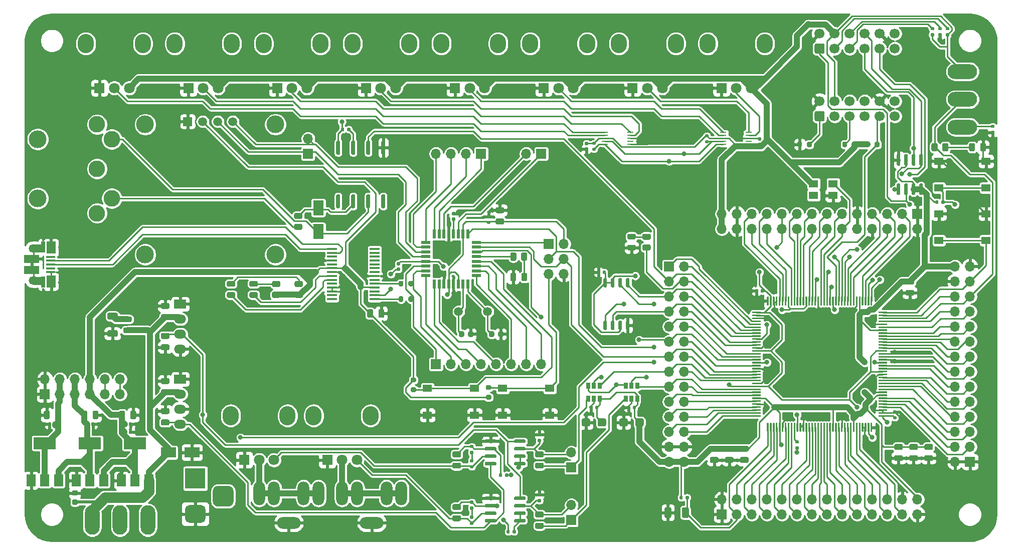
<source format=gbr>
%TF.GenerationSoftware,KiCad,Pcbnew,(5.1.10)-1*%
%TF.CreationDate,2024-11-23T17:23:42+01:00*%
%TF.ProjectId,EFES_project,45464553-5f70-4726-9f6a-6563742e6b69,rev?*%
%TF.SameCoordinates,Original*%
%TF.FileFunction,Copper,L1,Top*%
%TF.FilePolarity,Positive*%
%FSLAX46Y46*%
G04 Gerber Fmt 4.6, Leading zero omitted, Abs format (unit mm)*
G04 Created by KiCad (PCBNEW (5.1.10)-1) date 2024-11-23 17:23:42*
%MOMM*%
%LPD*%
G01*
G04 APERTURE LIST*
%TA.AperFunction,ComponentPad*%
%ADD10O,1.700000X1.700000*%
%TD*%
%TA.AperFunction,ComponentPad*%
%ADD11R,1.700000X1.700000*%
%TD*%
%TA.AperFunction,ComponentPad*%
%ADD12C,1.700000*%
%TD*%
%TA.AperFunction,ComponentPad*%
%ADD13C,1.500000*%
%TD*%
%TA.AperFunction,SMDPad,CuDef*%
%ADD14R,1.600000X1.300000*%
%TD*%
%TA.AperFunction,ComponentPad*%
%ADD15C,3.000000*%
%TD*%
%TA.AperFunction,ComponentPad*%
%ADD16C,1.508000*%
%TD*%
%TA.AperFunction,ComponentPad*%
%ADD17R,1.508000X1.508000*%
%TD*%
%TA.AperFunction,SMDPad,CuDef*%
%ADD18R,0.650000X1.060000*%
%TD*%
%TA.AperFunction,SMDPad,CuDef*%
%ADD19R,1.100000X0.250000*%
%TD*%
%TA.AperFunction,SMDPad,CuDef*%
%ADD20R,1.500000X2.000000*%
%TD*%
%TA.AperFunction,SMDPad,CuDef*%
%ADD21R,3.800000X2.000000*%
%TD*%
%TA.AperFunction,ComponentPad*%
%ADD22R,2.000000X1.500000*%
%TD*%
%TA.AperFunction,ComponentPad*%
%ADD23O,2.000000X1.500000*%
%TD*%
%TA.AperFunction,SMDPad,CuDef*%
%ADD24R,1.750000X0.450000*%
%TD*%
%TA.AperFunction,SMDPad,CuDef*%
%ADD25R,1.600000X0.550000*%
%TD*%
%TA.AperFunction,SMDPad,CuDef*%
%ADD26R,0.550000X1.600000*%
%TD*%
%TA.AperFunction,SMDPad,CuDef*%
%ADD27R,1.550000X1.300000*%
%TD*%
%TA.AperFunction,ComponentPad*%
%ADD28O,5.000000X2.500000*%
%TD*%
%TA.AperFunction,ComponentPad*%
%ADD29O,2.500000X5.000000*%
%TD*%
%TA.AperFunction,ComponentPad*%
%ADD30O,2.720000X3.240000*%
%TD*%
%TA.AperFunction,ComponentPad*%
%ADD31C,1.800000*%
%TD*%
%TA.AperFunction,ComponentPad*%
%ADD32R,1.800000X1.800000*%
%TD*%
%TA.AperFunction,SMDPad,CuDef*%
%ADD33R,2.500000X1.430000*%
%TD*%
%TA.AperFunction,ComponentPad*%
%ADD34O,1.700000X1.350000*%
%TD*%
%TA.AperFunction,ComponentPad*%
%ADD35O,1.500000X1.100000*%
%TD*%
%TA.AperFunction,SMDPad,CuDef*%
%ADD36R,1.650000X0.400000*%
%TD*%
%TA.AperFunction,SMDPad,CuDef*%
%ADD37R,0.700000X1.825000*%
%TD*%
%TA.AperFunction,SMDPad,CuDef*%
%ADD38R,2.000000X1.350000*%
%TD*%
%TA.AperFunction,ComponentPad*%
%ADD39C,2.800000*%
%TD*%
%TA.AperFunction,ComponentPad*%
%ADD40O,4.000000X2.000000*%
%TD*%
%TA.AperFunction,ComponentPad*%
%ADD41O,2.000000X4.000000*%
%TD*%
%TA.AperFunction,ComponentPad*%
%ADD42R,3.500000X3.500000*%
%TD*%
%TA.AperFunction,SMDPad,CuDef*%
%ADD43R,1.800000X2.500000*%
%TD*%
%TA.AperFunction,SMDPad,CuDef*%
%ADD44R,2.500000X1.800000*%
%TD*%
%TA.AperFunction,ViaPad*%
%ADD45C,0.800000*%
%TD*%
%TA.AperFunction,Conductor*%
%ADD46C,0.250000*%
%TD*%
%TA.AperFunction,Conductor*%
%ADD47C,1.750000*%
%TD*%
%TA.AperFunction,Conductor*%
%ADD48C,1.000000*%
%TD*%
%TA.AperFunction,Conductor*%
%ADD49C,0.500000*%
%TD*%
%TA.AperFunction,Conductor*%
%ADD50C,0.254000*%
%TD*%
%TA.AperFunction,Conductor*%
%ADD51C,0.100000*%
%TD*%
G04 APERTURE END LIST*
%TO.P,U8,8*%
%TO.N,+12V*%
%TA.AperFunction,SMDPad,CuDef*%
G36*
G01*
X160040000Y-116505000D02*
X160040000Y-116805000D01*
G75*
G02*
X159890000Y-116955000I-150000J0D01*
G01*
X158240000Y-116955000D01*
G75*
G02*
X158090000Y-116805000I0J150000D01*
G01*
X158090000Y-116505000D01*
G75*
G02*
X158240000Y-116355000I150000J0D01*
G01*
X159890000Y-116355000D01*
G75*
G02*
X160040000Y-116505000I0J-150000D01*
G01*
G37*
%TD.AperFunction*%
%TO.P,U8,7*%
%TO.N,/OP_B_OUT*%
%TA.AperFunction,SMDPad,CuDef*%
G36*
G01*
X160040000Y-115235000D02*
X160040000Y-115535000D01*
G75*
G02*
X159890000Y-115685000I-150000J0D01*
G01*
X158240000Y-115685000D01*
G75*
G02*
X158090000Y-115535000I0J150000D01*
G01*
X158090000Y-115235000D01*
G75*
G02*
X158240000Y-115085000I150000J0D01*
G01*
X159890000Y-115085000D01*
G75*
G02*
X160040000Y-115235000I0J-150000D01*
G01*
G37*
%TD.AperFunction*%
%TO.P,U8,6*%
%TO.N,/OP_B-*%
%TA.AperFunction,SMDPad,CuDef*%
G36*
G01*
X160040000Y-113965000D02*
X160040000Y-114265000D01*
G75*
G02*
X159890000Y-114415000I-150000J0D01*
G01*
X158240000Y-114415000D01*
G75*
G02*
X158090000Y-114265000I0J150000D01*
G01*
X158090000Y-113965000D01*
G75*
G02*
X158240000Y-113815000I150000J0D01*
G01*
X159890000Y-113815000D01*
G75*
G02*
X160040000Y-113965000I0J-150000D01*
G01*
G37*
%TD.AperFunction*%
%TO.P,U8,5*%
%TO.N,GND*%
%TA.AperFunction,SMDPad,CuDef*%
G36*
G01*
X160040000Y-112695000D02*
X160040000Y-112995000D01*
G75*
G02*
X159890000Y-113145000I-150000J0D01*
G01*
X158240000Y-113145000D01*
G75*
G02*
X158090000Y-112995000I0J150000D01*
G01*
X158090000Y-112695000D01*
G75*
G02*
X158240000Y-112545000I150000J0D01*
G01*
X159890000Y-112545000D01*
G75*
G02*
X160040000Y-112695000I0J-150000D01*
G01*
G37*
%TD.AperFunction*%
%TO.P,U8,4*%
%TO.N,-12V*%
%TA.AperFunction,SMDPad,CuDef*%
G36*
G01*
X164990000Y-112695000D02*
X164990000Y-112995000D01*
G75*
G02*
X164840000Y-113145000I-150000J0D01*
G01*
X163190000Y-113145000D01*
G75*
G02*
X163040000Y-112995000I0J150000D01*
G01*
X163040000Y-112695000D01*
G75*
G02*
X163190000Y-112545000I150000J0D01*
G01*
X164840000Y-112545000D01*
G75*
G02*
X164990000Y-112695000I0J-150000D01*
G01*
G37*
%TD.AperFunction*%
%TO.P,U8,3*%
%TO.N,/HPF_B*%
%TA.AperFunction,SMDPad,CuDef*%
G36*
G01*
X164990000Y-113965000D02*
X164990000Y-114265000D01*
G75*
G02*
X164840000Y-114415000I-150000J0D01*
G01*
X163190000Y-114415000D01*
G75*
G02*
X163040000Y-114265000I0J150000D01*
G01*
X163040000Y-113965000D01*
G75*
G02*
X163190000Y-113815000I150000J0D01*
G01*
X164840000Y-113815000D01*
G75*
G02*
X164990000Y-113965000I0J-150000D01*
G01*
G37*
%TD.AperFunction*%
%TO.P,U8,2*%
%TO.N,/S_IN_B*%
%TA.AperFunction,SMDPad,CuDef*%
G36*
G01*
X164990000Y-115235000D02*
X164990000Y-115535000D01*
G75*
G02*
X164840000Y-115685000I-150000J0D01*
G01*
X163190000Y-115685000D01*
G75*
G02*
X163040000Y-115535000I0J150000D01*
G01*
X163040000Y-115235000D01*
G75*
G02*
X163190000Y-115085000I150000J0D01*
G01*
X164840000Y-115085000D01*
G75*
G02*
X164990000Y-115235000I0J-150000D01*
G01*
G37*
%TD.AperFunction*%
%TO.P,U8,1*%
%TA.AperFunction,SMDPad,CuDef*%
G36*
G01*
X164990000Y-116505000D02*
X164990000Y-116805000D01*
G75*
G02*
X164840000Y-116955000I-150000J0D01*
G01*
X163190000Y-116955000D01*
G75*
G02*
X163040000Y-116805000I0J150000D01*
G01*
X163040000Y-116505000D01*
G75*
G02*
X163190000Y-116355000I150000J0D01*
G01*
X164840000Y-116355000D01*
G75*
G02*
X164990000Y-116505000I0J-150000D01*
G01*
G37*
%TD.AperFunction*%
%TD*%
%TO.P,U7,8*%
%TO.N,+12V*%
%TA.AperFunction,SMDPad,CuDef*%
G36*
G01*
X160040000Y-106865000D02*
X160040000Y-107165000D01*
G75*
G02*
X159890000Y-107315000I-150000J0D01*
G01*
X158240000Y-107315000D01*
G75*
G02*
X158090000Y-107165000I0J150000D01*
G01*
X158090000Y-106865000D01*
G75*
G02*
X158240000Y-106715000I150000J0D01*
G01*
X159890000Y-106715000D01*
G75*
G02*
X160040000Y-106865000I0J-150000D01*
G01*
G37*
%TD.AperFunction*%
%TO.P,U7,7*%
%TO.N,/OP_A_OUT*%
%TA.AperFunction,SMDPad,CuDef*%
G36*
G01*
X160040000Y-105595000D02*
X160040000Y-105895000D01*
G75*
G02*
X159890000Y-106045000I-150000J0D01*
G01*
X158240000Y-106045000D01*
G75*
G02*
X158090000Y-105895000I0J150000D01*
G01*
X158090000Y-105595000D01*
G75*
G02*
X158240000Y-105445000I150000J0D01*
G01*
X159890000Y-105445000D01*
G75*
G02*
X160040000Y-105595000I0J-150000D01*
G01*
G37*
%TD.AperFunction*%
%TO.P,U7,6*%
%TO.N,/OP_A-*%
%TA.AperFunction,SMDPad,CuDef*%
G36*
G01*
X160040000Y-104325000D02*
X160040000Y-104625000D01*
G75*
G02*
X159890000Y-104775000I-150000J0D01*
G01*
X158240000Y-104775000D01*
G75*
G02*
X158090000Y-104625000I0J150000D01*
G01*
X158090000Y-104325000D01*
G75*
G02*
X158240000Y-104175000I150000J0D01*
G01*
X159890000Y-104175000D01*
G75*
G02*
X160040000Y-104325000I0J-150000D01*
G01*
G37*
%TD.AperFunction*%
%TO.P,U7,5*%
%TO.N,GND*%
%TA.AperFunction,SMDPad,CuDef*%
G36*
G01*
X160040000Y-103055000D02*
X160040000Y-103355000D01*
G75*
G02*
X159890000Y-103505000I-150000J0D01*
G01*
X158240000Y-103505000D01*
G75*
G02*
X158090000Y-103355000I0J150000D01*
G01*
X158090000Y-103055000D01*
G75*
G02*
X158240000Y-102905000I150000J0D01*
G01*
X159890000Y-102905000D01*
G75*
G02*
X160040000Y-103055000I0J-150000D01*
G01*
G37*
%TD.AperFunction*%
%TO.P,U7,4*%
%TO.N,-12V*%
%TA.AperFunction,SMDPad,CuDef*%
G36*
G01*
X164990000Y-103055000D02*
X164990000Y-103355000D01*
G75*
G02*
X164840000Y-103505000I-150000J0D01*
G01*
X163190000Y-103505000D01*
G75*
G02*
X163040000Y-103355000I0J150000D01*
G01*
X163040000Y-103055000D01*
G75*
G02*
X163190000Y-102905000I150000J0D01*
G01*
X164840000Y-102905000D01*
G75*
G02*
X164990000Y-103055000I0J-150000D01*
G01*
G37*
%TD.AperFunction*%
%TO.P,U7,3*%
%TO.N,/HPF_A*%
%TA.AperFunction,SMDPad,CuDef*%
G36*
G01*
X164990000Y-104325000D02*
X164990000Y-104625000D01*
G75*
G02*
X164840000Y-104775000I-150000J0D01*
G01*
X163190000Y-104775000D01*
G75*
G02*
X163040000Y-104625000I0J150000D01*
G01*
X163040000Y-104325000D01*
G75*
G02*
X163190000Y-104175000I150000J0D01*
G01*
X164840000Y-104175000D01*
G75*
G02*
X164990000Y-104325000I0J-150000D01*
G01*
G37*
%TD.AperFunction*%
%TO.P,U7,2*%
%TO.N,/S_IN_A*%
%TA.AperFunction,SMDPad,CuDef*%
G36*
G01*
X164990000Y-105595000D02*
X164990000Y-105895000D01*
G75*
G02*
X164840000Y-106045000I-150000J0D01*
G01*
X163190000Y-106045000D01*
G75*
G02*
X163040000Y-105895000I0J150000D01*
G01*
X163040000Y-105595000D01*
G75*
G02*
X163190000Y-105445000I150000J0D01*
G01*
X164840000Y-105445000D01*
G75*
G02*
X164990000Y-105595000I0J-150000D01*
G01*
G37*
%TD.AperFunction*%
%TO.P,U7,1*%
%TA.AperFunction,SMDPad,CuDef*%
G36*
G01*
X164990000Y-106865000D02*
X164990000Y-107165000D01*
G75*
G02*
X164840000Y-107315000I-150000J0D01*
G01*
X163190000Y-107315000D01*
G75*
G02*
X163040000Y-107165000I0J150000D01*
G01*
X163040000Y-106865000D01*
G75*
G02*
X163190000Y-106715000I150000J0D01*
G01*
X164840000Y-106715000D01*
G75*
G02*
X164990000Y-106865000I0J-150000D01*
G01*
G37*
%TD.AperFunction*%
%TD*%
%TO.P,U13,8*%
%TO.N,+3V3*%
%TA.AperFunction,SMDPad,CuDef*%
G36*
G01*
X231615000Y-59610000D02*
X231915000Y-59610000D01*
G75*
G02*
X232065000Y-59760000I0J-150000D01*
G01*
X232065000Y-61410000D01*
G75*
G02*
X231915000Y-61560000I-150000J0D01*
G01*
X231615000Y-61560000D01*
G75*
G02*
X231465000Y-61410000I0J150000D01*
G01*
X231465000Y-59760000D01*
G75*
G02*
X231615000Y-59610000I150000J0D01*
G01*
G37*
%TD.AperFunction*%
%TO.P,U13,7*%
%TA.AperFunction,SMDPad,CuDef*%
G36*
G01*
X230345000Y-59610000D02*
X230645000Y-59610000D01*
G75*
G02*
X230795000Y-59760000I0J-150000D01*
G01*
X230795000Y-61410000D01*
G75*
G02*
X230645000Y-61560000I-150000J0D01*
G01*
X230345000Y-61560000D01*
G75*
G02*
X230195000Y-61410000I0J150000D01*
G01*
X230195000Y-59760000D01*
G75*
G02*
X230345000Y-59610000I150000J0D01*
G01*
G37*
%TD.AperFunction*%
%TO.P,U13,6*%
%TO.N,/FPGA/DCLK*%
%TA.AperFunction,SMDPad,CuDef*%
G36*
G01*
X229075000Y-59610000D02*
X229375000Y-59610000D01*
G75*
G02*
X229525000Y-59760000I0J-150000D01*
G01*
X229525000Y-61410000D01*
G75*
G02*
X229375000Y-61560000I-150000J0D01*
G01*
X229075000Y-61560000D01*
G75*
G02*
X228925000Y-61410000I0J150000D01*
G01*
X228925000Y-59760000D01*
G75*
G02*
X229075000Y-59610000I150000J0D01*
G01*
G37*
%TD.AperFunction*%
%TO.P,U13,5*%
%TO.N,/FPGA/ASDO*%
%TA.AperFunction,SMDPad,CuDef*%
G36*
G01*
X227805000Y-59610000D02*
X228105000Y-59610000D01*
G75*
G02*
X228255000Y-59760000I0J-150000D01*
G01*
X228255000Y-61410000D01*
G75*
G02*
X228105000Y-61560000I-150000J0D01*
G01*
X227805000Y-61560000D01*
G75*
G02*
X227655000Y-61410000I0J150000D01*
G01*
X227655000Y-59760000D01*
G75*
G02*
X227805000Y-59610000I150000J0D01*
G01*
G37*
%TD.AperFunction*%
%TO.P,U13,4*%
%TO.N,GND*%
%TA.AperFunction,SMDPad,CuDef*%
G36*
G01*
X227805000Y-54660000D02*
X228105000Y-54660000D01*
G75*
G02*
X228255000Y-54810000I0J-150000D01*
G01*
X228255000Y-56460000D01*
G75*
G02*
X228105000Y-56610000I-150000J0D01*
G01*
X227805000Y-56610000D01*
G75*
G02*
X227655000Y-56460000I0J150000D01*
G01*
X227655000Y-54810000D01*
G75*
G02*
X227805000Y-54660000I150000J0D01*
G01*
G37*
%TD.AperFunction*%
%TO.P,U13,3*%
%TO.N,+3V3*%
%TA.AperFunction,SMDPad,CuDef*%
G36*
G01*
X229075000Y-54660000D02*
X229375000Y-54660000D01*
G75*
G02*
X229525000Y-54810000I0J-150000D01*
G01*
X229525000Y-56460000D01*
G75*
G02*
X229375000Y-56610000I-150000J0D01*
G01*
X229075000Y-56610000D01*
G75*
G02*
X228925000Y-56460000I0J150000D01*
G01*
X228925000Y-54810000D01*
G75*
G02*
X229075000Y-54660000I150000J0D01*
G01*
G37*
%TD.AperFunction*%
%TO.P,U13,2*%
%TO.N,/FPGA/DATA0*%
%TA.AperFunction,SMDPad,CuDef*%
G36*
G01*
X230345000Y-54660000D02*
X230645000Y-54660000D01*
G75*
G02*
X230795000Y-54810000I0J-150000D01*
G01*
X230795000Y-56460000D01*
G75*
G02*
X230645000Y-56610000I-150000J0D01*
G01*
X230345000Y-56610000D01*
G75*
G02*
X230195000Y-56460000I0J150000D01*
G01*
X230195000Y-54810000D01*
G75*
G02*
X230345000Y-54660000I150000J0D01*
G01*
G37*
%TD.AperFunction*%
%TO.P,U13,1*%
%TO.N,/FPGA/NCSO*%
%TA.AperFunction,SMDPad,CuDef*%
G36*
G01*
X231615000Y-54660000D02*
X231915000Y-54660000D01*
G75*
G02*
X232065000Y-54810000I0J-150000D01*
G01*
X232065000Y-56460000D01*
G75*
G02*
X231915000Y-56610000I-150000J0D01*
G01*
X231615000Y-56610000D01*
G75*
G02*
X231465000Y-56460000I0J150000D01*
G01*
X231465000Y-54810000D01*
G75*
G02*
X231615000Y-54660000I150000J0D01*
G01*
G37*
%TD.AperFunction*%
%TD*%
D10*
%TO.P,J14,6*%
%TO.N,GND*%
X171450000Y-74930000D03*
%TO.P,J14,5*%
%TO.N,/ATMEGA/ATMEGA_RST*%
X168910000Y-74930000D03*
%TO.P,J14,4*%
%TO.N,/FPGA/ATMEGA_MISO*%
X171450000Y-72390000D03*
%TO.P,J14,3*%
%TO.N,/ATMEGA/ATMEGA_SCK*%
X168910000Y-72390000D03*
%TO.P,J14,2*%
%TO.N,+5V*%
X171450000Y-69850000D03*
D11*
%TO.P,J14,1*%
%TO.N,/ATMEGA/ATMEGA_MISO*%
X168910000Y-69850000D03*
%TD*%
D12*
%TO.P,J7,12*%
%TO.N,N/C*%
X227330000Y-34290000D03*
%TO.P,J7,10*%
%TO.N,GND*%
X224790000Y-34290000D03*
%TO.P,J7,8*%
%TO.N,/FPGA/NCSO*%
X222250000Y-34290000D03*
%TO.P,J7,6*%
%TO.N,/FPGA/NCE*%
X219710000Y-34290000D03*
%TO.P,J7,4*%
%TO.N,+3V3*%
X217170000Y-34290000D03*
%TO.P,J7,2*%
%TO.N,GND*%
X214630000Y-34290000D03*
%TO.P,J7,11*%
%TO.N,N/C*%
X227330000Y-36830000D03*
%TO.P,J7,9*%
%TO.N,/FPGA/ASDO*%
X224790000Y-36830000D03*
%TO.P,J7,7*%
%TO.N,/FPGA/DATA0*%
X222250000Y-36830000D03*
%TO.P,J7,5*%
%TO.N,/FPGA/NCONFIG*%
X219710000Y-36830000D03*
%TO.P,J7,3*%
%TO.N,/FPGA/CONF_DONE*%
X217170000Y-36830000D03*
%TO.P,J7,1*%
%TO.N,/FPGA/DCLK*%
%TA.AperFunction,ComponentPad*%
G36*
G01*
X215230000Y-37680000D02*
X214030000Y-37680000D01*
G75*
G02*
X213780000Y-37430000I0J250000D01*
G01*
X213780000Y-36230000D01*
G75*
G02*
X214030000Y-35980000I250000J0D01*
G01*
X215230000Y-35980000D01*
G75*
G02*
X215480000Y-36230000I0J-250000D01*
G01*
X215480000Y-37430000D01*
G75*
G02*
X215230000Y-37680000I-250000J0D01*
G01*
G37*
%TD.AperFunction*%
%TD*%
%TO.P,J5,12*%
%TO.N,N/C*%
X227330000Y-45720000D03*
%TO.P,J5,10*%
%TO.N,GND*%
X224790000Y-45720000D03*
%TO.P,J5,8*%
%TO.N,Net-(J5-Pad8)*%
X222250000Y-45720000D03*
%TO.P,J5,6*%
%TO.N,Net-(J5-Pad6)*%
X219710000Y-45720000D03*
%TO.P,J5,4*%
%TO.N,+3V3*%
X217170000Y-45720000D03*
%TO.P,J5,2*%
%TO.N,GND*%
X214630000Y-45720000D03*
%TO.P,J5,11*%
%TO.N,N/C*%
X227330000Y-48260000D03*
%TO.P,J5,9*%
%TO.N,/FPGA/TDI*%
X224790000Y-48260000D03*
%TO.P,J5,7*%
%TO.N,Net-(J5-Pad7)*%
X222250000Y-48260000D03*
%TO.P,J5,5*%
%TO.N,/FPGA/TMS*%
X219710000Y-48260000D03*
%TO.P,J5,3*%
%TO.N,/FPGA/TDO*%
X217170000Y-48260000D03*
%TO.P,J5,1*%
%TO.N,/FPGA/TCK*%
%TA.AperFunction,ComponentPad*%
G36*
G01*
X215230000Y-49110000D02*
X214030000Y-49110000D01*
G75*
G02*
X213780000Y-48860000I0J250000D01*
G01*
X213780000Y-47660000D01*
G75*
G02*
X214030000Y-47410000I250000J0D01*
G01*
X215230000Y-47410000D01*
G75*
G02*
X215480000Y-47660000I0J-250000D01*
G01*
X215480000Y-48860000D01*
G75*
G02*
X215230000Y-49110000I-250000J0D01*
G01*
G37*
%TD.AperFunction*%
%TD*%
D10*
%TO.P,J4,28*%
%TO.N,+3V3*%
X191770000Y-106680000D03*
%TO.P,J4,27*%
X189230000Y-106680000D03*
%TO.P,J4,26*%
%TO.N,GND*%
X191770000Y-104140000D03*
%TO.P,J4,25*%
X189230000Y-104140000D03*
%TO.P,J4,24*%
%TO.N,/FPGA/PIN72*%
X191770000Y-101600000D03*
%TO.P,J4,23*%
%TO.N,/FPGA/PIN71*%
X189230000Y-101600000D03*
%TO.P,J4,22*%
%TO.N,/FPGA/PIN70*%
X191770000Y-99060000D03*
%TO.P,J4,21*%
%TO.N,/FPGA/PIN69*%
X189230000Y-99060000D03*
%TO.P,J4,20*%
%TO.N,/FPGA/PIN67*%
X191770000Y-96520000D03*
%TO.P,J4,19*%
%TO.N,/FPGA/PIN65*%
X189230000Y-96520000D03*
%TO.P,J4,18*%
%TO.N,/FPGA/DAC_SPI_CS*%
X191770000Y-93980000D03*
%TO.P,J4,17*%
%TO.N,/FPGA/DAC_SPI_MOSI2*%
X189230000Y-93980000D03*
%TO.P,J4,16*%
%TO.N,/FPGA/DAC_SPI_SCK*%
X191770000Y-91440000D03*
%TO.P,J4,15*%
%TO.N,/FPGA/DAC_SPI_MOSI1*%
X189230000Y-91440000D03*
%TO.P,J4,14*%
%TO.N,/ATMEGA/ATMEGA_SCK*%
X191770000Y-88900000D03*
%TO.P,J4,13*%
%TO.N,/FPGA/ATMEGA_MISO*%
X189230000Y-88900000D03*
%TO.P,J4,12*%
%TO.N,/ATMEGA/ATMEGA_MISO*%
X191770000Y-86360000D03*
%TO.P,J4,11*%
%TO.N,/ATMEGA/ATMEGA_CS*%
X189230000Y-86360000D03*
%TO.P,J4,10*%
%TO.N,/FPGA/ATMEGA_INT1*%
X191770000Y-83820000D03*
%TO.P,J4,9*%
%TO.N,/FPGA/ATMEGA_INT0*%
X189230000Y-83820000D03*
%TO.P,J4,8*%
%TO.N,/FPGA/MEM_SPI_SCK*%
X191770000Y-81280000D03*
%TO.P,J4,7*%
%TO.N,/FPGA/MEM_SPI_MISO*%
X189230000Y-81280000D03*
%TO.P,J4,6*%
%TO.N,/FPGA/MEM_SPI_CS*%
X191770000Y-78740000D03*
%TO.P,J4,5*%
%TO.N,/FPGA/MEM_SPI_MOSI*%
X189230000Y-78740000D03*
%TO.P,J4,4*%
%TO.N,/FPGA/MIDI_LED*%
X191770000Y-76200000D03*
%TO.P,J4,3*%
%TO.N,/FPGA/MIDI_IN*%
X189230000Y-76200000D03*
%TO.P,J4,2*%
%TO.N,/FPGA/ADC_I2C_SDA*%
X191770000Y-73660000D03*
D11*
%TO.P,J4,1*%
%TO.N,/FPGA/ADC_I2C_SCL*%
X189230000Y-73660000D03*
%TD*%
D13*
%TO.P,Y1,2*%
%TO.N,/ATMEGA/ATMEGA_xtal2*%
X158570000Y-81280000D03*
%TO.P,Y1,1*%
%TO.N,/ATMEGA/ATMEGA_xtal1*%
X153670000Y-81280000D03*
%TD*%
D14*
%TO.P,X1,4*%
%TO.N,+3V3*%
X213605000Y-59650000D03*
%TO.P,X1,3*%
%TO.N,/FPGA/FPGA_XTAL*%
X216905000Y-59650000D03*
%TO.P,X1,2*%
%TO.N,GND*%
X216905000Y-61650000D03*
%TO.P,X1,1*%
%TO.N,Net-(X1-Pad1)*%
X213605000Y-61650000D03*
%TD*%
D15*
%TO.P,U18,S4*%
%TO.N,N/C*%
X100750000Y-71650000D03*
%TO.P,U18,S3*%
X122750000Y-71650000D03*
%TO.P,U18,S2*%
X122750000Y-49650000D03*
%TO.P,U18,S1*%
X100750000Y-49650000D03*
D16*
%TO.P,U18,4*%
%TO.N,/ATMEGA/ATMEGA_SDA*%
X115560000Y-49150000D03*
%TO.P,U18,3*%
%TO.N,/ATMEGA/ATMEGA_SCL*%
X113020000Y-49150000D03*
%TO.P,U18,2*%
%TO.N,+5V*%
X110480000Y-49150000D03*
D17*
%TO.P,U18,1*%
%TO.N,GND*%
X107940000Y-49150000D03*
%TD*%
%TO.P,U17,8*%
%TO.N,+3V3*%
%TA.AperFunction,SMDPad,CuDef*%
G36*
G01*
X133502500Y-54760000D02*
X133177500Y-54760000D01*
G75*
G02*
X133015000Y-54597500I0J162500D01*
G01*
X133015000Y-52572500D01*
G75*
G02*
X133177500Y-52410000I162500J0D01*
G01*
X133502500Y-52410000D01*
G75*
G02*
X133665000Y-52572500I0J-162500D01*
G01*
X133665000Y-54597500D01*
G75*
G02*
X133502500Y-54760000I-162500J0D01*
G01*
G37*
%TD.AperFunction*%
%TO.P,U17,7*%
%TO.N,Net-(R23-Pad1)*%
%TA.AperFunction,SMDPad,CuDef*%
G36*
G01*
X136042500Y-54760000D02*
X135717500Y-54760000D01*
G75*
G02*
X135555000Y-54597500I0J162500D01*
G01*
X135555000Y-52572500D01*
G75*
G02*
X135717500Y-52410000I162500J0D01*
G01*
X136042500Y-52410000D01*
G75*
G02*
X136205000Y-52572500I0J-162500D01*
G01*
X136205000Y-54597500D01*
G75*
G02*
X136042500Y-54760000I-162500J0D01*
G01*
G37*
%TD.AperFunction*%
%TO.P,U17,6*%
%TO.N,/FPGA/MIDI_IN*%
%TA.AperFunction,SMDPad,CuDef*%
G36*
G01*
X138582500Y-54760000D02*
X138257500Y-54760000D01*
G75*
G02*
X138095000Y-54597500I0J162500D01*
G01*
X138095000Y-52572500D01*
G75*
G02*
X138257500Y-52410000I162500J0D01*
G01*
X138582500Y-52410000D01*
G75*
G02*
X138745000Y-52572500I0J-162500D01*
G01*
X138745000Y-54597500D01*
G75*
G02*
X138582500Y-54760000I-162500J0D01*
G01*
G37*
%TD.AperFunction*%
%TO.P,U17,5*%
%TO.N,GND*%
%TA.AperFunction,SMDPad,CuDef*%
G36*
G01*
X141122500Y-54760000D02*
X140797500Y-54760000D01*
G75*
G02*
X140635000Y-54597500I0J162500D01*
G01*
X140635000Y-52572500D01*
G75*
G02*
X140797500Y-52410000I162500J0D01*
G01*
X141122500Y-52410000D01*
G75*
G02*
X141285000Y-52572500I0J-162500D01*
G01*
X141285000Y-54597500D01*
G75*
G02*
X141122500Y-54760000I-162500J0D01*
G01*
G37*
%TD.AperFunction*%
%TO.P,U17,4*%
%TO.N,N/C*%
%TA.AperFunction,SMDPad,CuDef*%
G36*
G01*
X141122500Y-63810000D02*
X140797500Y-63810000D01*
G75*
G02*
X140635000Y-63647500I0J162500D01*
G01*
X140635000Y-61622500D01*
G75*
G02*
X140797500Y-61460000I162500J0D01*
G01*
X141122500Y-61460000D01*
G75*
G02*
X141285000Y-61622500I0J-162500D01*
G01*
X141285000Y-63647500D01*
G75*
G02*
X141122500Y-63810000I-162500J0D01*
G01*
G37*
%TD.AperFunction*%
%TO.P,U17,3*%
%TO.N,/FPGA/OPTO-*%
%TA.AperFunction,SMDPad,CuDef*%
G36*
G01*
X138582500Y-63810000D02*
X138257500Y-63810000D01*
G75*
G02*
X138095000Y-63647500I0J162500D01*
G01*
X138095000Y-61622500D01*
G75*
G02*
X138257500Y-61460000I162500J0D01*
G01*
X138582500Y-61460000D01*
G75*
G02*
X138745000Y-61622500I0J-162500D01*
G01*
X138745000Y-63647500D01*
G75*
G02*
X138582500Y-63810000I-162500J0D01*
G01*
G37*
%TD.AperFunction*%
%TO.P,U17,2*%
%TO.N,/FPGA/OPTO+*%
%TA.AperFunction,SMDPad,CuDef*%
G36*
G01*
X136042500Y-63810000D02*
X135717500Y-63810000D01*
G75*
G02*
X135555000Y-63647500I0J162500D01*
G01*
X135555000Y-61622500D01*
G75*
G02*
X135717500Y-61460000I162500J0D01*
G01*
X136042500Y-61460000D01*
G75*
G02*
X136205000Y-61622500I0J-162500D01*
G01*
X136205000Y-63647500D01*
G75*
G02*
X136042500Y-63810000I-162500J0D01*
G01*
G37*
%TD.AperFunction*%
%TO.P,U17,1*%
%TO.N,Net-(U17-Pad1)*%
%TA.AperFunction,SMDPad,CuDef*%
G36*
G01*
X133502500Y-63810000D02*
X133177500Y-63810000D01*
G75*
G02*
X133015000Y-63647500I0J162500D01*
G01*
X133015000Y-61622500D01*
G75*
G02*
X133177500Y-61460000I162500J0D01*
G01*
X133502500Y-61460000D01*
G75*
G02*
X133665000Y-61622500I0J-162500D01*
G01*
X133665000Y-63647500D01*
G75*
G02*
X133502500Y-63810000I-162500J0D01*
G01*
G37*
%TD.AperFunction*%
%TD*%
D18*
%TO.P,U16,5*%
%TO.N,/FPGA/DAC_SPI_SCK*%
X182870000Y-93840000D03*
%TO.P,U16,6*%
%TO.N,/FPGA/DAC_SPI_CS*%
X181920000Y-93840000D03*
%TO.P,U16,4*%
%TO.N,/FPGA/DAC_SPI_MOSI2*%
X183820000Y-93840000D03*
%TO.P,U16,3*%
%TO.N,+3V3*%
X183820000Y-96040000D03*
%TO.P,U16,2*%
%TO.N,GND*%
X182870000Y-96040000D03*
%TO.P,U16,1*%
%TO.N,/DAC_OUT_B*%
X181920000Y-96040000D03*
%TD*%
%TO.P,U15,5*%
%TO.N,/FPGA/DAC_SPI_SCK*%
X176520000Y-93840000D03*
%TO.P,U15,6*%
%TO.N,/FPGA/DAC_SPI_CS*%
X175570000Y-93840000D03*
%TO.P,U15,4*%
%TO.N,/FPGA/DAC_SPI_MOSI1*%
X177470000Y-93840000D03*
%TO.P,U15,3*%
%TO.N,+3V3*%
X177470000Y-96040000D03*
%TO.P,U15,2*%
%TO.N,GND*%
X176520000Y-96040000D03*
%TO.P,U15,1*%
%TO.N,/DAC_OUT_A*%
X175570000Y-96040000D03*
%TD*%
%TO.P,U14,8*%
%TO.N,+3V3*%
%TA.AperFunction,SMDPad,CuDef*%
G36*
G01*
X178585000Y-77210000D02*
X178285000Y-77210000D01*
G75*
G02*
X178135000Y-77060000I0J150000D01*
G01*
X178135000Y-75760000D01*
G75*
G02*
X178285000Y-75610000I150000J0D01*
G01*
X178585000Y-75610000D01*
G75*
G02*
X178735000Y-75760000I0J-150000D01*
G01*
X178735000Y-77060000D01*
G75*
G02*
X178585000Y-77210000I-150000J0D01*
G01*
G37*
%TD.AperFunction*%
%TO.P,U14,7*%
%TA.AperFunction,SMDPad,CuDef*%
G36*
G01*
X179855000Y-77210000D02*
X179555000Y-77210000D01*
G75*
G02*
X179405000Y-77060000I0J150000D01*
G01*
X179405000Y-75760000D01*
G75*
G02*
X179555000Y-75610000I150000J0D01*
G01*
X179855000Y-75610000D01*
G75*
G02*
X180005000Y-75760000I0J-150000D01*
G01*
X180005000Y-77060000D01*
G75*
G02*
X179855000Y-77210000I-150000J0D01*
G01*
G37*
%TD.AperFunction*%
%TO.P,U14,6*%
%TO.N,/FPGA/MEM_SPI_SCK*%
%TA.AperFunction,SMDPad,CuDef*%
G36*
G01*
X181125000Y-77210000D02*
X180825000Y-77210000D01*
G75*
G02*
X180675000Y-77060000I0J150000D01*
G01*
X180675000Y-75760000D01*
G75*
G02*
X180825000Y-75610000I150000J0D01*
G01*
X181125000Y-75610000D01*
G75*
G02*
X181275000Y-75760000I0J-150000D01*
G01*
X181275000Y-77060000D01*
G75*
G02*
X181125000Y-77210000I-150000J0D01*
G01*
G37*
%TD.AperFunction*%
%TO.P,U14,5*%
%TO.N,/FPGA/MEM_SPI_MOSI*%
%TA.AperFunction,SMDPad,CuDef*%
G36*
G01*
X182395000Y-77210000D02*
X182095000Y-77210000D01*
G75*
G02*
X181945000Y-77060000I0J150000D01*
G01*
X181945000Y-75760000D01*
G75*
G02*
X182095000Y-75610000I150000J0D01*
G01*
X182395000Y-75610000D01*
G75*
G02*
X182545000Y-75760000I0J-150000D01*
G01*
X182545000Y-77060000D01*
G75*
G02*
X182395000Y-77210000I-150000J0D01*
G01*
G37*
%TD.AperFunction*%
%TO.P,U14,4*%
%TO.N,GND*%
%TA.AperFunction,SMDPad,CuDef*%
G36*
G01*
X182395000Y-84410000D02*
X182095000Y-84410000D01*
G75*
G02*
X181945000Y-84260000I0J150000D01*
G01*
X181945000Y-82960000D01*
G75*
G02*
X182095000Y-82810000I150000J0D01*
G01*
X182395000Y-82810000D01*
G75*
G02*
X182545000Y-82960000I0J-150000D01*
G01*
X182545000Y-84260000D01*
G75*
G02*
X182395000Y-84410000I-150000J0D01*
G01*
G37*
%TD.AperFunction*%
%TO.P,U14,3*%
%TO.N,+3V3*%
%TA.AperFunction,SMDPad,CuDef*%
G36*
G01*
X181125000Y-84410000D02*
X180825000Y-84410000D01*
G75*
G02*
X180675000Y-84260000I0J150000D01*
G01*
X180675000Y-82960000D01*
G75*
G02*
X180825000Y-82810000I150000J0D01*
G01*
X181125000Y-82810000D01*
G75*
G02*
X181275000Y-82960000I0J-150000D01*
G01*
X181275000Y-84260000D01*
G75*
G02*
X181125000Y-84410000I-150000J0D01*
G01*
G37*
%TD.AperFunction*%
%TO.P,U14,2*%
%TO.N,/FPGA/MEM_SPI_MISO*%
%TA.AperFunction,SMDPad,CuDef*%
G36*
G01*
X179855000Y-84410000D02*
X179555000Y-84410000D01*
G75*
G02*
X179405000Y-84260000I0J150000D01*
G01*
X179405000Y-82960000D01*
G75*
G02*
X179555000Y-82810000I150000J0D01*
G01*
X179855000Y-82810000D01*
G75*
G02*
X180005000Y-82960000I0J-150000D01*
G01*
X180005000Y-84260000D01*
G75*
G02*
X179855000Y-84410000I-150000J0D01*
G01*
G37*
%TD.AperFunction*%
%TO.P,U14,1*%
%TO.N,/FPGA/MEM_SPI_CS*%
%TA.AperFunction,SMDPad,CuDef*%
G36*
G01*
X178585000Y-84410000D02*
X178285000Y-84410000D01*
G75*
G02*
X178135000Y-84260000I0J150000D01*
G01*
X178135000Y-82960000D01*
G75*
G02*
X178285000Y-82810000I150000J0D01*
G01*
X178585000Y-82810000D01*
G75*
G02*
X178735000Y-82960000I0J-150000D01*
G01*
X178735000Y-84260000D01*
G75*
G02*
X178585000Y-84410000I-150000J0D01*
G01*
G37*
%TD.AperFunction*%
%TD*%
D19*
%TO.P,U12,10*%
%TO.N,/FPGA/ADC_I2C_SCL*%
X198350000Y-53000000D03*
%TO.P,U12,9*%
%TO.N,/FPGA/ADC_I2C_SDA*%
X198350000Y-52500000D03*
%TO.P,U12,8*%
%TO.N,+3V3*%
X198350000Y-52000000D03*
%TO.P,U12,7*%
%TO.N,/FPGA/POT8*%
X198350000Y-51500000D03*
%TO.P,U12,6*%
%TO.N,/FPGA/POT7*%
X198350000Y-51000000D03*
%TO.P,U12,5*%
%TO.N,/FPGA/POT6*%
X202650000Y-51000000D03*
%TO.P,U12,4*%
%TO.N,/FPGA/POT5*%
X202650000Y-51500000D03*
%TO.P,U12,3*%
%TO.N,GND*%
X202650000Y-52000000D03*
%TO.P,U12,2*%
%TO.N,Net-(U12-Pad2)*%
X202650000Y-52500000D03*
%TO.P,U12,1*%
%TO.N,+3V3*%
X202650000Y-53000000D03*
%TD*%
%TO.P,U11,10*%
%TO.N,/FPGA/ADC_I2C_SCL*%
X178350000Y-53000000D03*
%TO.P,U11,9*%
%TO.N,/FPGA/ADC_I2C_SDA*%
X178350000Y-52500000D03*
%TO.P,U11,8*%
%TO.N,+3V3*%
X178350000Y-52000000D03*
%TO.P,U11,7*%
%TO.N,/FPGA/POT4*%
X178350000Y-51500000D03*
%TO.P,U11,6*%
%TO.N,/FPGA/POT3*%
X178350000Y-51000000D03*
%TO.P,U11,5*%
%TO.N,/FPGA/POT2*%
X182650000Y-51000000D03*
%TO.P,U11,4*%
%TO.N,/FPGA/POT1*%
X182650000Y-51500000D03*
%TO.P,U11,3*%
%TO.N,GND*%
X182650000Y-52000000D03*
%TO.P,U11,2*%
%TO.N,Net-(U11-Pad2)*%
X182650000Y-52500000D03*
%TO.P,U11,1*%
%TO.N,GND*%
X182650000Y-53000000D03*
%TD*%
D20*
%TO.P,U10,1*%
%TO.N,GND*%
X81520000Y-109830000D03*
%TO.P,U10,3*%
%TO.N,+3V3*%
X86120000Y-109830000D03*
%TO.P,U10,2*%
%TO.N,+1V2*%
X83820000Y-109830000D03*
D21*
X83820000Y-103530000D03*
%TD*%
D20*
%TO.P,U9,1*%
%TO.N,GND*%
X89140000Y-109830000D03*
%TO.P,U9,3*%
%TO.N,+5V*%
X93740000Y-109830000D03*
%TO.P,U9,2*%
%TO.N,+3V3*%
X91440000Y-109830000D03*
D21*
X91440000Y-103530000D03*
%TD*%
D22*
%TO.P,U6,1*%
%TO.N,GND*%
X106680000Y-80010000D03*
D23*
%TO.P,U6,2*%
%TO.N,/PWR_in*%
X106680000Y-82550000D03*
%TO.P,U6,3*%
%TO.N,-12V*%
X106680000Y-85090000D03*
%TO.P,U6,4*%
%TO.N,GND*%
X106680000Y-87630000D03*
%TD*%
D22*
%TO.P,U5,1*%
%TO.N,GND*%
X106680000Y-92710000D03*
D23*
%TO.P,U5,2*%
%TO.N,/PWR_in*%
X106680000Y-95250000D03*
%TO.P,U5,3*%
%TO.N,GND*%
X106680000Y-97790000D03*
%TO.P,U5,4*%
%TO.N,+12V*%
X106680000Y-100330000D03*
%TD*%
D20*
%TO.P,U4,1*%
%TO.N,GND*%
X96760000Y-109830000D03*
%TO.P,U4,3*%
%TO.N,/PWR_in*%
X101360000Y-109830000D03*
%TO.P,U4,2*%
%TO.N,+5V*%
X99060000Y-109830000D03*
D21*
X99060000Y-103530000D03*
%TD*%
D24*
%TO.P,U3,28*%
%TO.N,Net-(U3-Pad28)*%
X132290000Y-79155000D03*
%TO.P,U3,27*%
%TO.N,Net-(U3-Pad27)*%
X132290000Y-78505000D03*
%TO.P,U3,26*%
%TO.N,GND*%
X132290000Y-77855000D03*
%TO.P,U3,25*%
X132290000Y-77205000D03*
%TO.P,U3,24*%
%TO.N,N/C*%
X132290000Y-76555000D03*
%TO.P,U3,23*%
%TO.N,/ATMEGA/CBUS0*%
X132290000Y-75905000D03*
%TO.P,U3,22*%
%TO.N,/ATMEGA/CBUS1*%
X132290000Y-75255000D03*
%TO.P,U3,21*%
%TO.N,GND*%
X132290000Y-74605000D03*
%TO.P,U3,20*%
%TO.N,+5V*%
X132290000Y-73955000D03*
%TO.P,U3,19*%
%TO.N,Net-(U3-Pad19)*%
X132290000Y-73305000D03*
%TO.P,U3,18*%
%TO.N,GND*%
X132290000Y-72655000D03*
%TO.P,U3,17*%
%TO.N,Net-(U3-Pad17)*%
X132290000Y-72005000D03*
%TO.P,U3,16*%
%TO.N,/ATMEGA/USB-*%
X132290000Y-71355000D03*
%TO.P,U3,15*%
%TO.N,/ATMEGA/USB+*%
X132290000Y-70705000D03*
%TO.P,U3,14*%
%TO.N,Net-(U3-Pad14)*%
X139490000Y-70705000D03*
%TO.P,U3,13*%
%TO.N,Net-(U3-Pad13)*%
X139490000Y-71355000D03*
%TO.P,U3,12*%
%TO.N,Net-(U3-Pad12)*%
X139490000Y-72005000D03*
%TO.P,U3,11*%
%TO.N,Net-(U3-Pad11)*%
X139490000Y-72655000D03*
%TO.P,U3,10*%
%TO.N,Net-(U3-Pad10)*%
X139490000Y-73305000D03*
%TO.P,U3,9*%
%TO.N,Net-(U3-Pad9)*%
X139490000Y-73955000D03*
%TO.P,U3,8*%
%TO.N,N/C*%
X139490000Y-74605000D03*
%TO.P,U3,7*%
%TO.N,GND*%
X139490000Y-75255000D03*
%TO.P,U3,6*%
%TO.N,Net-(U3-Pad6)*%
X139490000Y-75905000D03*
%TO.P,U3,5*%
%TO.N,Net-(R30-Pad2)*%
X139490000Y-76555000D03*
%TO.P,U3,4*%
%TO.N,+5V*%
X139490000Y-77205000D03*
%TO.P,U3,3*%
%TO.N,Net-(U3-Pad3)*%
X139490000Y-77855000D03*
%TO.P,U3,2*%
%TO.N,/ATMEGA/FTDI_DTR*%
X139490000Y-78505000D03*
%TO.P,U3,1*%
%TO.N,Net-(R29-Pad2)*%
X139490000Y-79155000D03*
%TD*%
D25*
%TO.P,U2,32*%
%TO.N,/FPGA/ATMEGA_INT0*%
X148150000Y-75190000D03*
%TO.P,U2,31*%
%TO.N,/ATMEGA/ATMEGA_PD1_TX*%
X148150000Y-74390000D03*
%TO.P,U2,30*%
%TO.N,/ATMEGA/ATMEGA_PD0_RX*%
X148150000Y-73590000D03*
%TO.P,U2,29*%
%TO.N,/ATMEGA/ATMEGA_RST*%
X148150000Y-72790000D03*
%TO.P,U2,28*%
%TO.N,/ATMEGA/ATMEGA_SCL*%
X148150000Y-71990000D03*
%TO.P,U2,27*%
%TO.N,/ATMEGA/ATMEGA_SDA*%
X148150000Y-71190000D03*
%TO.P,U2,26*%
%TO.N,/ATMEGA/ATMEGA_A3*%
X148150000Y-70390000D03*
%TO.P,U2,25*%
%TO.N,/ATMEGA/ATMEGA_A2*%
X148150000Y-69590000D03*
D26*
%TO.P,U2,24*%
%TO.N,/ATMEGA/ATMEGA_A1*%
X149600000Y-68140000D03*
%TO.P,U2,23*%
%TO.N,/ATMEGA/ATMEGA_A0*%
X150400000Y-68140000D03*
%TO.P,U2,22*%
%TO.N,/ATMEGA/ATMEGA_A7*%
X151200000Y-68140000D03*
%TO.P,U2,21*%
%TO.N,GND*%
X152000000Y-68140000D03*
%TO.P,U2,20*%
%TO.N,/ATMEGA/ATMEGA_AREF*%
X152800000Y-68140000D03*
%TO.P,U2,19*%
%TO.N,/ATMEGA/ATMEGA_A6*%
X153600000Y-68140000D03*
%TO.P,U2,18*%
%TO.N,+5V*%
X154400000Y-68140000D03*
%TO.P,U2,17*%
%TO.N,/ATMEGA/ATMEGA_SCK*%
X155200000Y-68140000D03*
D25*
%TO.P,U2,16*%
%TO.N,/ATMEGA/ATMEGA_MISO*%
X156650000Y-69590000D03*
%TO.P,U2,15*%
%TO.N,/FPGA/ATMEGA_MISO*%
X156650000Y-70390000D03*
%TO.P,U2,14*%
%TO.N,/ATMEGA/ATMEGA_CS*%
X156650000Y-71190000D03*
%TO.P,U2,13*%
%TO.N,/ATMEGA/ATMEGA_PD9*%
X156650000Y-71990000D03*
%TO.P,U2,12*%
%TO.N,/ATMEGA/ATMEGA_PD8*%
X156650000Y-72790000D03*
%TO.P,U2,11*%
%TO.N,/ATMEGA/ATMEGA_PD7*%
X156650000Y-73590000D03*
%TO.P,U2,10*%
%TO.N,/ATMEGA/ATMEGA_PD6*%
X156650000Y-74390000D03*
%TO.P,U2,9*%
%TO.N,/ATMEGA/ATMEGA_PD5*%
X156650000Y-75190000D03*
D26*
%TO.P,U2,8*%
%TO.N,/ATMEGA/ATMEGA_xtal2*%
X155200000Y-76640000D03*
%TO.P,U2,7*%
%TO.N,/ATMEGA/ATMEGA_xtal1*%
X154400000Y-76640000D03*
%TO.P,U2,6*%
%TO.N,+5V*%
X153600000Y-76640000D03*
%TO.P,U2,5*%
%TO.N,GND*%
X152800000Y-76640000D03*
%TO.P,U2,4*%
%TO.N,+5V*%
X152000000Y-76640000D03*
%TO.P,U2,3*%
%TO.N,GND*%
X151200000Y-76640000D03*
%TO.P,U2,2*%
%TO.N,/ATMEGA/ATMEGA_PD4*%
X150400000Y-76640000D03*
%TO.P,U2,1*%
%TO.N,/FPGA/ATMEGA_INT1*%
X149600000Y-76640000D03*
%TD*%
%TO.P,U1,108*%
%TO.N,GND*%
%TA.AperFunction,SMDPad,CuDef*%
G36*
G01*
X223275000Y-100105000D02*
X223485000Y-100105000D01*
G75*
G02*
X223520000Y-100140000I0J-35000D01*
G01*
X223520000Y-101540000D01*
G75*
G02*
X223485000Y-101575000I-35000J0D01*
G01*
X223275000Y-101575000D01*
G75*
G02*
X223240000Y-101540000I0J35000D01*
G01*
X223240000Y-100140000D01*
G75*
G02*
X223275000Y-100105000I35000J0D01*
G01*
G37*
%TD.AperFunction*%
%TO.P,U1,107*%
%TO.N,+1V2*%
%TA.AperFunction,SMDPad,CuDef*%
G36*
G01*
X222775000Y-100105000D02*
X222985000Y-100105000D01*
G75*
G02*
X223020000Y-100140000I0J-35000D01*
G01*
X223020000Y-101540000D01*
G75*
G02*
X222985000Y-101575000I-35000J0D01*
G01*
X222775000Y-101575000D01*
G75*
G02*
X222740000Y-101540000I0J35000D01*
G01*
X222740000Y-100140000D01*
G75*
G02*
X222775000Y-100105000I35000J0D01*
G01*
G37*
%TD.AperFunction*%
%TO.P,U1,106*%
%TO.N,GND*%
%TA.AperFunction,SMDPad,CuDef*%
G36*
G01*
X222275000Y-100105000D02*
X222485000Y-100105000D01*
G75*
G02*
X222520000Y-100140000I0J-35000D01*
G01*
X222520000Y-101540000D01*
G75*
G02*
X222485000Y-101575000I-35000J0D01*
G01*
X222275000Y-101575000D01*
G75*
G02*
X222240000Y-101540000I0J35000D01*
G01*
X222240000Y-100140000D01*
G75*
G02*
X222275000Y-100105000I35000J0D01*
G01*
G37*
%TD.AperFunction*%
%TO.P,U1,105*%
%TA.AperFunction,SMDPad,CuDef*%
G36*
G01*
X221775000Y-100105000D02*
X221985000Y-100105000D01*
G75*
G02*
X222020000Y-100140000I0J-35000D01*
G01*
X222020000Y-101540000D01*
G75*
G02*
X221985000Y-101575000I-35000J0D01*
G01*
X221775000Y-101575000D01*
G75*
G02*
X221740000Y-101540000I0J35000D01*
G01*
X221740000Y-100140000D01*
G75*
G02*
X221775000Y-100105000I35000J0D01*
G01*
G37*
%TD.AperFunction*%
%TO.P,U1,104*%
%TO.N,/FPGA/PIN104*%
%TA.AperFunction,SMDPad,CuDef*%
G36*
G01*
X221275000Y-100105000D02*
X221485000Y-100105000D01*
G75*
G02*
X221520000Y-100140000I0J-35000D01*
G01*
X221520000Y-101540000D01*
G75*
G02*
X221485000Y-101575000I-35000J0D01*
G01*
X221275000Y-101575000D01*
G75*
G02*
X221240000Y-101540000I0J35000D01*
G01*
X221240000Y-100140000D01*
G75*
G02*
X221275000Y-100105000I35000J0D01*
G01*
G37*
%TD.AperFunction*%
%TO.P,U1,103*%
%TO.N,/FPGA/PIN103*%
%TA.AperFunction,SMDPad,CuDef*%
G36*
G01*
X220775000Y-100105000D02*
X220985000Y-100105000D01*
G75*
G02*
X221020000Y-100140000I0J-35000D01*
G01*
X221020000Y-101540000D01*
G75*
G02*
X220985000Y-101575000I-35000J0D01*
G01*
X220775000Y-101575000D01*
G75*
G02*
X220740000Y-101540000I0J35000D01*
G01*
X220740000Y-100140000D01*
G75*
G02*
X220775000Y-100105000I35000J0D01*
G01*
G37*
%TD.AperFunction*%
%TO.P,U1,102*%
%TO.N,+3V3*%
%TA.AperFunction,SMDPad,CuDef*%
G36*
G01*
X220275000Y-100105000D02*
X220485000Y-100105000D01*
G75*
G02*
X220520000Y-100140000I0J-35000D01*
G01*
X220520000Y-101540000D01*
G75*
G02*
X220485000Y-101575000I-35000J0D01*
G01*
X220275000Y-101575000D01*
G75*
G02*
X220240000Y-101540000I0J35000D01*
G01*
X220240000Y-100140000D01*
G75*
G02*
X220275000Y-100105000I35000J0D01*
G01*
G37*
%TD.AperFunction*%
%TO.P,U1,101*%
%TO.N,/FPGA/PIN101*%
%TA.AperFunction,SMDPad,CuDef*%
G36*
G01*
X219775000Y-100105000D02*
X219985000Y-100105000D01*
G75*
G02*
X220020000Y-100140000I0J-35000D01*
G01*
X220020000Y-101540000D01*
G75*
G02*
X219985000Y-101575000I-35000J0D01*
G01*
X219775000Y-101575000D01*
G75*
G02*
X219740000Y-101540000I0J35000D01*
G01*
X219740000Y-100140000D01*
G75*
G02*
X219775000Y-100105000I35000J0D01*
G01*
G37*
%TD.AperFunction*%
%TO.P,U1,100*%
%TO.N,/FPGA/PIN100*%
%TA.AperFunction,SMDPad,CuDef*%
G36*
G01*
X219275000Y-100105000D02*
X219485000Y-100105000D01*
G75*
G02*
X219520000Y-100140000I0J-35000D01*
G01*
X219520000Y-101540000D01*
G75*
G02*
X219485000Y-101575000I-35000J0D01*
G01*
X219275000Y-101575000D01*
G75*
G02*
X219240000Y-101540000I0J35000D01*
G01*
X219240000Y-100140000D01*
G75*
G02*
X219275000Y-100105000I35000J0D01*
G01*
G37*
%TD.AperFunction*%
%TO.P,U1,99*%
%TO.N,/FPGA/PIN99*%
%TA.AperFunction,SMDPad,CuDef*%
G36*
G01*
X218775000Y-100105000D02*
X218985000Y-100105000D01*
G75*
G02*
X219020000Y-100140000I0J-35000D01*
G01*
X219020000Y-101540000D01*
G75*
G02*
X218985000Y-101575000I-35000J0D01*
G01*
X218775000Y-101575000D01*
G75*
G02*
X218740000Y-101540000I0J35000D01*
G01*
X218740000Y-100140000D01*
G75*
G02*
X218775000Y-100105000I35000J0D01*
G01*
G37*
%TD.AperFunction*%
%TO.P,U1,98*%
%TO.N,GND*%
%TA.AperFunction,SMDPad,CuDef*%
G36*
G01*
X218275000Y-100105000D02*
X218485000Y-100105000D01*
G75*
G02*
X218520000Y-100140000I0J-35000D01*
G01*
X218520000Y-101540000D01*
G75*
G02*
X218485000Y-101575000I-35000J0D01*
G01*
X218275000Y-101575000D01*
G75*
G02*
X218240000Y-101540000I0J35000D01*
G01*
X218240000Y-100140000D01*
G75*
G02*
X218275000Y-100105000I35000J0D01*
G01*
G37*
%TD.AperFunction*%
%TO.P,U1,97*%
%TO.N,/FPGA/PIN97*%
%TA.AperFunction,SMDPad,CuDef*%
G36*
G01*
X217775000Y-100105000D02*
X217985000Y-100105000D01*
G75*
G02*
X218020000Y-100140000I0J-35000D01*
G01*
X218020000Y-101540000D01*
G75*
G02*
X217985000Y-101575000I-35000J0D01*
G01*
X217775000Y-101575000D01*
G75*
G02*
X217740000Y-101540000I0J35000D01*
G01*
X217740000Y-100140000D01*
G75*
G02*
X217775000Y-100105000I35000J0D01*
G01*
G37*
%TD.AperFunction*%
%TO.P,U1,96*%
%TO.N,/FPGA/PIN96*%
%TA.AperFunction,SMDPad,CuDef*%
G36*
G01*
X217275000Y-100105000D02*
X217485000Y-100105000D01*
G75*
G02*
X217520000Y-100140000I0J-35000D01*
G01*
X217520000Y-101540000D01*
G75*
G02*
X217485000Y-101575000I-35000J0D01*
G01*
X217275000Y-101575000D01*
G75*
G02*
X217240000Y-101540000I0J35000D01*
G01*
X217240000Y-100140000D01*
G75*
G02*
X217275000Y-100105000I35000J0D01*
G01*
G37*
%TD.AperFunction*%
%TO.P,U1,95*%
%TO.N,+3V3*%
%TA.AperFunction,SMDPad,CuDef*%
G36*
G01*
X216775000Y-100105000D02*
X216985000Y-100105000D01*
G75*
G02*
X217020000Y-100140000I0J-35000D01*
G01*
X217020000Y-101540000D01*
G75*
G02*
X216985000Y-101575000I-35000J0D01*
G01*
X216775000Y-101575000D01*
G75*
G02*
X216740000Y-101540000I0J35000D01*
G01*
X216740000Y-100140000D01*
G75*
G02*
X216775000Y-100105000I35000J0D01*
G01*
G37*
%TD.AperFunction*%
%TO.P,U1,94*%
%TO.N,/FPGA/PIN94*%
%TA.AperFunction,SMDPad,CuDef*%
G36*
G01*
X216275000Y-100105000D02*
X216485000Y-100105000D01*
G75*
G02*
X216520000Y-100140000I0J-35000D01*
G01*
X216520000Y-101540000D01*
G75*
G02*
X216485000Y-101575000I-35000J0D01*
G01*
X216275000Y-101575000D01*
G75*
G02*
X216240000Y-101540000I0J35000D01*
G01*
X216240000Y-100140000D01*
G75*
G02*
X216275000Y-100105000I35000J0D01*
G01*
G37*
%TD.AperFunction*%
%TO.P,U1,93*%
%TO.N,/FPGA/PIN93*%
%TA.AperFunction,SMDPad,CuDef*%
G36*
G01*
X215775000Y-100105000D02*
X215985000Y-100105000D01*
G75*
G02*
X216020000Y-100140000I0J-35000D01*
G01*
X216020000Y-101540000D01*
G75*
G02*
X215985000Y-101575000I-35000J0D01*
G01*
X215775000Y-101575000D01*
G75*
G02*
X215740000Y-101540000I0J35000D01*
G01*
X215740000Y-100140000D01*
G75*
G02*
X215775000Y-100105000I35000J0D01*
G01*
G37*
%TD.AperFunction*%
%TO.P,U1,92*%
%TO.N,/FPGA/PIN92*%
%TA.AperFunction,SMDPad,CuDef*%
G36*
G01*
X215275000Y-100105000D02*
X215485000Y-100105000D01*
G75*
G02*
X215520000Y-100140000I0J-35000D01*
G01*
X215520000Y-101540000D01*
G75*
G02*
X215485000Y-101575000I-35000J0D01*
G01*
X215275000Y-101575000D01*
G75*
G02*
X215240000Y-101540000I0J35000D01*
G01*
X215240000Y-100140000D01*
G75*
G02*
X215275000Y-100105000I35000J0D01*
G01*
G37*
%TD.AperFunction*%
%TO.P,U1,91*%
%TO.N,/FPGA/PIN91*%
%TA.AperFunction,SMDPad,CuDef*%
G36*
G01*
X214775000Y-100105000D02*
X214985000Y-100105000D01*
G75*
G02*
X215020000Y-100140000I0J-35000D01*
G01*
X215020000Y-101540000D01*
G75*
G02*
X214985000Y-101575000I-35000J0D01*
G01*
X214775000Y-101575000D01*
G75*
G02*
X214740000Y-101540000I0J35000D01*
G01*
X214740000Y-100140000D01*
G75*
G02*
X214775000Y-100105000I35000J0D01*
G01*
G37*
%TD.AperFunction*%
%TO.P,U1,90*%
%TO.N,/FPGA/PIN90*%
%TA.AperFunction,SMDPad,CuDef*%
G36*
G01*
X214275000Y-100105000D02*
X214485000Y-100105000D01*
G75*
G02*
X214520000Y-100140000I0J-35000D01*
G01*
X214520000Y-101540000D01*
G75*
G02*
X214485000Y-101575000I-35000J0D01*
G01*
X214275000Y-101575000D01*
G75*
G02*
X214240000Y-101540000I0J35000D01*
G01*
X214240000Y-100140000D01*
G75*
G02*
X214275000Y-100105000I35000J0D01*
G01*
G37*
%TD.AperFunction*%
%TO.P,U1,89*%
%TO.N,/FPGA/PIN89*%
%TA.AperFunction,SMDPad,CuDef*%
G36*
G01*
X213775000Y-100105000D02*
X213985000Y-100105000D01*
G75*
G02*
X214020000Y-100140000I0J-35000D01*
G01*
X214020000Y-101540000D01*
G75*
G02*
X213985000Y-101575000I-35000J0D01*
G01*
X213775000Y-101575000D01*
G75*
G02*
X213740000Y-101540000I0J35000D01*
G01*
X213740000Y-100140000D01*
G75*
G02*
X213775000Y-100105000I35000J0D01*
G01*
G37*
%TD.AperFunction*%
%TO.P,U1,88*%
%TO.N,/FPGA/PIN88*%
%TA.AperFunction,SMDPad,CuDef*%
G36*
G01*
X213275000Y-100105000D02*
X213485000Y-100105000D01*
G75*
G02*
X213520000Y-100140000I0J-35000D01*
G01*
X213520000Y-101540000D01*
G75*
G02*
X213485000Y-101575000I-35000J0D01*
G01*
X213275000Y-101575000D01*
G75*
G02*
X213240000Y-101540000I0J35000D01*
G01*
X213240000Y-100140000D01*
G75*
G02*
X213275000Y-100105000I35000J0D01*
G01*
G37*
%TD.AperFunction*%
%TO.P,U1,87*%
%TO.N,/FPGA/PIN87*%
%TA.AperFunction,SMDPad,CuDef*%
G36*
G01*
X212775000Y-100105000D02*
X212985000Y-100105000D01*
G75*
G02*
X213020000Y-100140000I0J-35000D01*
G01*
X213020000Y-101540000D01*
G75*
G02*
X212985000Y-101575000I-35000J0D01*
G01*
X212775000Y-101575000D01*
G75*
G02*
X212740000Y-101540000I0J35000D01*
G01*
X212740000Y-100140000D01*
G75*
G02*
X212775000Y-100105000I35000J0D01*
G01*
G37*
%TD.AperFunction*%
%TO.P,U1,86*%
%TO.N,/FPGA/PIN86*%
%TA.AperFunction,SMDPad,CuDef*%
G36*
G01*
X212275000Y-100105000D02*
X212485000Y-100105000D01*
G75*
G02*
X212520000Y-100140000I0J-35000D01*
G01*
X212520000Y-101540000D01*
G75*
G02*
X212485000Y-101575000I-35000J0D01*
G01*
X212275000Y-101575000D01*
G75*
G02*
X212240000Y-101540000I0J35000D01*
G01*
X212240000Y-100140000D01*
G75*
G02*
X212275000Y-100105000I35000J0D01*
G01*
G37*
%TD.AperFunction*%
%TO.P,U1,85*%
%TO.N,GND*%
%TA.AperFunction,SMDPad,CuDef*%
G36*
G01*
X211775000Y-100105000D02*
X211985000Y-100105000D01*
G75*
G02*
X212020000Y-100140000I0J-35000D01*
G01*
X212020000Y-101540000D01*
G75*
G02*
X211985000Y-101575000I-35000J0D01*
G01*
X211775000Y-101575000D01*
G75*
G02*
X211740000Y-101540000I0J35000D01*
G01*
X211740000Y-100140000D01*
G75*
G02*
X211775000Y-100105000I35000J0D01*
G01*
G37*
%TD.AperFunction*%
%TO.P,U1,84*%
%TA.AperFunction,SMDPad,CuDef*%
G36*
G01*
X211275000Y-100105000D02*
X211485000Y-100105000D01*
G75*
G02*
X211520000Y-100140000I0J-35000D01*
G01*
X211520000Y-101540000D01*
G75*
G02*
X211485000Y-101575000I-35000J0D01*
G01*
X211275000Y-101575000D01*
G75*
G02*
X211240000Y-101540000I0J35000D01*
G01*
X211240000Y-100140000D01*
G75*
G02*
X211275000Y-100105000I35000J0D01*
G01*
G37*
%TD.AperFunction*%
%TO.P,U1,83*%
%TO.N,/FPGA/CONF_DONE*%
%TA.AperFunction,SMDPad,CuDef*%
G36*
G01*
X210775000Y-100105000D02*
X210985000Y-100105000D01*
G75*
G02*
X211020000Y-100140000I0J-35000D01*
G01*
X211020000Y-101540000D01*
G75*
G02*
X210985000Y-101575000I-35000J0D01*
G01*
X210775000Y-101575000D01*
G75*
G02*
X210740000Y-101540000I0J35000D01*
G01*
X210740000Y-100140000D01*
G75*
G02*
X210775000Y-100105000I35000J0D01*
G01*
G37*
%TD.AperFunction*%
%TO.P,U1,82*%
%TO.N,/FPGA/NSTATUS*%
%TA.AperFunction,SMDPad,CuDef*%
G36*
G01*
X210275000Y-100105000D02*
X210485000Y-100105000D01*
G75*
G02*
X210520000Y-100140000I0J-35000D01*
G01*
X210520000Y-101540000D01*
G75*
G02*
X210485000Y-101575000I-35000J0D01*
G01*
X210275000Y-101575000D01*
G75*
G02*
X210240000Y-101540000I0J35000D01*
G01*
X210240000Y-100140000D01*
G75*
G02*
X210275000Y-100105000I35000J0D01*
G01*
G37*
%TD.AperFunction*%
%TO.P,U1,81*%
%TO.N,/FPGA/PIN81*%
%TA.AperFunction,SMDPad,CuDef*%
G36*
G01*
X209775000Y-100105000D02*
X209985000Y-100105000D01*
G75*
G02*
X210020000Y-100140000I0J-35000D01*
G01*
X210020000Y-101540000D01*
G75*
G02*
X209985000Y-101575000I-35000J0D01*
G01*
X209775000Y-101575000D01*
G75*
G02*
X209740000Y-101540000I0J35000D01*
G01*
X209740000Y-100140000D01*
G75*
G02*
X209775000Y-100105000I35000J0D01*
G01*
G37*
%TD.AperFunction*%
%TO.P,U1,80*%
%TO.N,/FPGA/PIN80*%
%TA.AperFunction,SMDPad,CuDef*%
G36*
G01*
X209275000Y-100105000D02*
X209485000Y-100105000D01*
G75*
G02*
X209520000Y-100140000I0J-35000D01*
G01*
X209520000Y-101540000D01*
G75*
G02*
X209485000Y-101575000I-35000J0D01*
G01*
X209275000Y-101575000D01*
G75*
G02*
X209240000Y-101540000I0J35000D01*
G01*
X209240000Y-100140000D01*
G75*
G02*
X209275000Y-100105000I35000J0D01*
G01*
G37*
%TD.AperFunction*%
%TO.P,U1,79*%
%TO.N,/FPGA/PIN79*%
%TA.AperFunction,SMDPad,CuDef*%
G36*
G01*
X208775000Y-100105000D02*
X208985000Y-100105000D01*
G75*
G02*
X209020000Y-100140000I0J-35000D01*
G01*
X209020000Y-101540000D01*
G75*
G02*
X208985000Y-101575000I-35000J0D01*
G01*
X208775000Y-101575000D01*
G75*
G02*
X208740000Y-101540000I0J35000D01*
G01*
X208740000Y-100140000D01*
G75*
G02*
X208775000Y-100105000I35000J0D01*
G01*
G37*
%TD.AperFunction*%
%TO.P,U1,78*%
%TO.N,GND*%
%TA.AperFunction,SMDPad,CuDef*%
G36*
G01*
X208275000Y-100105000D02*
X208485000Y-100105000D01*
G75*
G02*
X208520000Y-100140000I0J-35000D01*
G01*
X208520000Y-101540000D01*
G75*
G02*
X208485000Y-101575000I-35000J0D01*
G01*
X208275000Y-101575000D01*
G75*
G02*
X208240000Y-101540000I0J35000D01*
G01*
X208240000Y-100140000D01*
G75*
G02*
X208275000Y-100105000I35000J0D01*
G01*
G37*
%TD.AperFunction*%
%TO.P,U1,77*%
%TO.N,+3V3*%
%TA.AperFunction,SMDPad,CuDef*%
G36*
G01*
X207775000Y-100105000D02*
X207985000Y-100105000D01*
G75*
G02*
X208020000Y-100140000I0J-35000D01*
G01*
X208020000Y-101540000D01*
G75*
G02*
X207985000Y-101575000I-35000J0D01*
G01*
X207775000Y-101575000D01*
G75*
G02*
X207740000Y-101540000I0J35000D01*
G01*
X207740000Y-100140000D01*
G75*
G02*
X207775000Y-100105000I35000J0D01*
G01*
G37*
%TD.AperFunction*%
%TO.P,U1,76*%
%TO.N,/FPGA/PIN76*%
%TA.AperFunction,SMDPad,CuDef*%
G36*
G01*
X207275000Y-100105000D02*
X207485000Y-100105000D01*
G75*
G02*
X207520000Y-100140000I0J-35000D01*
G01*
X207520000Y-101540000D01*
G75*
G02*
X207485000Y-101575000I-35000J0D01*
G01*
X207275000Y-101575000D01*
G75*
G02*
X207240000Y-101540000I0J35000D01*
G01*
X207240000Y-100140000D01*
G75*
G02*
X207275000Y-100105000I35000J0D01*
G01*
G37*
%TD.AperFunction*%
%TO.P,U1,75*%
%TO.N,/FPGA/PIN75*%
%TA.AperFunction,SMDPad,CuDef*%
G36*
G01*
X206775000Y-100105000D02*
X206985000Y-100105000D01*
G75*
G02*
X207020000Y-100140000I0J-35000D01*
G01*
X207020000Y-101540000D01*
G75*
G02*
X206985000Y-101575000I-35000J0D01*
G01*
X206775000Y-101575000D01*
G75*
G02*
X206740000Y-101540000I0J35000D01*
G01*
X206740000Y-100140000D01*
G75*
G02*
X206775000Y-100105000I35000J0D01*
G01*
G37*
%TD.AperFunction*%
%TO.P,U1,74*%
%TO.N,/FPGA/PIN74*%
%TA.AperFunction,SMDPad,CuDef*%
G36*
G01*
X206275000Y-100105000D02*
X206485000Y-100105000D01*
G75*
G02*
X206520000Y-100140000I0J-35000D01*
G01*
X206520000Y-101540000D01*
G75*
G02*
X206485000Y-101575000I-35000J0D01*
G01*
X206275000Y-101575000D01*
G75*
G02*
X206240000Y-101540000I0J35000D01*
G01*
X206240000Y-100140000D01*
G75*
G02*
X206275000Y-100105000I35000J0D01*
G01*
G37*
%TD.AperFunction*%
%TO.P,U1,73*%
%TO.N,/FPGA/PIN73*%
%TA.AperFunction,SMDPad,CuDef*%
G36*
G01*
X205775000Y-100105000D02*
X205985000Y-100105000D01*
G75*
G02*
X206020000Y-100140000I0J-35000D01*
G01*
X206020000Y-101540000D01*
G75*
G02*
X205985000Y-101575000I-35000J0D01*
G01*
X205775000Y-101575000D01*
G75*
G02*
X205740000Y-101540000I0J35000D01*
G01*
X205740000Y-100140000D01*
G75*
G02*
X205775000Y-100105000I35000J0D01*
G01*
G37*
%TD.AperFunction*%
%TO.P,U1,36*%
%TO.N,GND*%
%TA.AperFunction,SMDPad,CuDef*%
G36*
G01*
X205775000Y-78765000D02*
X205985000Y-78765000D01*
G75*
G02*
X206020000Y-78800000I0J-35000D01*
G01*
X206020000Y-80200000D01*
G75*
G02*
X205985000Y-80235000I-35000J0D01*
G01*
X205775000Y-80235000D01*
G75*
G02*
X205740000Y-80200000I0J35000D01*
G01*
X205740000Y-78800000D01*
G75*
G02*
X205775000Y-78765000I35000J0D01*
G01*
G37*
%TD.AperFunction*%
%TO.P,U1,35*%
%TO.N,+1V2*%
%TA.AperFunction,SMDPad,CuDef*%
G36*
G01*
X206275000Y-78765000D02*
X206485000Y-78765000D01*
G75*
G02*
X206520000Y-78800000I0J-35000D01*
G01*
X206520000Y-80200000D01*
G75*
G02*
X206485000Y-80235000I-35000J0D01*
G01*
X206275000Y-80235000D01*
G75*
G02*
X206240000Y-80200000I0J35000D01*
G01*
X206240000Y-78800000D01*
G75*
G02*
X206275000Y-78765000I35000J0D01*
G01*
G37*
%TD.AperFunction*%
%TO.P,U1,34*%
%TO.N,GND*%
%TA.AperFunction,SMDPad,CuDef*%
G36*
G01*
X206775000Y-78765000D02*
X206985000Y-78765000D01*
G75*
G02*
X207020000Y-78800000I0J-35000D01*
G01*
X207020000Y-80200000D01*
G75*
G02*
X206985000Y-80235000I-35000J0D01*
G01*
X206775000Y-80235000D01*
G75*
G02*
X206740000Y-80200000I0J35000D01*
G01*
X206740000Y-78800000D01*
G75*
G02*
X206775000Y-78765000I35000J0D01*
G01*
G37*
%TD.AperFunction*%
%TO.P,U1,33*%
%TA.AperFunction,SMDPad,CuDef*%
G36*
G01*
X207275000Y-78765000D02*
X207485000Y-78765000D01*
G75*
G02*
X207520000Y-78800000I0J-35000D01*
G01*
X207520000Y-80200000D01*
G75*
G02*
X207485000Y-80235000I-35000J0D01*
G01*
X207275000Y-80235000D01*
G75*
G02*
X207240000Y-80200000I0J35000D01*
G01*
X207240000Y-78800000D01*
G75*
G02*
X207275000Y-78765000I35000J0D01*
G01*
G37*
%TD.AperFunction*%
%TO.P,U1,32*%
%TO.N,/FPGA/PIN32*%
%TA.AperFunction,SMDPad,CuDef*%
G36*
G01*
X207775000Y-78765000D02*
X207985000Y-78765000D01*
G75*
G02*
X208020000Y-78800000I0J-35000D01*
G01*
X208020000Y-80200000D01*
G75*
G02*
X207985000Y-80235000I-35000J0D01*
G01*
X207775000Y-80235000D01*
G75*
G02*
X207740000Y-80200000I0J35000D01*
G01*
X207740000Y-78800000D01*
G75*
G02*
X207775000Y-78765000I35000J0D01*
G01*
G37*
%TD.AperFunction*%
%TO.P,U1,31*%
%TO.N,/FPGA/PIN31*%
%TA.AperFunction,SMDPad,CuDef*%
G36*
G01*
X208275000Y-78765000D02*
X208485000Y-78765000D01*
G75*
G02*
X208520000Y-78800000I0J-35000D01*
G01*
X208520000Y-80200000D01*
G75*
G02*
X208485000Y-80235000I-35000J0D01*
G01*
X208275000Y-80235000D01*
G75*
G02*
X208240000Y-80200000I0J35000D01*
G01*
X208240000Y-78800000D01*
G75*
G02*
X208275000Y-78765000I35000J0D01*
G01*
G37*
%TD.AperFunction*%
%TO.P,U1,30*%
%TO.N,/FPGA/PIN30*%
%TA.AperFunction,SMDPad,CuDef*%
G36*
G01*
X208775000Y-78765000D02*
X208985000Y-78765000D01*
G75*
G02*
X209020000Y-78800000I0J-35000D01*
G01*
X209020000Y-80200000D01*
G75*
G02*
X208985000Y-80235000I-35000J0D01*
G01*
X208775000Y-80235000D01*
G75*
G02*
X208740000Y-80200000I0J35000D01*
G01*
X208740000Y-78800000D01*
G75*
G02*
X208775000Y-78765000I35000J0D01*
G01*
G37*
%TD.AperFunction*%
%TO.P,U1,29*%
%TO.N,+3V3*%
%TA.AperFunction,SMDPad,CuDef*%
G36*
G01*
X209275000Y-78765000D02*
X209485000Y-78765000D01*
G75*
G02*
X209520000Y-78800000I0J-35000D01*
G01*
X209520000Y-80200000D01*
G75*
G02*
X209485000Y-80235000I-35000J0D01*
G01*
X209275000Y-80235000D01*
G75*
G02*
X209240000Y-80200000I0J35000D01*
G01*
X209240000Y-78800000D01*
G75*
G02*
X209275000Y-78765000I35000J0D01*
G01*
G37*
%TD.AperFunction*%
%TO.P,U1,28*%
%TO.N,/FPGA/PIN28*%
%TA.AperFunction,SMDPad,CuDef*%
G36*
G01*
X209775000Y-78765000D02*
X209985000Y-78765000D01*
G75*
G02*
X210020000Y-78800000I0J-35000D01*
G01*
X210020000Y-80200000D01*
G75*
G02*
X209985000Y-80235000I-35000J0D01*
G01*
X209775000Y-80235000D01*
G75*
G02*
X209740000Y-80200000I0J35000D01*
G01*
X209740000Y-78800000D01*
G75*
G02*
X209775000Y-78765000I35000J0D01*
G01*
G37*
%TD.AperFunction*%
%TO.P,U1,27*%
%TO.N,/FPGA/PIN27*%
%TA.AperFunction,SMDPad,CuDef*%
G36*
G01*
X210275000Y-78765000D02*
X210485000Y-78765000D01*
G75*
G02*
X210520000Y-78800000I0J-35000D01*
G01*
X210520000Y-80200000D01*
G75*
G02*
X210485000Y-80235000I-35000J0D01*
G01*
X210275000Y-80235000D01*
G75*
G02*
X210240000Y-80200000I0J35000D01*
G01*
X210240000Y-78800000D01*
G75*
G02*
X210275000Y-78765000I35000J0D01*
G01*
G37*
%TD.AperFunction*%
%TO.P,U1,26*%
%TO.N,/FPGA/PIN26*%
%TA.AperFunction,SMDPad,CuDef*%
G36*
G01*
X210775000Y-78765000D02*
X210985000Y-78765000D01*
G75*
G02*
X211020000Y-78800000I0J-35000D01*
G01*
X211020000Y-80200000D01*
G75*
G02*
X210985000Y-80235000I-35000J0D01*
G01*
X210775000Y-80235000D01*
G75*
G02*
X210740000Y-80200000I0J35000D01*
G01*
X210740000Y-78800000D01*
G75*
G02*
X210775000Y-78765000I35000J0D01*
G01*
G37*
%TD.AperFunction*%
%TO.P,U1,25*%
%TO.N,/FPGA/PIN25*%
%TA.AperFunction,SMDPad,CuDef*%
G36*
G01*
X211275000Y-78765000D02*
X211485000Y-78765000D01*
G75*
G02*
X211520000Y-78800000I0J-35000D01*
G01*
X211520000Y-80200000D01*
G75*
G02*
X211485000Y-80235000I-35000J0D01*
G01*
X211275000Y-80235000D01*
G75*
G02*
X211240000Y-80200000I0J35000D01*
G01*
X211240000Y-78800000D01*
G75*
G02*
X211275000Y-78765000I35000J0D01*
G01*
G37*
%TD.AperFunction*%
%TO.P,U1,24*%
%TO.N,/FPGA/PIN24*%
%TA.AperFunction,SMDPad,CuDef*%
G36*
G01*
X211775000Y-78765000D02*
X211985000Y-78765000D01*
G75*
G02*
X212020000Y-78800000I0J-35000D01*
G01*
X212020000Y-80200000D01*
G75*
G02*
X211985000Y-80235000I-35000J0D01*
G01*
X211775000Y-80235000D01*
G75*
G02*
X211740000Y-80200000I0J35000D01*
G01*
X211740000Y-78800000D01*
G75*
G02*
X211775000Y-78765000I35000J0D01*
G01*
G37*
%TD.AperFunction*%
%TO.P,U1,23*%
%TO.N,+3V3*%
%TA.AperFunction,SMDPad,CuDef*%
G36*
G01*
X212275000Y-78765000D02*
X212485000Y-78765000D01*
G75*
G02*
X212520000Y-78800000I0J-35000D01*
G01*
X212520000Y-80200000D01*
G75*
G02*
X212485000Y-80235000I-35000J0D01*
G01*
X212275000Y-80235000D01*
G75*
G02*
X212240000Y-80200000I0J35000D01*
G01*
X212240000Y-78800000D01*
G75*
G02*
X212275000Y-78765000I35000J0D01*
G01*
G37*
%TD.AperFunction*%
%TO.P,U1,22*%
%TO.N,/FPGA/PIN22*%
%TA.AperFunction,SMDPad,CuDef*%
G36*
G01*
X212775000Y-78765000D02*
X212985000Y-78765000D01*
G75*
G02*
X213020000Y-78800000I0J-35000D01*
G01*
X213020000Y-80200000D01*
G75*
G02*
X212985000Y-80235000I-35000J0D01*
G01*
X212775000Y-80235000D01*
G75*
G02*
X212740000Y-80200000I0J35000D01*
G01*
X212740000Y-78800000D01*
G75*
G02*
X212775000Y-78765000I35000J0D01*
G01*
G37*
%TD.AperFunction*%
%TO.P,U1,21*%
%TO.N,/FPGA/PIN21*%
%TA.AperFunction,SMDPad,CuDef*%
G36*
G01*
X213275000Y-78765000D02*
X213485000Y-78765000D01*
G75*
G02*
X213520000Y-78800000I0J-35000D01*
G01*
X213520000Y-80200000D01*
G75*
G02*
X213485000Y-80235000I-35000J0D01*
G01*
X213275000Y-80235000D01*
G75*
G02*
X213240000Y-80200000I0J35000D01*
G01*
X213240000Y-78800000D01*
G75*
G02*
X213275000Y-78765000I35000J0D01*
G01*
G37*
%TD.AperFunction*%
%TO.P,U1,20*%
%TO.N,/FPGA/NCONFIG*%
%TA.AperFunction,SMDPad,CuDef*%
G36*
G01*
X213775000Y-78765000D02*
X213985000Y-78765000D01*
G75*
G02*
X214020000Y-78800000I0J-35000D01*
G01*
X214020000Y-80200000D01*
G75*
G02*
X213985000Y-80235000I-35000J0D01*
G01*
X213775000Y-80235000D01*
G75*
G02*
X213740000Y-80200000I0J35000D01*
G01*
X213740000Y-78800000D01*
G75*
G02*
X213775000Y-78765000I35000J0D01*
G01*
G37*
%TD.AperFunction*%
%TO.P,U1,19*%
%TO.N,GND*%
%TA.AperFunction,SMDPad,CuDef*%
G36*
G01*
X214275000Y-78765000D02*
X214485000Y-78765000D01*
G75*
G02*
X214520000Y-78800000I0J-35000D01*
G01*
X214520000Y-80200000D01*
G75*
G02*
X214485000Y-80235000I-35000J0D01*
G01*
X214275000Y-80235000D01*
G75*
G02*
X214240000Y-80200000I0J35000D01*
G01*
X214240000Y-78800000D01*
G75*
G02*
X214275000Y-78765000I35000J0D01*
G01*
G37*
%TD.AperFunction*%
%TO.P,U1,18*%
%TO.N,/FPGA/PIN18*%
%TA.AperFunction,SMDPad,CuDef*%
G36*
G01*
X214775000Y-78765000D02*
X214985000Y-78765000D01*
G75*
G02*
X215020000Y-78800000I0J-35000D01*
G01*
X215020000Y-80200000D01*
G75*
G02*
X214985000Y-80235000I-35000J0D01*
G01*
X214775000Y-80235000D01*
G75*
G02*
X214740000Y-80200000I0J35000D01*
G01*
X214740000Y-78800000D01*
G75*
G02*
X214775000Y-78765000I35000J0D01*
G01*
G37*
%TD.AperFunction*%
%TO.P,U1,17*%
%TO.N,/FPGA/FPGA_XTAL*%
%TA.AperFunction,SMDPad,CuDef*%
G36*
G01*
X215275000Y-78765000D02*
X215485000Y-78765000D01*
G75*
G02*
X215520000Y-78800000I0J-35000D01*
G01*
X215520000Y-80200000D01*
G75*
G02*
X215485000Y-80235000I-35000J0D01*
G01*
X215275000Y-80235000D01*
G75*
G02*
X215240000Y-80200000I0J35000D01*
G01*
X215240000Y-78800000D01*
G75*
G02*
X215275000Y-78765000I35000J0D01*
G01*
G37*
%TD.AperFunction*%
%TO.P,U1,16*%
%TO.N,/FPGA/NCE*%
%TA.AperFunction,SMDPad,CuDef*%
G36*
G01*
X215775000Y-78765000D02*
X215985000Y-78765000D01*
G75*
G02*
X216020000Y-78800000I0J-35000D01*
G01*
X216020000Y-80200000D01*
G75*
G02*
X215985000Y-80235000I-35000J0D01*
G01*
X215775000Y-80235000D01*
G75*
G02*
X215740000Y-80200000I0J35000D01*
G01*
X215740000Y-78800000D01*
G75*
G02*
X215775000Y-78765000I35000J0D01*
G01*
G37*
%TD.AperFunction*%
%TO.P,U1,15*%
%TO.N,/FPGA/DCLK*%
%TA.AperFunction,SMDPad,CuDef*%
G36*
G01*
X216275000Y-78765000D02*
X216485000Y-78765000D01*
G75*
G02*
X216520000Y-78800000I0J-35000D01*
G01*
X216520000Y-80200000D01*
G75*
G02*
X216485000Y-80235000I-35000J0D01*
G01*
X216275000Y-80235000D01*
G75*
G02*
X216240000Y-80200000I0J35000D01*
G01*
X216240000Y-78800000D01*
G75*
G02*
X216275000Y-78765000I35000J0D01*
G01*
G37*
%TD.AperFunction*%
%TO.P,U1,14*%
%TO.N,/FPGA/DATA0*%
%TA.AperFunction,SMDPad,CuDef*%
G36*
G01*
X216775000Y-78765000D02*
X216985000Y-78765000D01*
G75*
G02*
X217020000Y-78800000I0J-35000D01*
G01*
X217020000Y-80200000D01*
G75*
G02*
X216985000Y-80235000I-35000J0D01*
G01*
X216775000Y-80235000D01*
G75*
G02*
X216740000Y-80200000I0J35000D01*
G01*
X216740000Y-78800000D01*
G75*
G02*
X216775000Y-78765000I35000J0D01*
G01*
G37*
%TD.AperFunction*%
%TO.P,U1,13*%
%TO.N,/FPGA/TDI*%
%TA.AperFunction,SMDPad,CuDef*%
G36*
G01*
X217275000Y-78765000D02*
X217485000Y-78765000D01*
G75*
G02*
X217520000Y-78800000I0J-35000D01*
G01*
X217520000Y-80200000D01*
G75*
G02*
X217485000Y-80235000I-35000J0D01*
G01*
X217275000Y-80235000D01*
G75*
G02*
X217240000Y-80200000I0J35000D01*
G01*
X217240000Y-78800000D01*
G75*
G02*
X217275000Y-78765000I35000J0D01*
G01*
G37*
%TD.AperFunction*%
%TO.P,U1,12*%
%TO.N,/FPGA/TCK*%
%TA.AperFunction,SMDPad,CuDef*%
G36*
G01*
X217775000Y-78765000D02*
X217985000Y-78765000D01*
G75*
G02*
X218020000Y-78800000I0J-35000D01*
G01*
X218020000Y-80200000D01*
G75*
G02*
X217985000Y-80235000I-35000J0D01*
G01*
X217775000Y-80235000D01*
G75*
G02*
X217740000Y-80200000I0J35000D01*
G01*
X217740000Y-78800000D01*
G75*
G02*
X217775000Y-78765000I35000J0D01*
G01*
G37*
%TD.AperFunction*%
%TO.P,U1,11*%
%TO.N,/FPGA/TMS*%
%TA.AperFunction,SMDPad,CuDef*%
G36*
G01*
X218275000Y-78765000D02*
X218485000Y-78765000D01*
G75*
G02*
X218520000Y-78800000I0J-35000D01*
G01*
X218520000Y-80200000D01*
G75*
G02*
X218485000Y-80235000I-35000J0D01*
G01*
X218275000Y-80235000D01*
G75*
G02*
X218240000Y-80200000I0J35000D01*
G01*
X218240000Y-78800000D01*
G75*
G02*
X218275000Y-78765000I35000J0D01*
G01*
G37*
%TD.AperFunction*%
%TO.P,U1,10*%
%TO.N,/FPGA/TDO*%
%TA.AperFunction,SMDPad,CuDef*%
G36*
G01*
X218775000Y-78765000D02*
X218985000Y-78765000D01*
G75*
G02*
X219020000Y-78800000I0J-35000D01*
G01*
X219020000Y-80200000D01*
G75*
G02*
X218985000Y-80235000I-35000J0D01*
G01*
X218775000Y-80235000D01*
G75*
G02*
X218740000Y-80200000I0J35000D01*
G01*
X218740000Y-78800000D01*
G75*
G02*
X218775000Y-78765000I35000J0D01*
G01*
G37*
%TD.AperFunction*%
%TO.P,U1,9*%
%TO.N,/FPGA/PIN9*%
%TA.AperFunction,SMDPad,CuDef*%
G36*
G01*
X219275000Y-78765000D02*
X219485000Y-78765000D01*
G75*
G02*
X219520000Y-78800000I0J-35000D01*
G01*
X219520000Y-80200000D01*
G75*
G02*
X219485000Y-80235000I-35000J0D01*
G01*
X219275000Y-80235000D01*
G75*
G02*
X219240000Y-80200000I0J35000D01*
G01*
X219240000Y-78800000D01*
G75*
G02*
X219275000Y-78765000I35000J0D01*
G01*
G37*
%TD.AperFunction*%
%TO.P,U1,8*%
%TO.N,/FPGA/PIN8*%
%TA.AperFunction,SMDPad,CuDef*%
G36*
G01*
X219775000Y-78765000D02*
X219985000Y-78765000D01*
G75*
G02*
X220020000Y-78800000I0J-35000D01*
G01*
X220020000Y-80200000D01*
G75*
G02*
X219985000Y-80235000I-35000J0D01*
G01*
X219775000Y-80235000D01*
G75*
G02*
X219740000Y-80200000I0J35000D01*
G01*
X219740000Y-78800000D01*
G75*
G02*
X219775000Y-78765000I35000J0D01*
G01*
G37*
%TD.AperFunction*%
%TO.P,U1,7*%
%TO.N,/FPGA/PIN7*%
%TA.AperFunction,SMDPad,CuDef*%
G36*
G01*
X220275000Y-78765000D02*
X220485000Y-78765000D01*
G75*
G02*
X220520000Y-78800000I0J-35000D01*
G01*
X220520000Y-80200000D01*
G75*
G02*
X220485000Y-80235000I-35000J0D01*
G01*
X220275000Y-80235000D01*
G75*
G02*
X220240000Y-80200000I0J35000D01*
G01*
X220240000Y-78800000D01*
G75*
G02*
X220275000Y-78765000I35000J0D01*
G01*
G37*
%TD.AperFunction*%
%TO.P,U1,6*%
%TO.N,GND*%
%TA.AperFunction,SMDPad,CuDef*%
G36*
G01*
X220775000Y-78765000D02*
X220985000Y-78765000D01*
G75*
G02*
X221020000Y-78800000I0J-35000D01*
G01*
X221020000Y-80200000D01*
G75*
G02*
X220985000Y-80235000I-35000J0D01*
G01*
X220775000Y-80235000D01*
G75*
G02*
X220740000Y-80200000I0J35000D01*
G01*
X220740000Y-78800000D01*
G75*
G02*
X220775000Y-78765000I35000J0D01*
G01*
G37*
%TD.AperFunction*%
%TO.P,U1,5*%
%TO.N,+3V3*%
%TA.AperFunction,SMDPad,CuDef*%
G36*
G01*
X221275000Y-78765000D02*
X221485000Y-78765000D01*
G75*
G02*
X221520000Y-78800000I0J-35000D01*
G01*
X221520000Y-80200000D01*
G75*
G02*
X221485000Y-80235000I-35000J0D01*
G01*
X221275000Y-80235000D01*
G75*
G02*
X221240000Y-80200000I0J35000D01*
G01*
X221240000Y-78800000D01*
G75*
G02*
X221275000Y-78765000I35000J0D01*
G01*
G37*
%TD.AperFunction*%
%TO.P,U1,4*%
%TO.N,/FPGA/PIN4*%
%TA.AperFunction,SMDPad,CuDef*%
G36*
G01*
X221775000Y-78765000D02*
X221985000Y-78765000D01*
G75*
G02*
X222020000Y-78800000I0J-35000D01*
G01*
X222020000Y-80200000D01*
G75*
G02*
X221985000Y-80235000I-35000J0D01*
G01*
X221775000Y-80235000D01*
G75*
G02*
X221740000Y-80200000I0J35000D01*
G01*
X221740000Y-78800000D01*
G75*
G02*
X221775000Y-78765000I35000J0D01*
G01*
G37*
%TD.AperFunction*%
%TO.P,U1,3*%
%TO.N,/FPGA/PIN3*%
%TA.AperFunction,SMDPad,CuDef*%
G36*
G01*
X222275000Y-78765000D02*
X222485000Y-78765000D01*
G75*
G02*
X222520000Y-78800000I0J-35000D01*
G01*
X222520000Y-80200000D01*
G75*
G02*
X222485000Y-80235000I-35000J0D01*
G01*
X222275000Y-80235000D01*
G75*
G02*
X222240000Y-80200000I0J35000D01*
G01*
X222240000Y-78800000D01*
G75*
G02*
X222275000Y-78765000I35000J0D01*
G01*
G37*
%TD.AperFunction*%
%TO.P,U1,2*%
%TO.N,/FPGA/NCSO*%
%TA.AperFunction,SMDPad,CuDef*%
G36*
G01*
X222775000Y-78765000D02*
X222985000Y-78765000D01*
G75*
G02*
X223020000Y-78800000I0J-35000D01*
G01*
X223020000Y-80200000D01*
G75*
G02*
X222985000Y-80235000I-35000J0D01*
G01*
X222775000Y-80235000D01*
G75*
G02*
X222740000Y-80200000I0J35000D01*
G01*
X222740000Y-78800000D01*
G75*
G02*
X222775000Y-78765000I35000J0D01*
G01*
G37*
%TD.AperFunction*%
%TO.P,U1,1*%
%TO.N,/FPGA/ASDO*%
%TA.AperFunction,SMDPad,CuDef*%
G36*
G01*
X223275000Y-78765000D02*
X223485000Y-78765000D01*
G75*
G02*
X223520000Y-78800000I0J-35000D01*
G01*
X223520000Y-80200000D01*
G75*
G02*
X223485000Y-80235000I-35000J0D01*
G01*
X223275000Y-80235000D01*
G75*
G02*
X223240000Y-80200000I0J35000D01*
G01*
X223240000Y-78800000D01*
G75*
G02*
X223275000Y-78765000I35000J0D01*
G01*
G37*
%TD.AperFunction*%
%TO.P,U1,144*%
%TO.N,/FPGA/PIN144*%
%TA.AperFunction,SMDPad,CuDef*%
G36*
G01*
X224600000Y-81280000D02*
X226000000Y-81280000D01*
G75*
G02*
X226035000Y-81315000I0J-35000D01*
G01*
X226035000Y-81525000D01*
G75*
G02*
X226000000Y-81560000I-35000J0D01*
G01*
X224600000Y-81560000D01*
G75*
G02*
X224565000Y-81525000I0J35000D01*
G01*
X224565000Y-81315000D01*
G75*
G02*
X224600000Y-81280000I35000J0D01*
G01*
G37*
%TD.AperFunction*%
%TO.P,U1,143*%
%TO.N,/FPGA/PIN143*%
%TA.AperFunction,SMDPad,CuDef*%
G36*
G01*
X224600000Y-81780000D02*
X226000000Y-81780000D01*
G75*
G02*
X226035000Y-81815000I0J-35000D01*
G01*
X226035000Y-82025000D01*
G75*
G02*
X226000000Y-82060000I-35000J0D01*
G01*
X224600000Y-82060000D01*
G75*
G02*
X224565000Y-82025000I0J35000D01*
G01*
X224565000Y-81815000D01*
G75*
G02*
X224600000Y-81780000I35000J0D01*
G01*
G37*
%TD.AperFunction*%
%TO.P,U1,142*%
%TO.N,/FPGA/PIN142*%
%TA.AperFunction,SMDPad,CuDef*%
G36*
G01*
X224600000Y-82280000D02*
X226000000Y-82280000D01*
G75*
G02*
X226035000Y-82315000I0J-35000D01*
G01*
X226035000Y-82525000D01*
G75*
G02*
X226000000Y-82560000I-35000J0D01*
G01*
X224600000Y-82560000D01*
G75*
G02*
X224565000Y-82525000I0J35000D01*
G01*
X224565000Y-82315000D01*
G75*
G02*
X224600000Y-82280000I35000J0D01*
G01*
G37*
%TD.AperFunction*%
%TO.P,U1,141*%
%TO.N,/FPGA/PIN141*%
%TA.AperFunction,SMDPad,CuDef*%
G36*
G01*
X224600000Y-82780000D02*
X226000000Y-82780000D01*
G75*
G02*
X226035000Y-82815000I0J-35000D01*
G01*
X226035000Y-83025000D01*
G75*
G02*
X226000000Y-83060000I-35000J0D01*
G01*
X224600000Y-83060000D01*
G75*
G02*
X224565000Y-83025000I0J35000D01*
G01*
X224565000Y-82815000D01*
G75*
G02*
X224600000Y-82780000I35000J0D01*
G01*
G37*
%TD.AperFunction*%
%TO.P,U1,140*%
%TO.N,GND*%
%TA.AperFunction,SMDPad,CuDef*%
G36*
G01*
X224600000Y-83280000D02*
X226000000Y-83280000D01*
G75*
G02*
X226035000Y-83315000I0J-35000D01*
G01*
X226035000Y-83525000D01*
G75*
G02*
X226000000Y-83560000I-35000J0D01*
G01*
X224600000Y-83560000D01*
G75*
G02*
X224565000Y-83525000I0J35000D01*
G01*
X224565000Y-83315000D01*
G75*
G02*
X224600000Y-83280000I35000J0D01*
G01*
G37*
%TD.AperFunction*%
%TO.P,U1,139*%
%TO.N,/FPGA/PIN139*%
%TA.AperFunction,SMDPad,CuDef*%
G36*
G01*
X224600000Y-83780000D02*
X226000000Y-83780000D01*
G75*
G02*
X226035000Y-83815000I0J-35000D01*
G01*
X226035000Y-84025000D01*
G75*
G02*
X226000000Y-84060000I-35000J0D01*
G01*
X224600000Y-84060000D01*
G75*
G02*
X224565000Y-84025000I0J35000D01*
G01*
X224565000Y-83815000D01*
G75*
G02*
X224600000Y-83780000I35000J0D01*
G01*
G37*
%TD.AperFunction*%
%TO.P,U1,138*%
%TO.N,+3V3*%
%TA.AperFunction,SMDPad,CuDef*%
G36*
G01*
X224600000Y-84280000D02*
X226000000Y-84280000D01*
G75*
G02*
X226035000Y-84315000I0J-35000D01*
G01*
X226035000Y-84525000D01*
G75*
G02*
X226000000Y-84560000I-35000J0D01*
G01*
X224600000Y-84560000D01*
G75*
G02*
X224565000Y-84525000I0J35000D01*
G01*
X224565000Y-84315000D01*
G75*
G02*
X224600000Y-84280000I35000J0D01*
G01*
G37*
%TD.AperFunction*%
%TO.P,U1,137*%
%TO.N,/FPGA/PIN137*%
%TA.AperFunction,SMDPad,CuDef*%
G36*
G01*
X224600000Y-84780000D02*
X226000000Y-84780000D01*
G75*
G02*
X226035000Y-84815000I0J-35000D01*
G01*
X226035000Y-85025000D01*
G75*
G02*
X226000000Y-85060000I-35000J0D01*
G01*
X224600000Y-85060000D01*
G75*
G02*
X224565000Y-85025000I0J35000D01*
G01*
X224565000Y-84815000D01*
G75*
G02*
X224600000Y-84780000I35000J0D01*
G01*
G37*
%TD.AperFunction*%
%TO.P,U1,136*%
%TO.N,/FPGA/PIN136*%
%TA.AperFunction,SMDPad,CuDef*%
G36*
G01*
X224600000Y-85280000D02*
X226000000Y-85280000D01*
G75*
G02*
X226035000Y-85315000I0J-35000D01*
G01*
X226035000Y-85525000D01*
G75*
G02*
X226000000Y-85560000I-35000J0D01*
G01*
X224600000Y-85560000D01*
G75*
G02*
X224565000Y-85525000I0J35000D01*
G01*
X224565000Y-85315000D01*
G75*
G02*
X224600000Y-85280000I35000J0D01*
G01*
G37*
%TD.AperFunction*%
%TO.P,U1,135*%
%TO.N,/FPGA/PIN135*%
%TA.AperFunction,SMDPad,CuDef*%
G36*
G01*
X224600000Y-85780000D02*
X226000000Y-85780000D01*
G75*
G02*
X226035000Y-85815000I0J-35000D01*
G01*
X226035000Y-86025000D01*
G75*
G02*
X226000000Y-86060000I-35000J0D01*
G01*
X224600000Y-86060000D01*
G75*
G02*
X224565000Y-86025000I0J35000D01*
G01*
X224565000Y-85815000D01*
G75*
G02*
X224600000Y-85780000I35000J0D01*
G01*
G37*
%TD.AperFunction*%
%TO.P,U1,134*%
%TO.N,/FPGA/PIN134*%
%TA.AperFunction,SMDPad,CuDef*%
G36*
G01*
X224600000Y-86280000D02*
X226000000Y-86280000D01*
G75*
G02*
X226035000Y-86315000I0J-35000D01*
G01*
X226035000Y-86525000D01*
G75*
G02*
X226000000Y-86560000I-35000J0D01*
G01*
X224600000Y-86560000D01*
G75*
G02*
X224565000Y-86525000I0J35000D01*
G01*
X224565000Y-86315000D01*
G75*
G02*
X224600000Y-86280000I35000J0D01*
G01*
G37*
%TD.AperFunction*%
%TO.P,U1,133*%
%TO.N,/FPGA/PIN133*%
%TA.AperFunction,SMDPad,CuDef*%
G36*
G01*
X224600000Y-86780000D02*
X226000000Y-86780000D01*
G75*
G02*
X226035000Y-86815000I0J-35000D01*
G01*
X226035000Y-87025000D01*
G75*
G02*
X226000000Y-87060000I-35000J0D01*
G01*
X224600000Y-87060000D01*
G75*
G02*
X224565000Y-87025000I0J35000D01*
G01*
X224565000Y-86815000D01*
G75*
G02*
X224600000Y-86780000I35000J0D01*
G01*
G37*
%TD.AperFunction*%
%TO.P,U1,132*%
%TO.N,/FPGA/PIN132*%
%TA.AperFunction,SMDPad,CuDef*%
G36*
G01*
X224600000Y-87280000D02*
X226000000Y-87280000D01*
G75*
G02*
X226035000Y-87315000I0J-35000D01*
G01*
X226035000Y-87525000D01*
G75*
G02*
X226000000Y-87560000I-35000J0D01*
G01*
X224600000Y-87560000D01*
G75*
G02*
X224565000Y-87525000I0J35000D01*
G01*
X224565000Y-87315000D01*
G75*
G02*
X224600000Y-87280000I35000J0D01*
G01*
G37*
%TD.AperFunction*%
%TO.P,U1,131*%
%TO.N,+1V2*%
%TA.AperFunction,SMDPad,CuDef*%
G36*
G01*
X224600000Y-87780000D02*
X226000000Y-87780000D01*
G75*
G02*
X226035000Y-87815000I0J-35000D01*
G01*
X226035000Y-88025000D01*
G75*
G02*
X226000000Y-88060000I-35000J0D01*
G01*
X224600000Y-88060000D01*
G75*
G02*
X224565000Y-88025000I0J35000D01*
G01*
X224565000Y-87815000D01*
G75*
G02*
X224600000Y-87780000I35000J0D01*
G01*
G37*
%TD.AperFunction*%
%TO.P,U1,130*%
%TO.N,GND*%
%TA.AperFunction,SMDPad,CuDef*%
G36*
G01*
X224600000Y-88280000D02*
X226000000Y-88280000D01*
G75*
G02*
X226035000Y-88315000I0J-35000D01*
G01*
X226035000Y-88525000D01*
G75*
G02*
X226000000Y-88560000I-35000J0D01*
G01*
X224600000Y-88560000D01*
G75*
G02*
X224565000Y-88525000I0J35000D01*
G01*
X224565000Y-88315000D01*
G75*
G02*
X224600000Y-88280000I35000J0D01*
G01*
G37*
%TD.AperFunction*%
%TO.P,U1,129*%
%TO.N,/FPGA/PIN129*%
%TA.AperFunction,SMDPad,CuDef*%
G36*
G01*
X224600000Y-88780000D02*
X226000000Y-88780000D01*
G75*
G02*
X226035000Y-88815000I0J-35000D01*
G01*
X226035000Y-89025000D01*
G75*
G02*
X226000000Y-89060000I-35000J0D01*
G01*
X224600000Y-89060000D01*
G75*
G02*
X224565000Y-89025000I0J35000D01*
G01*
X224565000Y-88815000D01*
G75*
G02*
X224600000Y-88780000I35000J0D01*
G01*
G37*
%TD.AperFunction*%
%TO.P,U1,128*%
%TO.N,GND*%
%TA.AperFunction,SMDPad,CuDef*%
G36*
G01*
X224600000Y-89280000D02*
X226000000Y-89280000D01*
G75*
G02*
X226035000Y-89315000I0J-35000D01*
G01*
X226035000Y-89525000D01*
G75*
G02*
X226000000Y-89560000I-35000J0D01*
G01*
X224600000Y-89560000D01*
G75*
G02*
X224565000Y-89525000I0J35000D01*
G01*
X224565000Y-89315000D01*
G75*
G02*
X224600000Y-89280000I35000J0D01*
G01*
G37*
%TD.AperFunction*%
%TO.P,U1,127*%
%TO.N,+3V3*%
%TA.AperFunction,SMDPad,CuDef*%
G36*
G01*
X224600000Y-89780000D02*
X226000000Y-89780000D01*
G75*
G02*
X226035000Y-89815000I0J-35000D01*
G01*
X226035000Y-90025000D01*
G75*
G02*
X226000000Y-90060000I-35000J0D01*
G01*
X224600000Y-90060000D01*
G75*
G02*
X224565000Y-90025000I0J35000D01*
G01*
X224565000Y-89815000D01*
G75*
G02*
X224600000Y-89780000I35000J0D01*
G01*
G37*
%TD.AperFunction*%
%TO.P,U1,126*%
%TO.N,/FPGA/PIN126*%
%TA.AperFunction,SMDPad,CuDef*%
G36*
G01*
X224600000Y-90280000D02*
X226000000Y-90280000D01*
G75*
G02*
X226035000Y-90315000I0J-35000D01*
G01*
X226035000Y-90525000D01*
G75*
G02*
X226000000Y-90560000I-35000J0D01*
G01*
X224600000Y-90560000D01*
G75*
G02*
X224565000Y-90525000I0J35000D01*
G01*
X224565000Y-90315000D01*
G75*
G02*
X224600000Y-90280000I35000J0D01*
G01*
G37*
%TD.AperFunction*%
%TO.P,U1,125*%
%TO.N,/FPGA/PIN125*%
%TA.AperFunction,SMDPad,CuDef*%
G36*
G01*
X224600000Y-90780000D02*
X226000000Y-90780000D01*
G75*
G02*
X226035000Y-90815000I0J-35000D01*
G01*
X226035000Y-91025000D01*
G75*
G02*
X226000000Y-91060000I-35000J0D01*
G01*
X224600000Y-91060000D01*
G75*
G02*
X224565000Y-91025000I0J35000D01*
G01*
X224565000Y-90815000D01*
G75*
G02*
X224600000Y-90780000I35000J0D01*
G01*
G37*
%TD.AperFunction*%
%TO.P,U1,124*%
%TO.N,+1V2*%
%TA.AperFunction,SMDPad,CuDef*%
G36*
G01*
X224600000Y-91280000D02*
X226000000Y-91280000D01*
G75*
G02*
X226035000Y-91315000I0J-35000D01*
G01*
X226035000Y-91525000D01*
G75*
G02*
X226000000Y-91560000I-35000J0D01*
G01*
X224600000Y-91560000D01*
G75*
G02*
X224565000Y-91525000I0J35000D01*
G01*
X224565000Y-91315000D01*
G75*
G02*
X224600000Y-91280000I35000J0D01*
G01*
G37*
%TD.AperFunction*%
%TO.P,U1,123*%
%TO.N,GND*%
%TA.AperFunction,SMDPad,CuDef*%
G36*
G01*
X224600000Y-91780000D02*
X226000000Y-91780000D01*
G75*
G02*
X226035000Y-91815000I0J-35000D01*
G01*
X226035000Y-92025000D01*
G75*
G02*
X226000000Y-92060000I-35000J0D01*
G01*
X224600000Y-92060000D01*
G75*
G02*
X224565000Y-92025000I0J35000D01*
G01*
X224565000Y-91815000D01*
G75*
G02*
X224600000Y-91780000I35000J0D01*
G01*
G37*
%TD.AperFunction*%
%TO.P,U1,122*%
%TO.N,/FPGA/PIN122*%
%TA.AperFunction,SMDPad,CuDef*%
G36*
G01*
X224600000Y-92280000D02*
X226000000Y-92280000D01*
G75*
G02*
X226035000Y-92315000I0J-35000D01*
G01*
X226035000Y-92525000D01*
G75*
G02*
X226000000Y-92560000I-35000J0D01*
G01*
X224600000Y-92560000D01*
G75*
G02*
X224565000Y-92525000I0J35000D01*
G01*
X224565000Y-92315000D01*
G75*
G02*
X224600000Y-92280000I35000J0D01*
G01*
G37*
%TD.AperFunction*%
%TO.P,U1,121*%
%TO.N,/FPGA/PIN121*%
%TA.AperFunction,SMDPad,CuDef*%
G36*
G01*
X224600000Y-92780000D02*
X226000000Y-92780000D01*
G75*
G02*
X226035000Y-92815000I0J-35000D01*
G01*
X226035000Y-93025000D01*
G75*
G02*
X226000000Y-93060000I-35000J0D01*
G01*
X224600000Y-93060000D01*
G75*
G02*
X224565000Y-93025000I0J35000D01*
G01*
X224565000Y-92815000D01*
G75*
G02*
X224600000Y-92780000I35000J0D01*
G01*
G37*
%TD.AperFunction*%
%TO.P,U1,120*%
%TO.N,/FPGA/PIN120*%
%TA.AperFunction,SMDPad,CuDef*%
G36*
G01*
X224600000Y-93280000D02*
X226000000Y-93280000D01*
G75*
G02*
X226035000Y-93315000I0J-35000D01*
G01*
X226035000Y-93525000D01*
G75*
G02*
X226000000Y-93560000I-35000J0D01*
G01*
X224600000Y-93560000D01*
G75*
G02*
X224565000Y-93525000I0J35000D01*
G01*
X224565000Y-93315000D01*
G75*
G02*
X224600000Y-93280000I35000J0D01*
G01*
G37*
%TD.AperFunction*%
%TO.P,U1,119*%
%TO.N,/FPGA/PIN119*%
%TA.AperFunction,SMDPad,CuDef*%
G36*
G01*
X224600000Y-93780000D02*
X226000000Y-93780000D01*
G75*
G02*
X226035000Y-93815000I0J-35000D01*
G01*
X226035000Y-94025000D01*
G75*
G02*
X226000000Y-94060000I-35000J0D01*
G01*
X224600000Y-94060000D01*
G75*
G02*
X224565000Y-94025000I0J35000D01*
G01*
X224565000Y-93815000D01*
G75*
G02*
X224600000Y-93780000I35000J0D01*
G01*
G37*
%TD.AperFunction*%
%TO.P,U1,118*%
%TO.N,/FPGA/PIN118*%
%TA.AperFunction,SMDPad,CuDef*%
G36*
G01*
X224600000Y-94280000D02*
X226000000Y-94280000D01*
G75*
G02*
X226035000Y-94315000I0J-35000D01*
G01*
X226035000Y-94525000D01*
G75*
G02*
X226000000Y-94560000I-35000J0D01*
G01*
X224600000Y-94560000D01*
G75*
G02*
X224565000Y-94525000I0J35000D01*
G01*
X224565000Y-94315000D01*
G75*
G02*
X224600000Y-94280000I35000J0D01*
G01*
G37*
%TD.AperFunction*%
%TO.P,U1,117*%
%TO.N,GND*%
%TA.AperFunction,SMDPad,CuDef*%
G36*
G01*
X224600000Y-94780000D02*
X226000000Y-94780000D01*
G75*
G02*
X226035000Y-94815000I0J-35000D01*
G01*
X226035000Y-95025000D01*
G75*
G02*
X226000000Y-95060000I-35000J0D01*
G01*
X224600000Y-95060000D01*
G75*
G02*
X224565000Y-95025000I0J35000D01*
G01*
X224565000Y-94815000D01*
G75*
G02*
X224600000Y-94780000I35000J0D01*
G01*
G37*
%TD.AperFunction*%
%TO.P,U1,116*%
%TO.N,+3V3*%
%TA.AperFunction,SMDPad,CuDef*%
G36*
G01*
X224600000Y-95280000D02*
X226000000Y-95280000D01*
G75*
G02*
X226035000Y-95315000I0J-35000D01*
G01*
X226035000Y-95525000D01*
G75*
G02*
X226000000Y-95560000I-35000J0D01*
G01*
X224600000Y-95560000D01*
G75*
G02*
X224565000Y-95525000I0J35000D01*
G01*
X224565000Y-95315000D01*
G75*
G02*
X224600000Y-95280000I35000J0D01*
G01*
G37*
%TD.AperFunction*%
%TO.P,U1,115*%
%TO.N,/FPGA/PIN115*%
%TA.AperFunction,SMDPad,CuDef*%
G36*
G01*
X224600000Y-95780000D02*
X226000000Y-95780000D01*
G75*
G02*
X226035000Y-95815000I0J-35000D01*
G01*
X226035000Y-96025000D01*
G75*
G02*
X226000000Y-96060000I-35000J0D01*
G01*
X224600000Y-96060000D01*
G75*
G02*
X224565000Y-96025000I0J35000D01*
G01*
X224565000Y-95815000D01*
G75*
G02*
X224600000Y-95780000I35000J0D01*
G01*
G37*
%TD.AperFunction*%
%TO.P,U1,114*%
%TO.N,/FPGA/PIN114*%
%TA.AperFunction,SMDPad,CuDef*%
G36*
G01*
X224600000Y-96280000D02*
X226000000Y-96280000D01*
G75*
G02*
X226035000Y-96315000I0J-35000D01*
G01*
X226035000Y-96525000D01*
G75*
G02*
X226000000Y-96560000I-35000J0D01*
G01*
X224600000Y-96560000D01*
G75*
G02*
X224565000Y-96525000I0J35000D01*
G01*
X224565000Y-96315000D01*
G75*
G02*
X224600000Y-96280000I35000J0D01*
G01*
G37*
%TD.AperFunction*%
%TO.P,U1,113*%
%TO.N,/FPGA/PIN113*%
%TA.AperFunction,SMDPad,CuDef*%
G36*
G01*
X224600000Y-96780000D02*
X226000000Y-96780000D01*
G75*
G02*
X226035000Y-96815000I0J-35000D01*
G01*
X226035000Y-97025000D01*
G75*
G02*
X226000000Y-97060000I-35000J0D01*
G01*
X224600000Y-97060000D01*
G75*
G02*
X224565000Y-97025000I0J35000D01*
G01*
X224565000Y-96815000D01*
G75*
G02*
X224600000Y-96780000I35000J0D01*
G01*
G37*
%TD.AperFunction*%
%TO.P,U1,112*%
%TO.N,/FPGA/PIN112*%
%TA.AperFunction,SMDPad,CuDef*%
G36*
G01*
X224600000Y-97280000D02*
X226000000Y-97280000D01*
G75*
G02*
X226035000Y-97315000I0J-35000D01*
G01*
X226035000Y-97525000D01*
G75*
G02*
X226000000Y-97560000I-35000J0D01*
G01*
X224600000Y-97560000D01*
G75*
G02*
X224565000Y-97525000I0J35000D01*
G01*
X224565000Y-97315000D01*
G75*
G02*
X224600000Y-97280000I35000J0D01*
G01*
G37*
%TD.AperFunction*%
%TO.P,U1,111*%
%TO.N,GND*%
%TA.AperFunction,SMDPad,CuDef*%
G36*
G01*
X224600000Y-97780000D02*
X226000000Y-97780000D01*
G75*
G02*
X226035000Y-97815000I0J-35000D01*
G01*
X226035000Y-98025000D01*
G75*
G02*
X226000000Y-98060000I-35000J0D01*
G01*
X224600000Y-98060000D01*
G75*
G02*
X224565000Y-98025000I0J35000D01*
G01*
X224565000Y-97815000D01*
G75*
G02*
X224600000Y-97780000I35000J0D01*
G01*
G37*
%TD.AperFunction*%
%TO.P,U1,110*%
%TA.AperFunction,SMDPad,CuDef*%
G36*
G01*
X224600000Y-98280000D02*
X226000000Y-98280000D01*
G75*
G02*
X226035000Y-98315000I0J-35000D01*
G01*
X226035000Y-98525000D01*
G75*
G02*
X226000000Y-98560000I-35000J0D01*
G01*
X224600000Y-98560000D01*
G75*
G02*
X224565000Y-98525000I0J35000D01*
G01*
X224565000Y-98315000D01*
G75*
G02*
X224600000Y-98280000I35000J0D01*
G01*
G37*
%TD.AperFunction*%
%TO.P,U1,109*%
%TO.N,+1V2*%
%TA.AperFunction,SMDPad,CuDef*%
G36*
G01*
X224600000Y-98780000D02*
X226000000Y-98780000D01*
G75*
G02*
X226035000Y-98815000I0J-35000D01*
G01*
X226035000Y-99025000D01*
G75*
G02*
X226000000Y-99060000I-35000J0D01*
G01*
X224600000Y-99060000D01*
G75*
G02*
X224565000Y-99025000I0J35000D01*
G01*
X224565000Y-98815000D01*
G75*
G02*
X224600000Y-98780000I35000J0D01*
G01*
G37*
%TD.AperFunction*%
%TO.P,U1,72*%
%TO.N,/FPGA/PIN72*%
%TA.AperFunction,SMDPad,CuDef*%
G36*
G01*
X203260000Y-98780000D02*
X204660000Y-98780000D01*
G75*
G02*
X204695000Y-98815000I0J-35000D01*
G01*
X204695000Y-99025000D01*
G75*
G02*
X204660000Y-99060000I-35000J0D01*
G01*
X203260000Y-99060000D01*
G75*
G02*
X203225000Y-99025000I0J35000D01*
G01*
X203225000Y-98815000D01*
G75*
G02*
X203260000Y-98780000I35000J0D01*
G01*
G37*
%TD.AperFunction*%
%TO.P,U1,71*%
%TO.N,/FPGA/PIN71*%
%TA.AperFunction,SMDPad,CuDef*%
G36*
G01*
X203260000Y-98280000D02*
X204660000Y-98280000D01*
G75*
G02*
X204695000Y-98315000I0J-35000D01*
G01*
X204695000Y-98525000D01*
G75*
G02*
X204660000Y-98560000I-35000J0D01*
G01*
X203260000Y-98560000D01*
G75*
G02*
X203225000Y-98525000I0J35000D01*
G01*
X203225000Y-98315000D01*
G75*
G02*
X203260000Y-98280000I35000J0D01*
G01*
G37*
%TD.AperFunction*%
%TO.P,U1,70*%
%TO.N,/FPGA/PIN70*%
%TA.AperFunction,SMDPad,CuDef*%
G36*
G01*
X203260000Y-97780000D02*
X204660000Y-97780000D01*
G75*
G02*
X204695000Y-97815000I0J-35000D01*
G01*
X204695000Y-98025000D01*
G75*
G02*
X204660000Y-98060000I-35000J0D01*
G01*
X203260000Y-98060000D01*
G75*
G02*
X203225000Y-98025000I0J35000D01*
G01*
X203225000Y-97815000D01*
G75*
G02*
X203260000Y-97780000I35000J0D01*
G01*
G37*
%TD.AperFunction*%
%TO.P,U1,69*%
%TO.N,/FPGA/PIN69*%
%TA.AperFunction,SMDPad,CuDef*%
G36*
G01*
X203260000Y-97280000D02*
X204660000Y-97280000D01*
G75*
G02*
X204695000Y-97315000I0J-35000D01*
G01*
X204695000Y-97525000D01*
G75*
G02*
X204660000Y-97560000I-35000J0D01*
G01*
X203260000Y-97560000D01*
G75*
G02*
X203225000Y-97525000I0J35000D01*
G01*
X203225000Y-97315000D01*
G75*
G02*
X203260000Y-97280000I35000J0D01*
G01*
G37*
%TD.AperFunction*%
%TO.P,U1,68*%
%TO.N,GND*%
%TA.AperFunction,SMDPad,CuDef*%
G36*
G01*
X203260000Y-96780000D02*
X204660000Y-96780000D01*
G75*
G02*
X204695000Y-96815000I0J-35000D01*
G01*
X204695000Y-97025000D01*
G75*
G02*
X204660000Y-97060000I-35000J0D01*
G01*
X203260000Y-97060000D01*
G75*
G02*
X203225000Y-97025000I0J35000D01*
G01*
X203225000Y-96815000D01*
G75*
G02*
X203260000Y-96780000I35000J0D01*
G01*
G37*
%TD.AperFunction*%
%TO.P,U1,67*%
%TO.N,/FPGA/PIN67*%
%TA.AperFunction,SMDPad,CuDef*%
G36*
G01*
X203260000Y-96280000D02*
X204660000Y-96280000D01*
G75*
G02*
X204695000Y-96315000I0J-35000D01*
G01*
X204695000Y-96525000D01*
G75*
G02*
X204660000Y-96560000I-35000J0D01*
G01*
X203260000Y-96560000D01*
G75*
G02*
X203225000Y-96525000I0J35000D01*
G01*
X203225000Y-96315000D01*
G75*
G02*
X203260000Y-96280000I35000J0D01*
G01*
G37*
%TD.AperFunction*%
%TO.P,U1,66*%
%TO.N,+3V3*%
%TA.AperFunction,SMDPad,CuDef*%
G36*
G01*
X203260000Y-95780000D02*
X204660000Y-95780000D01*
G75*
G02*
X204695000Y-95815000I0J-35000D01*
G01*
X204695000Y-96025000D01*
G75*
G02*
X204660000Y-96060000I-35000J0D01*
G01*
X203260000Y-96060000D01*
G75*
G02*
X203225000Y-96025000I0J35000D01*
G01*
X203225000Y-95815000D01*
G75*
G02*
X203260000Y-95780000I35000J0D01*
G01*
G37*
%TD.AperFunction*%
%TO.P,U1,65*%
%TO.N,/FPGA/PIN65*%
%TA.AperFunction,SMDPad,CuDef*%
G36*
G01*
X203260000Y-95280000D02*
X204660000Y-95280000D01*
G75*
G02*
X204695000Y-95315000I0J-35000D01*
G01*
X204695000Y-95525000D01*
G75*
G02*
X204660000Y-95560000I-35000J0D01*
G01*
X203260000Y-95560000D01*
G75*
G02*
X203225000Y-95525000I0J35000D01*
G01*
X203225000Y-95315000D01*
G75*
G02*
X203260000Y-95280000I35000J0D01*
G01*
G37*
%TD.AperFunction*%
%TO.P,U1,64*%
%TO.N,/FPGA/DAC_SPI_CS*%
%TA.AperFunction,SMDPad,CuDef*%
G36*
G01*
X203260000Y-94780000D02*
X204660000Y-94780000D01*
G75*
G02*
X204695000Y-94815000I0J-35000D01*
G01*
X204695000Y-95025000D01*
G75*
G02*
X204660000Y-95060000I-35000J0D01*
G01*
X203260000Y-95060000D01*
G75*
G02*
X203225000Y-95025000I0J35000D01*
G01*
X203225000Y-94815000D01*
G75*
G02*
X203260000Y-94780000I35000J0D01*
G01*
G37*
%TD.AperFunction*%
%TO.P,U1,63*%
%TO.N,/FPGA/DAC_SPI_MOSI2*%
%TA.AperFunction,SMDPad,CuDef*%
G36*
G01*
X203260000Y-94280000D02*
X204660000Y-94280000D01*
G75*
G02*
X204695000Y-94315000I0J-35000D01*
G01*
X204695000Y-94525000D01*
G75*
G02*
X204660000Y-94560000I-35000J0D01*
G01*
X203260000Y-94560000D01*
G75*
G02*
X203225000Y-94525000I0J35000D01*
G01*
X203225000Y-94315000D01*
G75*
G02*
X203260000Y-94280000I35000J0D01*
G01*
G37*
%TD.AperFunction*%
%TO.P,U1,62*%
%TO.N,+1V2*%
%TA.AperFunction,SMDPad,CuDef*%
G36*
G01*
X203260000Y-93780000D02*
X204660000Y-93780000D01*
G75*
G02*
X204695000Y-93815000I0J-35000D01*
G01*
X204695000Y-94025000D01*
G75*
G02*
X204660000Y-94060000I-35000J0D01*
G01*
X203260000Y-94060000D01*
G75*
G02*
X203225000Y-94025000I0J35000D01*
G01*
X203225000Y-93815000D01*
G75*
G02*
X203260000Y-93780000I35000J0D01*
G01*
G37*
%TD.AperFunction*%
%TO.P,U1,61*%
%TO.N,GND*%
%TA.AperFunction,SMDPad,CuDef*%
G36*
G01*
X203260000Y-93280000D02*
X204660000Y-93280000D01*
G75*
G02*
X204695000Y-93315000I0J-35000D01*
G01*
X204695000Y-93525000D01*
G75*
G02*
X204660000Y-93560000I-35000J0D01*
G01*
X203260000Y-93560000D01*
G75*
G02*
X203225000Y-93525000I0J35000D01*
G01*
X203225000Y-93315000D01*
G75*
G02*
X203260000Y-93280000I35000J0D01*
G01*
G37*
%TD.AperFunction*%
%TO.P,U1,60*%
%TO.N,/FPGA/DAC_SPI_SCK*%
%TA.AperFunction,SMDPad,CuDef*%
G36*
G01*
X203260000Y-92780000D02*
X204660000Y-92780000D01*
G75*
G02*
X204695000Y-92815000I0J-35000D01*
G01*
X204695000Y-93025000D01*
G75*
G02*
X204660000Y-93060000I-35000J0D01*
G01*
X203260000Y-93060000D01*
G75*
G02*
X203225000Y-93025000I0J35000D01*
G01*
X203225000Y-92815000D01*
G75*
G02*
X203260000Y-92780000I35000J0D01*
G01*
G37*
%TD.AperFunction*%
%TO.P,U1,59*%
%TO.N,/FPGA/DAC_SPI_MOSI1*%
%TA.AperFunction,SMDPad,CuDef*%
G36*
G01*
X203260000Y-92280000D02*
X204660000Y-92280000D01*
G75*
G02*
X204695000Y-92315000I0J-35000D01*
G01*
X204695000Y-92525000D01*
G75*
G02*
X204660000Y-92560000I-35000J0D01*
G01*
X203260000Y-92560000D01*
G75*
G02*
X203225000Y-92525000I0J35000D01*
G01*
X203225000Y-92315000D01*
G75*
G02*
X203260000Y-92280000I35000J0D01*
G01*
G37*
%TD.AperFunction*%
%TO.P,U1,58*%
%TO.N,/ATMEGA/ATMEGA_SCK*%
%TA.AperFunction,SMDPad,CuDef*%
G36*
G01*
X203260000Y-91780000D02*
X204660000Y-91780000D01*
G75*
G02*
X204695000Y-91815000I0J-35000D01*
G01*
X204695000Y-92025000D01*
G75*
G02*
X204660000Y-92060000I-35000J0D01*
G01*
X203260000Y-92060000D01*
G75*
G02*
X203225000Y-92025000I0J35000D01*
G01*
X203225000Y-91815000D01*
G75*
G02*
X203260000Y-91780000I35000J0D01*
G01*
G37*
%TD.AperFunction*%
%TO.P,U1,57*%
%TO.N,/FPGA/ATMEGA_MISO*%
%TA.AperFunction,SMDPad,CuDef*%
G36*
G01*
X203260000Y-91280000D02*
X204660000Y-91280000D01*
G75*
G02*
X204695000Y-91315000I0J-35000D01*
G01*
X204695000Y-91525000D01*
G75*
G02*
X204660000Y-91560000I-35000J0D01*
G01*
X203260000Y-91560000D01*
G75*
G02*
X203225000Y-91525000I0J35000D01*
G01*
X203225000Y-91315000D01*
G75*
G02*
X203260000Y-91280000I35000J0D01*
G01*
G37*
%TD.AperFunction*%
%TO.P,U1,56*%
%TO.N,GND*%
%TA.AperFunction,SMDPad,CuDef*%
G36*
G01*
X203260000Y-90780000D02*
X204660000Y-90780000D01*
G75*
G02*
X204695000Y-90815000I0J-35000D01*
G01*
X204695000Y-91025000D01*
G75*
G02*
X204660000Y-91060000I-35000J0D01*
G01*
X203260000Y-91060000D01*
G75*
G02*
X203225000Y-91025000I0J35000D01*
G01*
X203225000Y-90815000D01*
G75*
G02*
X203260000Y-90780000I35000J0D01*
G01*
G37*
%TD.AperFunction*%
%TO.P,U1,55*%
%TO.N,/ATMEGA/ATMEGA_MISO*%
%TA.AperFunction,SMDPad,CuDef*%
G36*
G01*
X203260000Y-90280000D02*
X204660000Y-90280000D01*
G75*
G02*
X204695000Y-90315000I0J-35000D01*
G01*
X204695000Y-90525000D01*
G75*
G02*
X204660000Y-90560000I-35000J0D01*
G01*
X203260000Y-90560000D01*
G75*
G02*
X203225000Y-90525000I0J35000D01*
G01*
X203225000Y-90315000D01*
G75*
G02*
X203260000Y-90280000I35000J0D01*
G01*
G37*
%TD.AperFunction*%
%TO.P,U1,54*%
%TO.N,+3V3*%
%TA.AperFunction,SMDPad,CuDef*%
G36*
G01*
X203260000Y-89780000D02*
X204660000Y-89780000D01*
G75*
G02*
X204695000Y-89815000I0J-35000D01*
G01*
X204695000Y-90025000D01*
G75*
G02*
X204660000Y-90060000I-35000J0D01*
G01*
X203260000Y-90060000D01*
G75*
G02*
X203225000Y-90025000I0J35000D01*
G01*
X203225000Y-89815000D01*
G75*
G02*
X203260000Y-89780000I35000J0D01*
G01*
G37*
%TD.AperFunction*%
%TO.P,U1,53*%
%TO.N,/ATMEGA/ATMEGA_CS*%
%TA.AperFunction,SMDPad,CuDef*%
G36*
G01*
X203260000Y-89280000D02*
X204660000Y-89280000D01*
G75*
G02*
X204695000Y-89315000I0J-35000D01*
G01*
X204695000Y-89525000D01*
G75*
G02*
X204660000Y-89560000I-35000J0D01*
G01*
X203260000Y-89560000D01*
G75*
G02*
X203225000Y-89525000I0J35000D01*
G01*
X203225000Y-89315000D01*
G75*
G02*
X203260000Y-89280000I35000J0D01*
G01*
G37*
%TD.AperFunction*%
%TO.P,U1,52*%
%TO.N,/FPGA/ATMEGA_INT1*%
%TA.AperFunction,SMDPad,CuDef*%
G36*
G01*
X203260000Y-88780000D02*
X204660000Y-88780000D01*
G75*
G02*
X204695000Y-88815000I0J-35000D01*
G01*
X204695000Y-89025000D01*
G75*
G02*
X204660000Y-89060000I-35000J0D01*
G01*
X203260000Y-89060000D01*
G75*
G02*
X203225000Y-89025000I0J35000D01*
G01*
X203225000Y-88815000D01*
G75*
G02*
X203260000Y-88780000I35000J0D01*
G01*
G37*
%TD.AperFunction*%
%TO.P,U1,51*%
%TO.N,/FPGA/ATMEGA_INT0*%
%TA.AperFunction,SMDPad,CuDef*%
G36*
G01*
X203260000Y-88280000D02*
X204660000Y-88280000D01*
G75*
G02*
X204695000Y-88315000I0J-35000D01*
G01*
X204695000Y-88525000D01*
G75*
G02*
X204660000Y-88560000I-35000J0D01*
G01*
X203260000Y-88560000D01*
G75*
G02*
X203225000Y-88525000I0J35000D01*
G01*
X203225000Y-88315000D01*
G75*
G02*
X203260000Y-88280000I35000J0D01*
G01*
G37*
%TD.AperFunction*%
%TO.P,U1,50*%
%TO.N,+1V2*%
%TA.AperFunction,SMDPad,CuDef*%
G36*
G01*
X203260000Y-87780000D02*
X204660000Y-87780000D01*
G75*
G02*
X204695000Y-87815000I0J-35000D01*
G01*
X204695000Y-88025000D01*
G75*
G02*
X204660000Y-88060000I-35000J0D01*
G01*
X203260000Y-88060000D01*
G75*
G02*
X203225000Y-88025000I0J35000D01*
G01*
X203225000Y-87815000D01*
G75*
G02*
X203260000Y-87780000I35000J0D01*
G01*
G37*
%TD.AperFunction*%
%TO.P,U1,49*%
%TO.N,GND*%
%TA.AperFunction,SMDPad,CuDef*%
G36*
G01*
X203260000Y-87280000D02*
X204660000Y-87280000D01*
G75*
G02*
X204695000Y-87315000I0J-35000D01*
G01*
X204695000Y-87525000D01*
G75*
G02*
X204660000Y-87560000I-35000J0D01*
G01*
X203260000Y-87560000D01*
G75*
G02*
X203225000Y-87525000I0J35000D01*
G01*
X203225000Y-87315000D01*
G75*
G02*
X203260000Y-87280000I35000J0D01*
G01*
G37*
%TD.AperFunction*%
%TO.P,U1,48*%
%TO.N,/FPGA/MEM_SPI_SCK*%
%TA.AperFunction,SMDPad,CuDef*%
G36*
G01*
X203260000Y-86780000D02*
X204660000Y-86780000D01*
G75*
G02*
X204695000Y-86815000I0J-35000D01*
G01*
X204695000Y-87025000D01*
G75*
G02*
X204660000Y-87060000I-35000J0D01*
G01*
X203260000Y-87060000D01*
G75*
G02*
X203225000Y-87025000I0J35000D01*
G01*
X203225000Y-86815000D01*
G75*
G02*
X203260000Y-86780000I35000J0D01*
G01*
G37*
%TD.AperFunction*%
%TO.P,U1,47*%
%TO.N,/FPGA/MEM_SPI_MISO*%
%TA.AperFunction,SMDPad,CuDef*%
G36*
G01*
X203260000Y-86280000D02*
X204660000Y-86280000D01*
G75*
G02*
X204695000Y-86315000I0J-35000D01*
G01*
X204695000Y-86525000D01*
G75*
G02*
X204660000Y-86560000I-35000J0D01*
G01*
X203260000Y-86560000D01*
G75*
G02*
X203225000Y-86525000I0J35000D01*
G01*
X203225000Y-86315000D01*
G75*
G02*
X203260000Y-86280000I35000J0D01*
G01*
G37*
%TD.AperFunction*%
%TO.P,U1,46*%
%TO.N,+3V3*%
%TA.AperFunction,SMDPad,CuDef*%
G36*
G01*
X203260000Y-85780000D02*
X204660000Y-85780000D01*
G75*
G02*
X204695000Y-85815000I0J-35000D01*
G01*
X204695000Y-86025000D01*
G75*
G02*
X204660000Y-86060000I-35000J0D01*
G01*
X203260000Y-86060000D01*
G75*
G02*
X203225000Y-86025000I0J35000D01*
G01*
X203225000Y-85815000D01*
G75*
G02*
X203260000Y-85780000I35000J0D01*
G01*
G37*
%TD.AperFunction*%
%TO.P,U1,45*%
%TO.N,/FPGA/MEM_SPI_CS*%
%TA.AperFunction,SMDPad,CuDef*%
G36*
G01*
X203260000Y-85280000D02*
X204660000Y-85280000D01*
G75*
G02*
X204695000Y-85315000I0J-35000D01*
G01*
X204695000Y-85525000D01*
G75*
G02*
X204660000Y-85560000I-35000J0D01*
G01*
X203260000Y-85560000D01*
G75*
G02*
X203225000Y-85525000I0J35000D01*
G01*
X203225000Y-85315000D01*
G75*
G02*
X203260000Y-85280000I35000J0D01*
G01*
G37*
%TD.AperFunction*%
%TO.P,U1,44*%
%TO.N,/FPGA/MEM_SPI_MOSI*%
%TA.AperFunction,SMDPad,CuDef*%
G36*
G01*
X203260000Y-84780000D02*
X204660000Y-84780000D01*
G75*
G02*
X204695000Y-84815000I0J-35000D01*
G01*
X204695000Y-85025000D01*
G75*
G02*
X204660000Y-85060000I-35000J0D01*
G01*
X203260000Y-85060000D01*
G75*
G02*
X203225000Y-85025000I0J35000D01*
G01*
X203225000Y-84815000D01*
G75*
G02*
X203260000Y-84780000I35000J0D01*
G01*
G37*
%TD.AperFunction*%
%TO.P,U1,43*%
%TO.N,/FPGA/MIDI_LED*%
%TA.AperFunction,SMDPad,CuDef*%
G36*
G01*
X203260000Y-84280000D02*
X204660000Y-84280000D01*
G75*
G02*
X204695000Y-84315000I0J-35000D01*
G01*
X204695000Y-84525000D01*
G75*
G02*
X204660000Y-84560000I-35000J0D01*
G01*
X203260000Y-84560000D01*
G75*
G02*
X203225000Y-84525000I0J35000D01*
G01*
X203225000Y-84315000D01*
G75*
G02*
X203260000Y-84280000I35000J0D01*
G01*
G37*
%TD.AperFunction*%
%TO.P,U1,42*%
%TO.N,/FPGA/MIDI_IN*%
%TA.AperFunction,SMDPad,CuDef*%
G36*
G01*
X203260000Y-83780000D02*
X204660000Y-83780000D01*
G75*
G02*
X204695000Y-83815000I0J-35000D01*
G01*
X204695000Y-84025000D01*
G75*
G02*
X204660000Y-84060000I-35000J0D01*
G01*
X203260000Y-84060000D01*
G75*
G02*
X203225000Y-84025000I0J35000D01*
G01*
X203225000Y-83815000D01*
G75*
G02*
X203260000Y-83780000I35000J0D01*
G01*
G37*
%TD.AperFunction*%
%TO.P,U1,41*%
%TO.N,/FPGA/ADC_I2C_SDA*%
%TA.AperFunction,SMDPad,CuDef*%
G36*
G01*
X203260000Y-83280000D02*
X204660000Y-83280000D01*
G75*
G02*
X204695000Y-83315000I0J-35000D01*
G01*
X204695000Y-83525000D01*
G75*
G02*
X204660000Y-83560000I-35000J0D01*
G01*
X203260000Y-83560000D01*
G75*
G02*
X203225000Y-83525000I0J35000D01*
G01*
X203225000Y-83315000D01*
G75*
G02*
X203260000Y-83280000I35000J0D01*
G01*
G37*
%TD.AperFunction*%
%TO.P,U1,40*%
%TO.N,/FPGA/ADC_I2C_SCL*%
%TA.AperFunction,SMDPad,CuDef*%
G36*
G01*
X203260000Y-82780000D02*
X204660000Y-82780000D01*
G75*
G02*
X204695000Y-82815000I0J-35000D01*
G01*
X204695000Y-83025000D01*
G75*
G02*
X204660000Y-83060000I-35000J0D01*
G01*
X203260000Y-83060000D01*
G75*
G02*
X203225000Y-83025000I0J35000D01*
G01*
X203225000Y-82815000D01*
G75*
G02*
X203260000Y-82780000I35000J0D01*
G01*
G37*
%TD.AperFunction*%
%TO.P,U1,39*%
%TO.N,GND*%
%TA.AperFunction,SMDPad,CuDef*%
G36*
G01*
X203260000Y-82280000D02*
X204660000Y-82280000D01*
G75*
G02*
X204695000Y-82315000I0J-35000D01*
G01*
X204695000Y-82525000D01*
G75*
G02*
X204660000Y-82560000I-35000J0D01*
G01*
X203260000Y-82560000D01*
G75*
G02*
X203225000Y-82525000I0J35000D01*
G01*
X203225000Y-82315000D01*
G75*
G02*
X203260000Y-82280000I35000J0D01*
G01*
G37*
%TD.AperFunction*%
%TO.P,U1,38*%
%TA.AperFunction,SMDPad,CuDef*%
G36*
G01*
X203260000Y-81780000D02*
X204660000Y-81780000D01*
G75*
G02*
X204695000Y-81815000I0J-35000D01*
G01*
X204695000Y-82025000D01*
G75*
G02*
X204660000Y-82060000I-35000J0D01*
G01*
X203260000Y-82060000D01*
G75*
G02*
X203225000Y-82025000I0J35000D01*
G01*
X203225000Y-81815000D01*
G75*
G02*
X203260000Y-81780000I35000J0D01*
G01*
G37*
%TD.AperFunction*%
%TO.P,U1,37*%
%TO.N,+1V2*%
%TA.AperFunction,SMDPad,CuDef*%
G36*
G01*
X203260000Y-81280000D02*
X204660000Y-81280000D01*
G75*
G02*
X204695000Y-81315000I0J-35000D01*
G01*
X204695000Y-81525000D01*
G75*
G02*
X204660000Y-81560000I-35000J0D01*
G01*
X203260000Y-81560000D01*
G75*
G02*
X203225000Y-81525000I0J35000D01*
G01*
X203225000Y-81315000D01*
G75*
G02*
X203260000Y-81280000I35000J0D01*
G01*
G37*
%TD.AperFunction*%
%TD*%
D27*
%TO.P,SW6,2*%
%TO.N,/ATMEGA/ATMEGA_PD8*%
X148425000Y-94270000D03*
%TO.P,SW6,1*%
%TO.N,GND*%
X148425000Y-98770000D03*
X156375000Y-98770000D03*
%TO.P,SW6,2*%
%TO.N,/ATMEGA/ATMEGA_PD8*%
X156375000Y-94270000D03*
%TD*%
%TO.P,SW5,2*%
%TO.N,GND*%
X169075000Y-98770000D03*
%TO.P,SW5,1*%
%TO.N,/ATMEGA/ATMEGA_RST*%
X169075000Y-94270000D03*
X161125000Y-94270000D03*
%TO.P,SW5,2*%
%TO.N,GND*%
X161125000Y-98770000D03*
%TD*%
%TO.P,SW4,2*%
%TO.N,GND*%
X234775000Y-55860000D03*
%TO.P,SW4,1*%
%TO.N,/FPGA/PIN143*%
X234775000Y-60360000D03*
X242725000Y-60360000D03*
%TO.P,SW4,2*%
%TO.N,GND*%
X242725000Y-55860000D03*
%TD*%
D28*
%TO.P,SW3,3*%
%TO.N,/FPGA/SW-*%
X238750000Y-50110000D03*
%TO.P,SW3,2*%
%TO.N,/FPGA/PIN142*%
X238750000Y-45410000D03*
%TO.P,SW3,1*%
%TO.N,+3V3*%
X238750000Y-40710000D03*
%TD*%
D27*
%TO.P,SW2,2*%
%TO.N,GND*%
X234775000Y-64750000D03*
%TO.P,SW2,1*%
%TO.N,/FPGA/PIN144*%
X234775000Y-69250000D03*
X242725000Y-69250000D03*
%TO.P,SW2,2*%
%TO.N,GND*%
X242725000Y-64750000D03*
%TD*%
D29*
%TO.P,SW1,3*%
%TO.N,Net-(SW1-Pad3)*%
X101210000Y-116530000D03*
%TO.P,SW1,2*%
%TO.N,/Brl_J*%
X96510000Y-116530000D03*
%TO.P,SW1,1*%
%TO.N,/PWR_in*%
X91810000Y-116530000D03*
%TD*%
D30*
%TO.P,RV10,*%
%TO.N,*%
X150750000Y-35990000D03*
X160350000Y-35990000D03*
D31*
%TO.P,RV10,3*%
%TO.N,+3V3*%
X158050000Y-43490000D03*
%TO.P,RV10,2*%
%TO.N,/FPGA/POT8*%
X155550000Y-43490000D03*
D32*
%TO.P,RV10,1*%
%TO.N,GND*%
X153050000Y-43490000D03*
%TD*%
D30*
%TO.P,RV9,*%
%TO.N,*%
X165750000Y-35990000D03*
X175350000Y-35990000D03*
D31*
%TO.P,RV9,3*%
%TO.N,+3V3*%
X173050000Y-43490000D03*
%TO.P,RV9,2*%
%TO.N,/FPGA/POT7*%
X170550000Y-43490000D03*
D32*
%TO.P,RV9,1*%
%TO.N,GND*%
X168050000Y-43490000D03*
%TD*%
%TO.P,RV8,1*%
%TO.N,GND*%
X183050000Y-43490000D03*
D31*
%TO.P,RV8,2*%
%TO.N,/FPGA/POT6*%
X185550000Y-43490000D03*
%TO.P,RV8,3*%
%TO.N,+3V3*%
X188050000Y-43490000D03*
D30*
%TO.P,RV8,*%
%TO.N,*%
X190350000Y-35990000D03*
X180750000Y-35990000D03*
%TD*%
%TO.P,RV7,*%
%TO.N,*%
X195750000Y-35990000D03*
X205350000Y-35990000D03*
D31*
%TO.P,RV7,3*%
%TO.N,+3V3*%
X203050000Y-43490000D03*
%TO.P,RV7,2*%
%TO.N,/FPGA/POT5*%
X200550000Y-43490000D03*
D32*
%TO.P,RV7,1*%
%TO.N,GND*%
X198050000Y-43490000D03*
%TD*%
D30*
%TO.P,RV6,*%
%TO.N,*%
X90750000Y-35990000D03*
X100350000Y-35990000D03*
D31*
%TO.P,RV6,3*%
%TO.N,+3V3*%
X98050000Y-43490000D03*
%TO.P,RV6,2*%
%TO.N,/FPGA/POT4*%
X95550000Y-43490000D03*
D32*
%TO.P,RV6,1*%
%TO.N,GND*%
X93050000Y-43490000D03*
%TD*%
D30*
%TO.P,RV5,*%
%TO.N,*%
X105750000Y-35990000D03*
X115350000Y-35990000D03*
D31*
%TO.P,RV5,3*%
%TO.N,+3V3*%
X113050000Y-43490000D03*
%TO.P,RV5,2*%
%TO.N,/FPGA/POT3*%
X110550000Y-43490000D03*
D32*
%TO.P,RV5,1*%
%TO.N,GND*%
X108050000Y-43490000D03*
%TD*%
D30*
%TO.P,RV4,*%
%TO.N,*%
X120750000Y-35990000D03*
X130350000Y-35990000D03*
D31*
%TO.P,RV4,3*%
%TO.N,+3V3*%
X128050000Y-43490000D03*
%TO.P,RV4,2*%
%TO.N,/FPGA/POT2*%
X125550000Y-43490000D03*
D32*
%TO.P,RV4,1*%
%TO.N,GND*%
X123050000Y-43490000D03*
%TD*%
D30*
%TO.P,RV3,*%
%TO.N,*%
X135750000Y-35990000D03*
X145350000Y-35990000D03*
D31*
%TO.P,RV3,3*%
%TO.N,+3V3*%
X143050000Y-43490000D03*
%TO.P,RV3,2*%
%TO.N,/FPGA/POT1*%
X140550000Y-43490000D03*
D32*
%TO.P,RV3,1*%
%TO.N,GND*%
X138050000Y-43490000D03*
%TD*%
D30*
%TO.P,RV2,*%
%TO.N,*%
X129200000Y-98870000D03*
X138800000Y-98870000D03*
D31*
%TO.P,RV2,3*%
%TO.N,/OP_B_OUT*%
X136500000Y-106370000D03*
%TO.P,RV2,2*%
%TO.N,/AUDIO_OUT_B*%
X134000000Y-106370000D03*
D32*
%TO.P,RV2,1*%
%TO.N,GND*%
X131500000Y-106370000D03*
%TD*%
D30*
%TO.P,RV1,*%
%TO.N,*%
X115200000Y-98870000D03*
X124800000Y-98870000D03*
D31*
%TO.P,RV1,3*%
%TO.N,/OP_A_OUT*%
X122500000Y-106370000D03*
%TO.P,RV1,2*%
%TO.N,/AUDIO_OUT_A*%
X120000000Y-106370000D03*
D32*
%TO.P,RV1,1*%
%TO.N,GND*%
X117500000Y-106370000D03*
%TD*%
%TO.P,R32,2*%
%TO.N,/ATMEGA/D9_LED*%
%TA.AperFunction,SMDPad,CuDef*%
G36*
G01*
X164230000Y-72440001D02*
X164230000Y-71539999D01*
G75*
G02*
X164479999Y-71290000I249999J0D01*
G01*
X165005001Y-71290000D01*
G75*
G02*
X165255000Y-71539999I0J-249999D01*
G01*
X165255000Y-72440001D01*
G75*
G02*
X165005001Y-72690000I-249999J0D01*
G01*
X164479999Y-72690000D01*
G75*
G02*
X164230000Y-72440001I0J249999D01*
G01*
G37*
%TD.AperFunction*%
%TO.P,R32,1*%
%TO.N,/ATMEGA/ATMEGA_PD9*%
%TA.AperFunction,SMDPad,CuDef*%
G36*
G01*
X162405000Y-72440001D02*
X162405000Y-71539999D01*
G75*
G02*
X162654999Y-71290000I249999J0D01*
G01*
X163180001Y-71290000D01*
G75*
G02*
X163430000Y-71539999I0J-249999D01*
G01*
X163430000Y-72440001D01*
G75*
G02*
X163180001Y-72690000I-249999J0D01*
G01*
X162654999Y-72690000D01*
G75*
G02*
X162405000Y-72440001I0J249999D01*
G01*
G37*
%TD.AperFunction*%
%TD*%
%TO.P,R31,2*%
%TO.N,/ATMEGA/ATMEGA_PD8*%
%TA.AperFunction,SMDPad,CuDef*%
G36*
G01*
X145765000Y-94095000D02*
X146315000Y-94095000D01*
G75*
G02*
X146515000Y-94295000I0J-200000D01*
G01*
X146515000Y-94695000D01*
G75*
G02*
X146315000Y-94895000I-200000J0D01*
G01*
X145765000Y-94895000D01*
G75*
G02*
X145565000Y-94695000I0J200000D01*
G01*
X145565000Y-94295000D01*
G75*
G02*
X145765000Y-94095000I200000J0D01*
G01*
G37*
%TD.AperFunction*%
%TO.P,R31,1*%
%TO.N,+5V*%
%TA.AperFunction,SMDPad,CuDef*%
G36*
G01*
X145765000Y-92445000D02*
X146315000Y-92445000D01*
G75*
G02*
X146515000Y-92645000I0J-200000D01*
G01*
X146515000Y-93045000D01*
G75*
G02*
X146315000Y-93245000I-200000J0D01*
G01*
X145765000Y-93245000D01*
G75*
G02*
X145565000Y-93045000I0J200000D01*
G01*
X145565000Y-92645000D01*
G75*
G02*
X145765000Y-92445000I200000J0D01*
G01*
G37*
%TD.AperFunction*%
%TD*%
%TO.P,R30,2*%
%TO.N,Net-(R30-Pad2)*%
%TA.AperFunction,SMDPad,CuDef*%
G36*
G01*
X144355000Y-76280000D02*
X144355000Y-76830000D01*
G75*
G02*
X144155000Y-77030000I-200000J0D01*
G01*
X143755000Y-77030000D01*
G75*
G02*
X143555000Y-76830000I0J200000D01*
G01*
X143555000Y-76280000D01*
G75*
G02*
X143755000Y-76080000I200000J0D01*
G01*
X144155000Y-76080000D01*
G75*
G02*
X144355000Y-76280000I0J-200000D01*
G01*
G37*
%TD.AperFunction*%
%TO.P,R30,1*%
%TO.N,/ATMEGA/ATMEGA_PD1_TX*%
%TA.AperFunction,SMDPad,CuDef*%
G36*
G01*
X146005000Y-76280000D02*
X146005000Y-76830000D01*
G75*
G02*
X145805000Y-77030000I-200000J0D01*
G01*
X145405000Y-77030000D01*
G75*
G02*
X145205000Y-76830000I0J200000D01*
G01*
X145205000Y-76280000D01*
G75*
G02*
X145405000Y-76080000I200000J0D01*
G01*
X145805000Y-76080000D01*
G75*
G02*
X146005000Y-76280000I0J-200000D01*
G01*
G37*
%TD.AperFunction*%
%TD*%
%TO.P,R29,2*%
%TO.N,Net-(R29-Pad2)*%
%TA.AperFunction,SMDPad,CuDef*%
G36*
G01*
X144355000Y-78880000D02*
X144355000Y-79430000D01*
G75*
G02*
X144155000Y-79630000I-200000J0D01*
G01*
X143755000Y-79630000D01*
G75*
G02*
X143555000Y-79430000I0J200000D01*
G01*
X143555000Y-78880000D01*
G75*
G02*
X143755000Y-78680000I200000J0D01*
G01*
X144155000Y-78680000D01*
G75*
G02*
X144355000Y-78880000I0J-200000D01*
G01*
G37*
%TD.AperFunction*%
%TO.P,R29,1*%
%TO.N,/ATMEGA/ATMEGA_PD0_RX*%
%TA.AperFunction,SMDPad,CuDef*%
G36*
G01*
X146005000Y-78880000D02*
X146005000Y-79430000D01*
G75*
G02*
X145805000Y-79630000I-200000J0D01*
G01*
X145405000Y-79630000D01*
G75*
G02*
X145205000Y-79430000I0J200000D01*
G01*
X145205000Y-78880000D01*
G75*
G02*
X145405000Y-78680000I200000J0D01*
G01*
X145805000Y-78680000D01*
G75*
G02*
X146005000Y-78880000I0J-200000D01*
G01*
G37*
%TD.AperFunction*%
%TD*%
%TO.P,R28,2*%
%TO.N,/ATMEGA/TX_LED*%
%TA.AperFunction,SMDPad,CuDef*%
G36*
G01*
X123320001Y-77127500D02*
X122419999Y-77127500D01*
G75*
G02*
X122170000Y-76877501I0J249999D01*
G01*
X122170000Y-76352499D01*
G75*
G02*
X122419999Y-76102500I249999J0D01*
G01*
X123320001Y-76102500D01*
G75*
G02*
X123570000Y-76352499I0J-249999D01*
G01*
X123570000Y-76877501D01*
G75*
G02*
X123320001Y-77127500I-249999J0D01*
G01*
G37*
%TD.AperFunction*%
%TO.P,R28,1*%
%TO.N,+5V*%
%TA.AperFunction,SMDPad,CuDef*%
G36*
G01*
X123320001Y-78952500D02*
X122419999Y-78952500D01*
G75*
G02*
X122170000Y-78702501I0J249999D01*
G01*
X122170000Y-78177499D01*
G75*
G02*
X122419999Y-77927500I249999J0D01*
G01*
X123320001Y-77927500D01*
G75*
G02*
X123570000Y-78177499I0J-249999D01*
G01*
X123570000Y-78702501D01*
G75*
G02*
X123320001Y-78952500I-249999J0D01*
G01*
G37*
%TD.AperFunction*%
%TD*%
%TO.P,R27,2*%
%TO.N,/ATMEGA/RX_LED*%
%TA.AperFunction,SMDPad,CuDef*%
G36*
G01*
X127130001Y-77127500D02*
X126229999Y-77127500D01*
G75*
G02*
X125980000Y-76877501I0J249999D01*
G01*
X125980000Y-76352499D01*
G75*
G02*
X126229999Y-76102500I249999J0D01*
G01*
X127130001Y-76102500D01*
G75*
G02*
X127380000Y-76352499I0J-249999D01*
G01*
X127380000Y-76877501D01*
G75*
G02*
X127130001Y-77127500I-249999J0D01*
G01*
G37*
%TD.AperFunction*%
%TO.P,R27,1*%
%TO.N,+5V*%
%TA.AperFunction,SMDPad,CuDef*%
G36*
G01*
X127130001Y-78952500D02*
X126229999Y-78952500D01*
G75*
G02*
X125980000Y-78702501I0J249999D01*
G01*
X125980000Y-78177499D01*
G75*
G02*
X126229999Y-77927500I249999J0D01*
G01*
X127130001Y-77927500D01*
G75*
G02*
X127380000Y-78177499I0J-249999D01*
G01*
X127380000Y-78702501D01*
G75*
G02*
X127130001Y-78952500I-249999J0D01*
G01*
G37*
%TD.AperFunction*%
%TD*%
%TO.P,R26,2*%
%TO.N,/ATMEGA/ATMEGA_RST*%
%TA.AperFunction,SMDPad,CuDef*%
G36*
G01*
X159015000Y-94515000D02*
X158465000Y-94515000D01*
G75*
G02*
X158265000Y-94315000I0J200000D01*
G01*
X158265000Y-93915000D01*
G75*
G02*
X158465000Y-93715000I200000J0D01*
G01*
X159015000Y-93715000D01*
G75*
G02*
X159215000Y-93915000I0J-200000D01*
G01*
X159215000Y-94315000D01*
G75*
G02*
X159015000Y-94515000I-200000J0D01*
G01*
G37*
%TD.AperFunction*%
%TO.P,R26,1*%
%TO.N,+5V*%
%TA.AperFunction,SMDPad,CuDef*%
G36*
G01*
X159015000Y-96165000D02*
X158465000Y-96165000D01*
G75*
G02*
X158265000Y-95965000I0J200000D01*
G01*
X158265000Y-95565000D01*
G75*
G02*
X158465000Y-95365000I200000J0D01*
G01*
X159015000Y-95365000D01*
G75*
G02*
X159215000Y-95565000I0J-200000D01*
G01*
X159215000Y-95965000D01*
G75*
G02*
X159015000Y-96165000I-200000J0D01*
G01*
G37*
%TD.AperFunction*%
%TD*%
%TO.P,R25,2*%
%TO.N,/FPGA/LED_m*%
%TA.AperFunction,SMDPad,CuDef*%
G36*
G01*
X185860001Y-69140000D02*
X184959999Y-69140000D01*
G75*
G02*
X184710000Y-68890001I0J249999D01*
G01*
X184710000Y-68364999D01*
G75*
G02*
X184959999Y-68115000I249999J0D01*
G01*
X185860001Y-68115000D01*
G75*
G02*
X186110000Y-68364999I0J-249999D01*
G01*
X186110000Y-68890001D01*
G75*
G02*
X185860001Y-69140000I-249999J0D01*
G01*
G37*
%TD.AperFunction*%
%TO.P,R25,1*%
%TO.N,/FPGA/MIDI_LED*%
%TA.AperFunction,SMDPad,CuDef*%
G36*
G01*
X185860001Y-70965000D02*
X184959999Y-70965000D01*
G75*
G02*
X184710000Y-70715001I0J249999D01*
G01*
X184710000Y-70189999D01*
G75*
G02*
X184959999Y-69940000I249999J0D01*
G01*
X185860001Y-69940000D01*
G75*
G02*
X186110000Y-70189999I0J-249999D01*
G01*
X186110000Y-70715001D01*
G75*
G02*
X185860001Y-70965000I-249999J0D01*
G01*
G37*
%TD.AperFunction*%
%TD*%
%TO.P,R24,2*%
%TO.N,/FPGA/OPTO+*%
%TA.AperFunction,SMDPad,CuDef*%
G36*
G01*
X127050001Y-65640000D02*
X126149999Y-65640000D01*
G75*
G02*
X125900000Y-65390001I0J249999D01*
G01*
X125900000Y-64864999D01*
G75*
G02*
X126149999Y-64615000I249999J0D01*
G01*
X127050001Y-64615000D01*
G75*
G02*
X127300000Y-64864999I0J-249999D01*
G01*
X127300000Y-65390001D01*
G75*
G02*
X127050001Y-65640000I-249999J0D01*
G01*
G37*
%TD.AperFunction*%
%TO.P,R24,1*%
%TO.N,/FPGA/MIDI_J*%
%TA.AperFunction,SMDPad,CuDef*%
G36*
G01*
X127050001Y-67465000D02*
X126149999Y-67465000D01*
G75*
G02*
X125900000Y-67215001I0J249999D01*
G01*
X125900000Y-66689999D01*
G75*
G02*
X126149999Y-66440000I249999J0D01*
G01*
X127050001Y-66440000D01*
G75*
G02*
X127300000Y-66689999I0J-249999D01*
G01*
X127300000Y-67215001D01*
G75*
G02*
X127050001Y-67465000I-249999J0D01*
G01*
G37*
%TD.AperFunction*%
%TD*%
%TO.P,R23,2*%
%TO.N,+3V3*%
%TA.AperFunction,SMDPad,CuDef*%
G36*
G01*
X134370000Y-50305000D02*
X134370000Y-50675000D01*
G75*
G02*
X134235000Y-50810000I-135000J0D01*
G01*
X133965000Y-50810000D01*
G75*
G02*
X133830000Y-50675000I0J135000D01*
G01*
X133830000Y-50305000D01*
G75*
G02*
X133965000Y-50170000I135000J0D01*
G01*
X134235000Y-50170000D01*
G75*
G02*
X134370000Y-50305000I0J-135000D01*
G01*
G37*
%TD.AperFunction*%
%TO.P,R23,1*%
%TO.N,Net-(R23-Pad1)*%
%TA.AperFunction,SMDPad,CuDef*%
G36*
G01*
X135390000Y-50305000D02*
X135390000Y-50675000D01*
G75*
G02*
X135255000Y-50810000I-135000J0D01*
G01*
X134985000Y-50810000D01*
G75*
G02*
X134850000Y-50675000I0J135000D01*
G01*
X134850000Y-50305000D01*
G75*
G02*
X134985000Y-50170000I135000J0D01*
G01*
X135255000Y-50170000D01*
G75*
G02*
X135390000Y-50305000I0J-135000D01*
G01*
G37*
%TD.AperFunction*%
%TD*%
%TO.P,R22,2*%
%TO.N,/FPGA/PIN143*%
%TA.AperFunction,SMDPad,CuDef*%
G36*
G01*
X235180000Y-62955000D02*
X235180000Y-62585000D01*
G75*
G02*
X235315000Y-62450000I135000J0D01*
G01*
X235585000Y-62450000D01*
G75*
G02*
X235720000Y-62585000I0J-135000D01*
G01*
X235720000Y-62955000D01*
G75*
G02*
X235585000Y-63090000I-135000J0D01*
G01*
X235315000Y-63090000D01*
G75*
G02*
X235180000Y-62955000I0J135000D01*
G01*
G37*
%TD.AperFunction*%
%TO.P,R22,1*%
%TO.N,+3V3*%
%TA.AperFunction,SMDPad,CuDef*%
G36*
G01*
X234160000Y-62955000D02*
X234160000Y-62585000D01*
G75*
G02*
X234295000Y-62450000I135000J0D01*
G01*
X234565000Y-62450000D01*
G75*
G02*
X234700000Y-62585000I0J-135000D01*
G01*
X234700000Y-62955000D01*
G75*
G02*
X234565000Y-63090000I-135000J0D01*
G01*
X234295000Y-63090000D01*
G75*
G02*
X234160000Y-62955000I0J135000D01*
G01*
G37*
%TD.AperFunction*%
%TD*%
%TO.P,R21,2*%
%TO.N,GND*%
%TA.AperFunction,SMDPad,CuDef*%
G36*
G01*
X243645000Y-50730000D02*
X244015000Y-50730000D01*
G75*
G02*
X244150000Y-50865000I0J-135000D01*
G01*
X244150000Y-51135000D01*
G75*
G02*
X244015000Y-51270000I-135000J0D01*
G01*
X243645000Y-51270000D01*
G75*
G02*
X243510000Y-51135000I0J135000D01*
G01*
X243510000Y-50865000D01*
G75*
G02*
X243645000Y-50730000I135000J0D01*
G01*
G37*
%TD.AperFunction*%
%TO.P,R21,1*%
%TO.N,/FPGA/SW-*%
%TA.AperFunction,SMDPad,CuDef*%
G36*
G01*
X243645000Y-49710000D02*
X244015000Y-49710000D01*
G75*
G02*
X244150000Y-49845000I0J-135000D01*
G01*
X244150000Y-50115000D01*
G75*
G02*
X244015000Y-50250000I-135000J0D01*
G01*
X243645000Y-50250000D01*
G75*
G02*
X243510000Y-50115000I0J135000D01*
G01*
X243510000Y-49845000D01*
G75*
G02*
X243645000Y-49710000I135000J0D01*
G01*
G37*
%TD.AperFunction*%
%TD*%
%TO.P,R20,2*%
%TO.N,GND*%
%TA.AperFunction,SMDPad,CuDef*%
G36*
G01*
X234755000Y-34220000D02*
X235125000Y-34220000D01*
G75*
G02*
X235260000Y-34355000I0J-135000D01*
G01*
X235260000Y-34625000D01*
G75*
G02*
X235125000Y-34760000I-135000J0D01*
G01*
X234755000Y-34760000D01*
G75*
G02*
X234620000Y-34625000I0J135000D01*
G01*
X234620000Y-34355000D01*
G75*
G02*
X234755000Y-34220000I135000J0D01*
G01*
G37*
%TD.AperFunction*%
%TO.P,R20,1*%
%TO.N,/FPGA/NCE*%
%TA.AperFunction,SMDPad,CuDef*%
G36*
G01*
X234755000Y-33200000D02*
X235125000Y-33200000D01*
G75*
G02*
X235260000Y-33335000I0J-135000D01*
G01*
X235260000Y-33605000D01*
G75*
G02*
X235125000Y-33740000I-135000J0D01*
G01*
X234755000Y-33740000D01*
G75*
G02*
X234620000Y-33605000I0J135000D01*
G01*
X234620000Y-33335000D01*
G75*
G02*
X234755000Y-33200000I135000J0D01*
G01*
G37*
%TD.AperFunction*%
%TD*%
%TO.P,R19,2*%
%TO.N,/FPGA/LED_M*%
%TA.AperFunction,SMDPad,CuDef*%
G36*
G01*
X235340000Y-53950001D02*
X235340000Y-53049999D01*
G75*
G02*
X235589999Y-52800000I249999J0D01*
G01*
X236115001Y-52800000D01*
G75*
G02*
X236365000Y-53049999I0J-249999D01*
G01*
X236365000Y-53950001D01*
G75*
G02*
X236115001Y-54200000I-249999J0D01*
G01*
X235589999Y-54200000D01*
G75*
G02*
X235340000Y-53950001I0J249999D01*
G01*
G37*
%TD.AperFunction*%
%TO.P,R19,1*%
%TO.N,/FPGA/PIN142*%
%TA.AperFunction,SMDPad,CuDef*%
G36*
G01*
X233515000Y-53950001D02*
X233515000Y-53049999D01*
G75*
G02*
X233764999Y-52800000I249999J0D01*
G01*
X234290001Y-52800000D01*
G75*
G02*
X234540000Y-53049999I0J-249999D01*
G01*
X234540000Y-53950001D01*
G75*
G02*
X234290001Y-54200000I-249999J0D01*
G01*
X233764999Y-54200000D01*
G75*
G02*
X233515000Y-53950001I0J249999D01*
G01*
G37*
%TD.AperFunction*%
%TD*%
%TO.P,R18,2*%
%TO.N,/FPGA/CONF_DONE*%
%TA.AperFunction,SMDPad,CuDef*%
G36*
G01*
X236395000Y-33740000D02*
X236025000Y-33740000D01*
G75*
G02*
X235890000Y-33605000I0J135000D01*
G01*
X235890000Y-33335000D01*
G75*
G02*
X236025000Y-33200000I135000J0D01*
G01*
X236395000Y-33200000D01*
G75*
G02*
X236530000Y-33335000I0J-135000D01*
G01*
X236530000Y-33605000D01*
G75*
G02*
X236395000Y-33740000I-135000J0D01*
G01*
G37*
%TD.AperFunction*%
%TO.P,R18,1*%
%TO.N,+3V3*%
%TA.AperFunction,SMDPad,CuDef*%
G36*
G01*
X236395000Y-34760000D02*
X236025000Y-34760000D01*
G75*
G02*
X235890000Y-34625000I0J135000D01*
G01*
X235890000Y-34355000D01*
G75*
G02*
X236025000Y-34220000I135000J0D01*
G01*
X236395000Y-34220000D01*
G75*
G02*
X236530000Y-34355000I0J-135000D01*
G01*
X236530000Y-34625000D01*
G75*
G02*
X236395000Y-34760000I-135000J0D01*
G01*
G37*
%TD.AperFunction*%
%TD*%
%TO.P,R17,2*%
%TO.N,/FPGA/NCONFIG*%
%TA.AperFunction,SMDPad,CuDef*%
G36*
G01*
X233855000Y-33740000D02*
X233485000Y-33740000D01*
G75*
G02*
X233350000Y-33605000I0J135000D01*
G01*
X233350000Y-33335000D01*
G75*
G02*
X233485000Y-33200000I135000J0D01*
G01*
X233855000Y-33200000D01*
G75*
G02*
X233990000Y-33335000I0J-135000D01*
G01*
X233990000Y-33605000D01*
G75*
G02*
X233855000Y-33740000I-135000J0D01*
G01*
G37*
%TD.AperFunction*%
%TO.P,R17,1*%
%TO.N,+3V3*%
%TA.AperFunction,SMDPad,CuDef*%
G36*
G01*
X233855000Y-34760000D02*
X233485000Y-34760000D01*
G75*
G02*
X233350000Y-34625000I0J135000D01*
G01*
X233350000Y-34355000D01*
G75*
G02*
X233485000Y-34220000I135000J0D01*
G01*
X233855000Y-34220000D01*
G75*
G02*
X233990000Y-34355000I0J-135000D01*
G01*
X233990000Y-34625000D01*
G75*
G02*
X233855000Y-34760000I-135000J0D01*
G01*
G37*
%TD.AperFunction*%
%TD*%
%TO.P,R16,2*%
%TO.N,+3V3*%
%TA.AperFunction,SMDPad,CuDef*%
G36*
G01*
X191520000Y-112535000D02*
X191520000Y-112905000D01*
G75*
G02*
X191385000Y-113040000I-135000J0D01*
G01*
X191115000Y-113040000D01*
G75*
G02*
X190980000Y-112905000I0J135000D01*
G01*
X190980000Y-112535000D01*
G75*
G02*
X191115000Y-112400000I135000J0D01*
G01*
X191385000Y-112400000D01*
G75*
G02*
X191520000Y-112535000I0J-135000D01*
G01*
G37*
%TD.AperFunction*%
%TO.P,R16,1*%
%TO.N,/FPGA/PIN73*%
%TA.AperFunction,SMDPad,CuDef*%
G36*
G01*
X192540000Y-112535000D02*
X192540000Y-112905000D01*
G75*
G02*
X192405000Y-113040000I-135000J0D01*
G01*
X192135000Y-113040000D01*
G75*
G02*
X192000000Y-112905000I0J135000D01*
G01*
X192000000Y-112535000D01*
G75*
G02*
X192135000Y-112400000I135000J0D01*
G01*
X192405000Y-112400000D01*
G75*
G02*
X192540000Y-112535000I0J-135000D01*
G01*
G37*
%TD.AperFunction*%
%TD*%
%TO.P,R15,2*%
%TO.N,/FPGA/TCK*%
%TA.AperFunction,SMDPad,CuDef*%
G36*
G01*
X212505000Y-53305000D02*
X212505000Y-52755000D01*
G75*
G02*
X212705000Y-52555000I200000J0D01*
G01*
X213105000Y-52555000D01*
G75*
G02*
X213305000Y-52755000I0J-200000D01*
G01*
X213305000Y-53305000D01*
G75*
G02*
X213105000Y-53505000I-200000J0D01*
G01*
X212705000Y-53505000D01*
G75*
G02*
X212505000Y-53305000I0J200000D01*
G01*
G37*
%TD.AperFunction*%
%TO.P,R15,1*%
%TO.N,GND*%
%TA.AperFunction,SMDPad,CuDef*%
G36*
G01*
X210855000Y-53305000D02*
X210855000Y-52755000D01*
G75*
G02*
X211055000Y-52555000I200000J0D01*
G01*
X211455000Y-52555000D01*
G75*
G02*
X211655000Y-52755000I0J-200000D01*
G01*
X211655000Y-53305000D01*
G75*
G02*
X211455000Y-53505000I-200000J0D01*
G01*
X211055000Y-53505000D01*
G75*
G02*
X210855000Y-53305000I0J200000D01*
G01*
G37*
%TD.AperFunction*%
%TD*%
%TO.P,R14,2*%
%TO.N,/FPGA/TMS*%
%TA.AperFunction,SMDPad,CuDef*%
G36*
G01*
X219275000Y-52755000D02*
X219275000Y-53305000D01*
G75*
G02*
X219075000Y-53505000I-200000J0D01*
G01*
X218675000Y-53505000D01*
G75*
G02*
X218475000Y-53305000I0J200000D01*
G01*
X218475000Y-52755000D01*
G75*
G02*
X218675000Y-52555000I200000J0D01*
G01*
X219075000Y-52555000D01*
G75*
G02*
X219275000Y-52755000I0J-200000D01*
G01*
G37*
%TD.AperFunction*%
%TO.P,R14,1*%
%TO.N,+3V3*%
%TA.AperFunction,SMDPad,CuDef*%
G36*
G01*
X220925000Y-52755000D02*
X220925000Y-53305000D01*
G75*
G02*
X220725000Y-53505000I-200000J0D01*
G01*
X220325000Y-53505000D01*
G75*
G02*
X220125000Y-53305000I0J200000D01*
G01*
X220125000Y-52755000D01*
G75*
G02*
X220325000Y-52555000I200000J0D01*
G01*
X220725000Y-52555000D01*
G75*
G02*
X220925000Y-52755000I0J-200000D01*
G01*
G37*
%TD.AperFunction*%
%TD*%
%TO.P,R13,2*%
%TO.N,/FPGA/NSTATUS*%
%TA.AperFunction,SMDPad,CuDef*%
G36*
G01*
X210995000Y-103590000D02*
X210625000Y-103590000D01*
G75*
G02*
X210490000Y-103455000I0J135000D01*
G01*
X210490000Y-103185000D01*
G75*
G02*
X210625000Y-103050000I135000J0D01*
G01*
X210995000Y-103050000D01*
G75*
G02*
X211130000Y-103185000I0J-135000D01*
G01*
X211130000Y-103455000D01*
G75*
G02*
X210995000Y-103590000I-135000J0D01*
G01*
G37*
%TD.AperFunction*%
%TO.P,R13,1*%
%TO.N,+3V3*%
%TA.AperFunction,SMDPad,CuDef*%
G36*
G01*
X210995000Y-104610000D02*
X210625000Y-104610000D01*
G75*
G02*
X210490000Y-104475000I0J135000D01*
G01*
X210490000Y-104205000D01*
G75*
G02*
X210625000Y-104070000I135000J0D01*
G01*
X210995000Y-104070000D01*
G75*
G02*
X211130000Y-104205000I0J-135000D01*
G01*
X211130000Y-104475000D01*
G75*
G02*
X210995000Y-104610000I-135000J0D01*
G01*
G37*
%TD.AperFunction*%
%TD*%
%TO.P,R12,2*%
%TO.N,/FPGA/TDI*%
%TA.AperFunction,SMDPad,CuDef*%
G36*
G01*
X223935000Y-53305000D02*
X223935000Y-52755000D01*
G75*
G02*
X224135000Y-52555000I200000J0D01*
G01*
X224535000Y-52555000D01*
G75*
G02*
X224735000Y-52755000I0J-200000D01*
G01*
X224735000Y-53305000D01*
G75*
G02*
X224535000Y-53505000I-200000J0D01*
G01*
X224135000Y-53505000D01*
G75*
G02*
X223935000Y-53305000I0J200000D01*
G01*
G37*
%TD.AperFunction*%
%TO.P,R12,1*%
%TO.N,+3V3*%
%TA.AperFunction,SMDPad,CuDef*%
G36*
G01*
X222285000Y-53305000D02*
X222285000Y-52755000D01*
G75*
G02*
X222485000Y-52555000I200000J0D01*
G01*
X222885000Y-52555000D01*
G75*
G02*
X223085000Y-52755000I0J-200000D01*
G01*
X223085000Y-53305000D01*
G75*
G02*
X222885000Y-53505000I-200000J0D01*
G01*
X222485000Y-53505000D01*
G75*
G02*
X222285000Y-53305000I0J200000D01*
G01*
G37*
%TD.AperFunction*%
%TD*%
%TO.P,R11,2*%
%TO.N,/FPGA/ADC_I2C_SCL*%
%TA.AperFunction,SMDPad,CuDef*%
G36*
G01*
X176345000Y-53580000D02*
X176715000Y-53580000D01*
G75*
G02*
X176850000Y-53715000I0J-135000D01*
G01*
X176850000Y-53985000D01*
G75*
G02*
X176715000Y-54120000I-135000J0D01*
G01*
X176345000Y-54120000D01*
G75*
G02*
X176210000Y-53985000I0J135000D01*
G01*
X176210000Y-53715000D01*
G75*
G02*
X176345000Y-53580000I135000J0D01*
G01*
G37*
%TD.AperFunction*%
%TO.P,R11,1*%
%TO.N,+3V3*%
%TA.AperFunction,SMDPad,CuDef*%
G36*
G01*
X176345000Y-52560000D02*
X176715000Y-52560000D01*
G75*
G02*
X176850000Y-52695000I0J-135000D01*
G01*
X176850000Y-52965000D01*
G75*
G02*
X176715000Y-53100000I-135000J0D01*
G01*
X176345000Y-53100000D01*
G75*
G02*
X176210000Y-52965000I0J135000D01*
G01*
X176210000Y-52695000D01*
G75*
G02*
X176345000Y-52560000I135000J0D01*
G01*
G37*
%TD.AperFunction*%
%TD*%
%TO.P,R10,2*%
%TO.N,+3V3*%
%TA.AperFunction,SMDPad,CuDef*%
G36*
G01*
X195765000Y-51830000D02*
X195395000Y-51830000D01*
G75*
G02*
X195260000Y-51695000I0J135000D01*
G01*
X195260000Y-51425000D01*
G75*
G02*
X195395000Y-51290000I135000J0D01*
G01*
X195765000Y-51290000D01*
G75*
G02*
X195900000Y-51425000I0J-135000D01*
G01*
X195900000Y-51695000D01*
G75*
G02*
X195765000Y-51830000I-135000J0D01*
G01*
G37*
%TD.AperFunction*%
%TO.P,R10,1*%
%TO.N,/FPGA/ADC_I2C_SDA*%
%TA.AperFunction,SMDPad,CuDef*%
G36*
G01*
X195765000Y-52850000D02*
X195395000Y-52850000D01*
G75*
G02*
X195260000Y-52715000I0J135000D01*
G01*
X195260000Y-52445000D01*
G75*
G02*
X195395000Y-52310000I135000J0D01*
G01*
X195765000Y-52310000D01*
G75*
G02*
X195900000Y-52445000I0J-135000D01*
G01*
X195900000Y-52715000D01*
G75*
G02*
X195765000Y-52850000I-135000J0D01*
G01*
G37*
%TD.AperFunction*%
%TD*%
%TO.P,R9,2*%
%TO.N,/OP_B_OUT*%
%TA.AperFunction,SMDPad,CuDef*%
G36*
G01*
X155705000Y-116780000D02*
X156075000Y-116780000D01*
G75*
G02*
X156210000Y-116915000I0J-135000D01*
G01*
X156210000Y-117185000D01*
G75*
G02*
X156075000Y-117320000I-135000J0D01*
G01*
X155705000Y-117320000D01*
G75*
G02*
X155570000Y-117185000I0J135000D01*
G01*
X155570000Y-116915000D01*
G75*
G02*
X155705000Y-116780000I135000J0D01*
G01*
G37*
%TD.AperFunction*%
%TO.P,R9,1*%
%TO.N,Net-(R7-Pad2)*%
%TA.AperFunction,SMDPad,CuDef*%
G36*
G01*
X155705000Y-115760000D02*
X156075000Y-115760000D01*
G75*
G02*
X156210000Y-115895000I0J-135000D01*
G01*
X156210000Y-116165000D01*
G75*
G02*
X156075000Y-116300000I-135000J0D01*
G01*
X155705000Y-116300000D01*
G75*
G02*
X155570000Y-116165000I0J135000D01*
G01*
X155570000Y-115895000D01*
G75*
G02*
X155705000Y-115760000I135000J0D01*
G01*
G37*
%TD.AperFunction*%
%TD*%
%TO.P,R8,2*%
%TO.N,/OP_A_OUT*%
%TA.AperFunction,SMDPad,CuDef*%
G36*
G01*
X155705000Y-107240000D02*
X156075000Y-107240000D01*
G75*
G02*
X156210000Y-107375000I0J-135000D01*
G01*
X156210000Y-107645000D01*
G75*
G02*
X156075000Y-107780000I-135000J0D01*
G01*
X155705000Y-107780000D01*
G75*
G02*
X155570000Y-107645000I0J135000D01*
G01*
X155570000Y-107375000D01*
G75*
G02*
X155705000Y-107240000I135000J0D01*
G01*
G37*
%TD.AperFunction*%
%TO.P,R8,1*%
%TO.N,Net-(R6-Pad2)*%
%TA.AperFunction,SMDPad,CuDef*%
G36*
G01*
X155705000Y-106220000D02*
X156075000Y-106220000D01*
G75*
G02*
X156210000Y-106355000I0J-135000D01*
G01*
X156210000Y-106625000D01*
G75*
G02*
X156075000Y-106760000I-135000J0D01*
G01*
X155705000Y-106760000D01*
G75*
G02*
X155570000Y-106625000I0J135000D01*
G01*
X155570000Y-106355000D01*
G75*
G02*
X155705000Y-106220000I135000J0D01*
G01*
G37*
%TD.AperFunction*%
%TD*%
%TO.P,R7,2*%
%TO.N,Net-(R7-Pad2)*%
%TA.AperFunction,SMDPad,CuDef*%
G36*
G01*
X155705000Y-114240000D02*
X156075000Y-114240000D01*
G75*
G02*
X156210000Y-114375000I0J-135000D01*
G01*
X156210000Y-114645000D01*
G75*
G02*
X156075000Y-114780000I-135000J0D01*
G01*
X155705000Y-114780000D01*
G75*
G02*
X155570000Y-114645000I0J135000D01*
G01*
X155570000Y-114375000D01*
G75*
G02*
X155705000Y-114240000I135000J0D01*
G01*
G37*
%TD.AperFunction*%
%TO.P,R7,1*%
%TO.N,/OP_B-*%
%TA.AperFunction,SMDPad,CuDef*%
G36*
G01*
X155705000Y-113220000D02*
X156075000Y-113220000D01*
G75*
G02*
X156210000Y-113355000I0J-135000D01*
G01*
X156210000Y-113625000D01*
G75*
G02*
X156075000Y-113760000I-135000J0D01*
G01*
X155705000Y-113760000D01*
G75*
G02*
X155570000Y-113625000I0J135000D01*
G01*
X155570000Y-113355000D01*
G75*
G02*
X155705000Y-113220000I135000J0D01*
G01*
G37*
%TD.AperFunction*%
%TD*%
%TO.P,R6,2*%
%TO.N,Net-(R6-Pad2)*%
%TA.AperFunction,SMDPad,CuDef*%
G36*
G01*
X155705000Y-104830000D02*
X156075000Y-104830000D01*
G75*
G02*
X156210000Y-104965000I0J-135000D01*
G01*
X156210000Y-105235000D01*
G75*
G02*
X156075000Y-105370000I-135000J0D01*
G01*
X155705000Y-105370000D01*
G75*
G02*
X155570000Y-105235000I0J135000D01*
G01*
X155570000Y-104965000D01*
G75*
G02*
X155705000Y-104830000I135000J0D01*
G01*
G37*
%TD.AperFunction*%
%TO.P,R6,1*%
%TO.N,/OP_A-*%
%TA.AperFunction,SMDPad,CuDef*%
G36*
G01*
X155705000Y-103810000D02*
X156075000Y-103810000D01*
G75*
G02*
X156210000Y-103945000I0J-135000D01*
G01*
X156210000Y-104215000D01*
G75*
G02*
X156075000Y-104350000I-135000J0D01*
G01*
X155705000Y-104350000D01*
G75*
G02*
X155570000Y-104215000I0J135000D01*
G01*
X155570000Y-103945000D01*
G75*
G02*
X155705000Y-103810000I135000J0D01*
G01*
G37*
%TD.AperFunction*%
%TD*%
%TO.P,R5,2*%
%TO.N,/OP_B-*%
%TA.AperFunction,SMDPad,CuDef*%
G36*
G01*
X162310000Y-118315000D02*
X162310000Y-118685000D01*
G75*
G02*
X162175000Y-118820000I-135000J0D01*
G01*
X161905000Y-118820000D01*
G75*
G02*
X161770000Y-118685000I0J135000D01*
G01*
X161770000Y-118315000D01*
G75*
G02*
X161905000Y-118180000I135000J0D01*
G01*
X162175000Y-118180000D01*
G75*
G02*
X162310000Y-118315000I0J-135000D01*
G01*
G37*
%TD.AperFunction*%
%TO.P,R5,1*%
%TO.N,/S_IN_B*%
%TA.AperFunction,SMDPad,CuDef*%
G36*
G01*
X163330000Y-118315000D02*
X163330000Y-118685000D01*
G75*
G02*
X163195000Y-118820000I-135000J0D01*
G01*
X162925000Y-118820000D01*
G75*
G02*
X162790000Y-118685000I0J135000D01*
G01*
X162790000Y-118315000D01*
G75*
G02*
X162925000Y-118180000I135000J0D01*
G01*
X163195000Y-118180000D01*
G75*
G02*
X163330000Y-118315000I0J-135000D01*
G01*
G37*
%TD.AperFunction*%
%TD*%
%TO.P,R4,2*%
%TO.N,/OP_A-*%
%TA.AperFunction,SMDPad,CuDef*%
G36*
G01*
X161040000Y-108725000D02*
X161040000Y-109095000D01*
G75*
G02*
X160905000Y-109230000I-135000J0D01*
G01*
X160635000Y-109230000D01*
G75*
G02*
X160500000Y-109095000I0J135000D01*
G01*
X160500000Y-108725000D01*
G75*
G02*
X160635000Y-108590000I135000J0D01*
G01*
X160905000Y-108590000D01*
G75*
G02*
X161040000Y-108725000I0J-135000D01*
G01*
G37*
%TD.AperFunction*%
%TO.P,R4,1*%
%TO.N,/S_IN_A*%
%TA.AperFunction,SMDPad,CuDef*%
G36*
G01*
X162060000Y-108725000D02*
X162060000Y-109095000D01*
G75*
G02*
X161925000Y-109230000I-135000J0D01*
G01*
X161655000Y-109230000D01*
G75*
G02*
X161520000Y-109095000I0J135000D01*
G01*
X161520000Y-108725000D01*
G75*
G02*
X161655000Y-108590000I135000J0D01*
G01*
X161925000Y-108590000D01*
G75*
G02*
X162060000Y-108725000I0J-135000D01*
G01*
G37*
%TD.AperFunction*%
%TD*%
%TO.P,R3,2*%
%TO.N,GND*%
%TA.AperFunction,SMDPad,CuDef*%
G36*
G01*
X167505000Y-112490000D02*
X167135000Y-112490000D01*
G75*
G02*
X167000000Y-112355000I0J135000D01*
G01*
X167000000Y-112085000D01*
G75*
G02*
X167135000Y-111950000I135000J0D01*
G01*
X167505000Y-111950000D01*
G75*
G02*
X167640000Y-112085000I0J-135000D01*
G01*
X167640000Y-112355000D01*
G75*
G02*
X167505000Y-112490000I-135000J0D01*
G01*
G37*
%TD.AperFunction*%
%TO.P,R3,1*%
%TO.N,/HPF_B*%
%TA.AperFunction,SMDPad,CuDef*%
G36*
G01*
X167505000Y-113510000D02*
X167135000Y-113510000D01*
G75*
G02*
X167000000Y-113375000I0J135000D01*
G01*
X167000000Y-113105000D01*
G75*
G02*
X167135000Y-112970000I135000J0D01*
G01*
X167505000Y-112970000D01*
G75*
G02*
X167640000Y-113105000I0J-135000D01*
G01*
X167640000Y-113375000D01*
G75*
G02*
X167505000Y-113510000I-135000J0D01*
G01*
G37*
%TD.AperFunction*%
%TD*%
%TO.P,R2,2*%
%TO.N,GND*%
%TA.AperFunction,SMDPad,CuDef*%
G36*
G01*
X94614999Y-84410000D02*
X95865001Y-84410000D01*
G75*
G02*
X96115000Y-84659999I0J-249999D01*
G01*
X96115000Y-85285001D01*
G75*
G02*
X95865001Y-85535000I-249999J0D01*
G01*
X94614999Y-85535000D01*
G75*
G02*
X94365000Y-85285001I0J249999D01*
G01*
X94365000Y-84659999D01*
G75*
G02*
X94614999Y-84410000I249999J0D01*
G01*
G37*
%TD.AperFunction*%
%TO.P,R2,1*%
%TO.N,/PWR_LED*%
%TA.AperFunction,SMDPad,CuDef*%
G36*
G01*
X94614999Y-81485000D02*
X95865001Y-81485000D01*
G75*
G02*
X96115000Y-81734999I0J-249999D01*
G01*
X96115000Y-82360001D01*
G75*
G02*
X95865001Y-82610000I-249999J0D01*
G01*
X94614999Y-82610000D01*
G75*
G02*
X94365000Y-82360001I0J249999D01*
G01*
X94365000Y-81734999D01*
G75*
G02*
X94614999Y-81485000I249999J0D01*
G01*
G37*
%TD.AperFunction*%
%TD*%
%TO.P,R1,2*%
%TO.N,GND*%
%TA.AperFunction,SMDPad,CuDef*%
G36*
G01*
X167505000Y-102320000D02*
X167135000Y-102320000D01*
G75*
G02*
X167000000Y-102185000I0J135000D01*
G01*
X167000000Y-101915000D01*
G75*
G02*
X167135000Y-101780000I135000J0D01*
G01*
X167505000Y-101780000D01*
G75*
G02*
X167640000Y-101915000I0J-135000D01*
G01*
X167640000Y-102185000D01*
G75*
G02*
X167505000Y-102320000I-135000J0D01*
G01*
G37*
%TD.AperFunction*%
%TO.P,R1,1*%
%TO.N,/HPF_A*%
%TA.AperFunction,SMDPad,CuDef*%
G36*
G01*
X167505000Y-103340000D02*
X167135000Y-103340000D01*
G75*
G02*
X167000000Y-103205000I0J135000D01*
G01*
X167000000Y-102935000D01*
G75*
G02*
X167135000Y-102800000I135000J0D01*
G01*
X167505000Y-102800000D01*
G75*
G02*
X167640000Y-102935000I0J-135000D01*
G01*
X167640000Y-103205000D01*
G75*
G02*
X167505000Y-103340000I-135000J0D01*
G01*
G37*
%TD.AperFunction*%
%TD*%
D10*
%TO.P,J19,12*%
%TO.N,-12V*%
X96520000Y-92710000D03*
%TO.P,J19,11*%
X96520000Y-95250000D03*
%TO.P,J19,10*%
%TO.N,+12V*%
X93980000Y-92710000D03*
%TO.P,J19,9*%
X93980000Y-95250000D03*
%TO.P,J19,8*%
%TO.N,+5V*%
X91440000Y-92710000D03*
%TO.P,J19,7*%
X91440000Y-95250000D03*
%TO.P,J19,6*%
%TO.N,+3V3*%
X88900000Y-92710000D03*
%TO.P,J19,5*%
X88900000Y-95250000D03*
%TO.P,J19,4*%
%TO.N,+1V2*%
X86360000Y-92710000D03*
%TO.P,J19,3*%
X86360000Y-95250000D03*
%TO.P,J19,2*%
%TO.N,GND*%
X83820000Y-92710000D03*
D11*
%TO.P,J19,1*%
X83820000Y-95250000D03*
%TD*%
D10*
%TO.P,J18,2*%
%TO.N,/HPF_B*%
X172710000Y-113990000D03*
D11*
%TO.P,J18,1*%
%TO.N,/DAC_OUT_B*%
X172710000Y-116530000D03*
%TD*%
D10*
%TO.P,J17,2*%
%TO.N,/HPF_A*%
X172710000Y-105100000D03*
D11*
%TO.P,J17,1*%
%TO.N,/DAC_OUT_A*%
X172710000Y-107640000D03*
%TD*%
D33*
%TO.P,J16,6*%
%TO.N,GND*%
X81615000Y-74285000D03*
X81615000Y-72365000D03*
D34*
X81885000Y-76055000D03*
X81885000Y-70595000D03*
D35*
X84885000Y-75745000D03*
X84885000Y-70905000D03*
D36*
%TO.P,J16,5*%
X84765000Y-74625000D03*
%TO.P,J16,4*%
%TO.N,Net-(J16-Pad4)*%
X84765000Y-73975000D03*
%TO.P,J16,3*%
%TO.N,/ATMEGA/USB+*%
X84765000Y-73325000D03*
%TO.P,J16,2*%
%TO.N,/ATMEGA/USB-*%
X84765000Y-72675000D03*
%TO.P,J16,1*%
%TO.N,Net-(J16-Pad1)*%
X84765000Y-72025000D03*
D20*
%TO.P,J16,6*%
%TO.N,GND*%
X84885000Y-76225000D03*
X84865000Y-70475000D03*
D37*
X83565000Y-76325000D03*
X83565000Y-70375000D03*
D38*
X82815000Y-70595000D03*
X82815000Y-76075000D03*
%TD*%
D10*
%TO.P,J15,8*%
%TO.N,/ATMEGA/ATMEGA_PD7*%
X167640000Y-90170000D03*
%TO.P,J15,7*%
%TO.N,/ATMEGA/ATMEGA_PD6*%
X165100000Y-90170000D03*
%TO.P,J15,6*%
%TO.N,/ATMEGA/ATMEGA_PD5*%
X162560000Y-90170000D03*
%TO.P,J15,5*%
%TO.N,/ATMEGA/ATMEGA_PD4*%
X160020000Y-90170000D03*
%TO.P,J15,4*%
%TO.N,/FPGA/ATMEGA_INT1*%
X157480000Y-90170000D03*
%TO.P,J15,3*%
%TO.N,/FPGA/ATMEGA_INT0*%
X154940000Y-90170000D03*
%TO.P,J15,2*%
%TO.N,/ATMEGA/ATMEGA_PD1_TX*%
X152400000Y-90170000D03*
D11*
%TO.P,J15,1*%
%TO.N,/ATMEGA/ATMEGA_PD0_RX*%
X149860000Y-90170000D03*
%TD*%
D10*
%TO.P,J13,2*%
%TO.N,/ATMEGA/ATMEGA_SDA*%
X128260000Y-52060000D03*
D11*
%TO.P,J13,1*%
%TO.N,/ATMEGA/ATMEGA_SCL*%
X128260000Y-54600000D03*
%TD*%
D10*
%TO.P,J12,4*%
%TO.N,/ATMEGA/ATMEGA_A3*%
X149860000Y-54610000D03*
%TO.P,J12,3*%
%TO.N,/ATMEGA/ATMEGA_A2*%
X152400000Y-54610000D03*
%TO.P,J12,2*%
%TO.N,/ATMEGA/ATMEGA_A1*%
X154940000Y-54610000D03*
D11*
%TO.P,J12,1*%
%TO.N,/ATMEGA/ATMEGA_A0*%
X157480000Y-54610000D03*
%TD*%
D10*
%TO.P,J11,2*%
%TO.N,/ATMEGA/ATMEGA_A7*%
X165100000Y-54610000D03*
D11*
%TO.P,J11,1*%
%TO.N,/ATMEGA/ATMEGA_A6*%
X167640000Y-54610000D03*
%TD*%
D39*
%TO.P,J10,1*%
%TO.N,Net-(J10-Pad1)*%
X92620000Y-64650000D03*
%TO.P,J10,3*%
%TO.N,Net-(J10-Pad3)*%
X92620000Y-49650000D03*
%TO.P,J10,4*%
%TO.N,/FPGA/MIDI_J*%
X95120000Y-62150000D03*
%TO.P,J10,5*%
%TO.N,/FPGA/OPTO-*%
X95120000Y-52150000D03*
%TO.P,J10,2*%
%TO.N,Net-(J10-Pad2)*%
X92620000Y-57150000D03*
D15*
%TO.P,J10,6*%
%TO.N,N/C*%
X82620000Y-62150000D03*
X82620000Y-52150000D03*
%TD*%
D10*
%TO.P,J9,28*%
%TO.N,+3V3*%
X198120000Y-67310000D03*
%TO.P,J9,27*%
X198120000Y-64770000D03*
%TO.P,J9,26*%
%TO.N,GND*%
X200660000Y-67310000D03*
%TO.P,J9,25*%
X200660000Y-64770000D03*
%TO.P,J9,24*%
%TO.N,/FPGA/PIN31*%
X203200000Y-67310000D03*
%TO.P,J9,23*%
%TO.N,/FPGA/PIN32*%
X203200000Y-64770000D03*
%TO.P,J9,22*%
%TO.N,/FPGA/PIN28*%
X205740000Y-67310000D03*
%TO.P,J9,21*%
%TO.N,/FPGA/PIN30*%
X205740000Y-64770000D03*
%TO.P,J9,20*%
%TO.N,+1V2*%
X208280000Y-67310000D03*
%TO.P,J9,19*%
X208280000Y-64770000D03*
%TO.P,J9,18*%
%TO.N,/FPGA/PIN26*%
X210820000Y-67310000D03*
%TO.P,J9,17*%
%TO.N,/FPGA/PIN27*%
X210820000Y-64770000D03*
%TO.P,J9,16*%
%TO.N,/FPGA/PIN24*%
X213360000Y-67310000D03*
%TO.P,J9,15*%
%TO.N,/FPGA/PIN25*%
X213360000Y-64770000D03*
%TO.P,J9,14*%
%TO.N,/FPGA/PIN21*%
X215900000Y-67310000D03*
%TO.P,J9,13*%
%TO.N,/FPGA/PIN22*%
X215900000Y-64770000D03*
%TO.P,J9,12*%
%TO.N,/FPGA/FPGA_XTAL*%
X218440000Y-67310000D03*
%TO.P,J9,11*%
%TO.N,/FPGA/PIN18*%
X218440000Y-64770000D03*
%TO.P,J9,10*%
%TO.N,GND*%
X220980000Y-67310000D03*
%TO.P,J9,9*%
X220980000Y-64770000D03*
%TO.P,J9,8*%
X223520000Y-67310000D03*
%TO.P,J9,7*%
%TO.N,/FPGA/PIN9*%
X223520000Y-64770000D03*
%TO.P,J9,6*%
%TO.N,/FPGA/PIN8*%
X226060000Y-67310000D03*
%TO.P,J9,5*%
%TO.N,/FPGA/PIN7*%
X226060000Y-64770000D03*
%TO.P,J9,4*%
%TO.N,/FPGA/PIN4*%
X228600000Y-67310000D03*
%TO.P,J9,3*%
%TO.N,/FPGA/PIN3*%
X228600000Y-64770000D03*
%TO.P,J9,2*%
%TO.N,GND*%
X231140000Y-67310000D03*
D11*
%TO.P,J9,1*%
X231140000Y-64770000D03*
%TD*%
D10*
%TO.P,J8,28*%
%TO.N,+3V3*%
X237490000Y-73660000D03*
%TO.P,J8,27*%
%TO.N,GND*%
X240030000Y-73660000D03*
%TO.P,J8,26*%
X237490000Y-76200000D03*
%TO.P,J8,25*%
%TO.N,/FPGA/PIN144*%
X240030000Y-76200000D03*
%TO.P,J8,24*%
%TO.N,/FPGA/PIN143*%
X237490000Y-78740000D03*
%TO.P,J8,23*%
%TO.N,/FPGA/PIN142*%
X240030000Y-78740000D03*
%TO.P,J8,22*%
%TO.N,/FPGA/PIN141*%
X237490000Y-81280000D03*
%TO.P,J8,21*%
%TO.N,/FPGA/PIN139*%
X240030000Y-81280000D03*
%TO.P,J8,20*%
%TO.N,/FPGA/PIN137*%
X237490000Y-83820000D03*
%TO.P,J8,19*%
%TO.N,/FPGA/PIN136*%
X240030000Y-83820000D03*
%TO.P,J8,18*%
%TO.N,/FPGA/PIN135*%
X237490000Y-86360000D03*
%TO.P,J8,17*%
%TO.N,/FPGA/PIN134*%
X240030000Y-86360000D03*
%TO.P,J8,16*%
%TO.N,/FPGA/PIN133*%
X237490000Y-88900000D03*
%TO.P,J8,15*%
%TO.N,/FPGA/PIN132*%
X240030000Y-88900000D03*
%TO.P,J8,14*%
%TO.N,/FPGA/PIN129*%
X237490000Y-91440000D03*
%TO.P,J8,13*%
%TO.N,/FPGA/PIN126*%
X240030000Y-91440000D03*
%TO.P,J8,12*%
%TO.N,/FPGA/PIN125*%
X237490000Y-93980000D03*
%TO.P,J8,11*%
%TO.N,/FPGA/PIN122*%
X240030000Y-93980000D03*
%TO.P,J8,10*%
%TO.N,/FPGA/PIN121*%
X237490000Y-96520000D03*
%TO.P,J8,9*%
%TO.N,/FPGA/PIN120*%
X240030000Y-96520000D03*
%TO.P,J8,8*%
%TO.N,/FPGA/PIN119*%
X237490000Y-99060000D03*
%TO.P,J8,7*%
%TO.N,/FPGA/PIN118*%
X240030000Y-99060000D03*
%TO.P,J8,6*%
%TO.N,/FPGA/PIN115*%
X237490000Y-101600000D03*
%TO.P,J8,5*%
%TO.N,/FPGA/PIN114*%
X240030000Y-101600000D03*
%TO.P,J8,4*%
%TO.N,/FPGA/PIN113*%
X237490000Y-104140000D03*
%TO.P,J8,3*%
%TO.N,/FPGA/PIN112*%
X240030000Y-104140000D03*
%TO.P,J8,2*%
%TO.N,GND*%
X237490000Y-106680000D03*
D11*
%TO.P,J8,1*%
X240030000Y-106680000D03*
%TD*%
D10*
%TO.P,J6,28*%
%TO.N,+3V3*%
X231140000Y-113030000D03*
%TO.P,J6,27*%
%TO.N,GND*%
X231140000Y-115570000D03*
%TO.P,J6,26*%
X228600000Y-113030000D03*
%TO.P,J6,25*%
%TO.N,/FPGA/PIN104*%
X228600000Y-115570000D03*
%TO.P,J6,24*%
%TO.N,/FPGA/PIN103*%
X226060000Y-113030000D03*
%TO.P,J6,23*%
%TO.N,/FPGA/PIN101*%
X226060000Y-115570000D03*
%TO.P,J6,22*%
%TO.N,/FPGA/PIN100*%
X223520000Y-113030000D03*
%TO.P,J6,21*%
%TO.N,/FPGA/PIN99*%
X223520000Y-115570000D03*
%TO.P,J6,20*%
%TO.N,/FPGA/PIN97*%
X220980000Y-113030000D03*
%TO.P,J6,19*%
%TO.N,/FPGA/PIN96*%
X220980000Y-115570000D03*
%TO.P,J6,18*%
%TO.N,/FPGA/PIN94*%
X218440000Y-113030000D03*
%TO.P,J6,17*%
%TO.N,/FPGA/PIN93*%
X218440000Y-115570000D03*
%TO.P,J6,16*%
%TO.N,/FPGA/PIN92*%
X215900000Y-113030000D03*
%TO.P,J6,15*%
%TO.N,/FPGA/PIN91*%
X215900000Y-115570000D03*
%TO.P,J6,14*%
%TO.N,/FPGA/PIN90*%
X213360000Y-113030000D03*
%TO.P,J6,13*%
%TO.N,/FPGA/PIN89*%
X213360000Y-115570000D03*
%TO.P,J6,12*%
%TO.N,/FPGA/PIN88*%
X210820000Y-113030000D03*
%TO.P,J6,11*%
%TO.N,/FPGA/PIN87*%
X210820000Y-115570000D03*
%TO.P,J6,10*%
%TO.N,/FPGA/PIN86*%
X208280000Y-113030000D03*
%TO.P,J6,9*%
%TO.N,/FPGA/PIN81*%
X208280000Y-115570000D03*
%TO.P,J6,8*%
%TO.N,/FPGA/PIN80*%
X205740000Y-113030000D03*
%TO.P,J6,7*%
%TO.N,/FPGA/PIN79*%
X205740000Y-115570000D03*
%TO.P,J6,6*%
%TO.N,/FPGA/PIN76*%
X203200000Y-113030000D03*
%TO.P,J6,5*%
%TO.N,/FPGA/PIN75*%
X203200000Y-115570000D03*
%TO.P,J6,4*%
%TO.N,/FPGA/PIN74*%
X200660000Y-113030000D03*
%TO.P,J6,3*%
%TO.N,/FPGA/PIN73*%
X200660000Y-115570000D03*
%TO.P,J6,2*%
%TO.N,GND*%
X198120000Y-113030000D03*
D11*
%TO.P,J6,1*%
X198120000Y-115570000D03*
%TD*%
D40*
%TO.P,J3,1*%
%TO.N,GND*%
X139000000Y-117000000D03*
D41*
%TO.P,J3,2*%
%TO.N,/AUDIO_OUT_B*%
X134000000Y-112000000D03*
%TO.P,J3,5*%
X144000000Y-112000000D03*
%TO.P,J3,4*%
X141500000Y-112000000D03*
%TO.P,J3,3*%
X136500000Y-112000000D03*
%TD*%
D40*
%TO.P,J2,1*%
%TO.N,GND*%
X125000000Y-117000000D03*
D41*
%TO.P,J2,2*%
%TO.N,/AUDIO_OUT_A*%
X120000000Y-112000000D03*
%TO.P,J2,5*%
X130000000Y-112000000D03*
%TO.P,J2,4*%
X127500000Y-112000000D03*
%TO.P,J2,3*%
X122500000Y-112000000D03*
%TD*%
%TO.P,J1,3*%
%TO.N,N/C*%
%TA.AperFunction,ComponentPad*%
G36*
G01*
X114795000Y-114240000D02*
X113045000Y-114240000D01*
G75*
G02*
X112170000Y-113365000I0J875000D01*
G01*
X112170000Y-111615000D01*
G75*
G02*
X113045000Y-110740000I875000J0D01*
G01*
X114795000Y-110740000D01*
G75*
G02*
X115670000Y-111615000I0J-875000D01*
G01*
X115670000Y-113365000D01*
G75*
G02*
X114795000Y-114240000I-875000J0D01*
G01*
G37*
%TD.AperFunction*%
%TO.P,J1,2*%
%TO.N,GND*%
%TA.AperFunction,ComponentPad*%
G36*
G01*
X110220000Y-116990000D02*
X108220000Y-116990000D01*
G75*
G02*
X107470000Y-116240000I0J750000D01*
G01*
X107470000Y-114740000D01*
G75*
G02*
X108220000Y-113990000I750000J0D01*
G01*
X110220000Y-113990000D01*
G75*
G02*
X110970000Y-114740000I0J-750000D01*
G01*
X110970000Y-116240000D01*
G75*
G02*
X110220000Y-116990000I-750000J0D01*
G01*
G37*
%TD.AperFunction*%
D42*
%TO.P,J1,1*%
%TO.N,/Brl_J*%
X109220000Y-109490000D03*
%TD*%
%TO.P,D8,2*%
%TO.N,/ATMEGA/D9_LED*%
%TA.AperFunction,SMDPad,CuDef*%
G36*
G01*
X164280000Y-75901250D02*
X164280000Y-74988750D01*
G75*
G02*
X164523750Y-74745000I243750J0D01*
G01*
X165011250Y-74745000D01*
G75*
G02*
X165255000Y-74988750I0J-243750D01*
G01*
X165255000Y-75901250D01*
G75*
G02*
X165011250Y-76145000I-243750J0D01*
G01*
X164523750Y-76145000D01*
G75*
G02*
X164280000Y-75901250I0J243750D01*
G01*
G37*
%TD.AperFunction*%
%TO.P,D8,1*%
%TO.N,GND*%
%TA.AperFunction,SMDPad,CuDef*%
G36*
G01*
X162405000Y-75901250D02*
X162405000Y-74988750D01*
G75*
G02*
X162648750Y-74745000I243750J0D01*
G01*
X163136250Y-74745000D01*
G75*
G02*
X163380000Y-74988750I0J-243750D01*
G01*
X163380000Y-75901250D01*
G75*
G02*
X163136250Y-76145000I-243750J0D01*
G01*
X162648750Y-76145000D01*
G75*
G02*
X162405000Y-75901250I0J243750D01*
G01*
G37*
%TD.AperFunction*%
%TD*%
%TO.P,D7,2*%
%TO.N,/ATMEGA/TX_LED*%
%TA.AperFunction,SMDPad,CuDef*%
G36*
G01*
X119516250Y-77077500D02*
X118603750Y-77077500D01*
G75*
G02*
X118360000Y-76833750I0J243750D01*
G01*
X118360000Y-76346250D01*
G75*
G02*
X118603750Y-76102500I243750J0D01*
G01*
X119516250Y-76102500D01*
G75*
G02*
X119760000Y-76346250I0J-243750D01*
G01*
X119760000Y-76833750D01*
G75*
G02*
X119516250Y-77077500I-243750J0D01*
G01*
G37*
%TD.AperFunction*%
%TO.P,D7,1*%
%TO.N,/ATMEGA/CBUS1*%
%TA.AperFunction,SMDPad,CuDef*%
G36*
G01*
X119516250Y-78952500D02*
X118603750Y-78952500D01*
G75*
G02*
X118360000Y-78708750I0J243750D01*
G01*
X118360000Y-78221250D01*
G75*
G02*
X118603750Y-77977500I243750J0D01*
G01*
X119516250Y-77977500D01*
G75*
G02*
X119760000Y-78221250I0J-243750D01*
G01*
X119760000Y-78708750D01*
G75*
G02*
X119516250Y-78952500I-243750J0D01*
G01*
G37*
%TD.AperFunction*%
%TD*%
%TO.P,D6,2*%
%TO.N,/ATMEGA/RX_LED*%
%TA.AperFunction,SMDPad,CuDef*%
G36*
G01*
X115706250Y-77077500D02*
X114793750Y-77077500D01*
G75*
G02*
X114550000Y-76833750I0J243750D01*
G01*
X114550000Y-76346250D01*
G75*
G02*
X114793750Y-76102500I243750J0D01*
G01*
X115706250Y-76102500D01*
G75*
G02*
X115950000Y-76346250I0J-243750D01*
G01*
X115950000Y-76833750D01*
G75*
G02*
X115706250Y-77077500I-243750J0D01*
G01*
G37*
%TD.AperFunction*%
%TO.P,D6,1*%
%TO.N,/ATMEGA/CBUS0*%
%TA.AperFunction,SMDPad,CuDef*%
G36*
G01*
X115706250Y-78952500D02*
X114793750Y-78952500D01*
G75*
G02*
X114550000Y-78708750I0J243750D01*
G01*
X114550000Y-78221250D01*
G75*
G02*
X114793750Y-77977500I243750J0D01*
G01*
X115706250Y-77977500D01*
G75*
G02*
X115950000Y-78221250I0J-243750D01*
G01*
X115950000Y-78708750D01*
G75*
G02*
X115706250Y-78952500I-243750J0D01*
G01*
G37*
%TD.AperFunction*%
%TD*%
%TO.P,D5,2*%
%TO.N,/FPGA/LED_m*%
%TA.AperFunction,SMDPad,CuDef*%
G36*
G01*
X183326250Y-69090000D02*
X182413750Y-69090000D01*
G75*
G02*
X182170000Y-68846250I0J243750D01*
G01*
X182170000Y-68358750D01*
G75*
G02*
X182413750Y-68115000I243750J0D01*
G01*
X183326250Y-68115000D01*
G75*
G02*
X183570000Y-68358750I0J-243750D01*
G01*
X183570000Y-68846250D01*
G75*
G02*
X183326250Y-69090000I-243750J0D01*
G01*
G37*
%TD.AperFunction*%
%TO.P,D5,1*%
%TO.N,GND*%
%TA.AperFunction,SMDPad,CuDef*%
G36*
G01*
X183326250Y-70965000D02*
X182413750Y-70965000D01*
G75*
G02*
X182170000Y-70721250I0J243750D01*
G01*
X182170000Y-70233750D01*
G75*
G02*
X182413750Y-69990000I243750J0D01*
G01*
X183326250Y-69990000D01*
G75*
G02*
X183570000Y-70233750I0J-243750D01*
G01*
X183570000Y-70721250D01*
G75*
G02*
X183326250Y-70965000I-243750J0D01*
G01*
G37*
%TD.AperFunction*%
%TD*%
D43*
%TO.P,D4,2*%
%TO.N,/FPGA/OPTO+*%
X130000000Y-63730000D03*
%TO.P,D4,1*%
%TO.N,/FPGA/OPTO-*%
X130000000Y-67730000D03*
%TD*%
%TO.P,D3,2*%
%TO.N,/FPGA/LED_M*%
%TA.AperFunction,SMDPad,CuDef*%
G36*
G01*
X240840000Y-53043750D02*
X240840000Y-53956250D01*
G75*
G02*
X240596250Y-54200000I-243750J0D01*
G01*
X240108750Y-54200000D01*
G75*
G02*
X239865000Y-53956250I0J243750D01*
G01*
X239865000Y-53043750D01*
G75*
G02*
X240108750Y-52800000I243750J0D01*
G01*
X240596250Y-52800000D01*
G75*
G02*
X240840000Y-53043750I0J-243750D01*
G01*
G37*
%TD.AperFunction*%
%TO.P,D3,1*%
%TO.N,GND*%
%TA.AperFunction,SMDPad,CuDef*%
G36*
G01*
X242715000Y-53043750D02*
X242715000Y-53956250D01*
G75*
G02*
X242471250Y-54200000I-243750J0D01*
G01*
X241983750Y-54200000D01*
G75*
G02*
X241740000Y-53956250I0J243750D01*
G01*
X241740000Y-53043750D01*
G75*
G02*
X241983750Y-52800000I243750J0D01*
G01*
X242471250Y-52800000D01*
G75*
G02*
X242715000Y-53043750I0J-243750D01*
G01*
G37*
%TD.AperFunction*%
%TD*%
%TO.P,D2,2*%
%TO.N,/PWR_in*%
%TA.AperFunction,SMDPad,CuDef*%
G36*
G01*
X97323750Y-83960000D02*
X98236250Y-83960000D01*
G75*
G02*
X98480000Y-84203750I0J-243750D01*
G01*
X98480000Y-84691250D01*
G75*
G02*
X98236250Y-84935000I-243750J0D01*
G01*
X97323750Y-84935000D01*
G75*
G02*
X97080000Y-84691250I0J243750D01*
G01*
X97080000Y-84203750D01*
G75*
G02*
X97323750Y-83960000I243750J0D01*
G01*
G37*
%TD.AperFunction*%
%TO.P,D2,1*%
%TO.N,/PWR_LED*%
%TA.AperFunction,SMDPad,CuDef*%
G36*
G01*
X97323750Y-82085000D02*
X98236250Y-82085000D01*
G75*
G02*
X98480000Y-82328750I0J-243750D01*
G01*
X98480000Y-82816250D01*
G75*
G02*
X98236250Y-83060000I-243750J0D01*
G01*
X97323750Y-83060000D01*
G75*
G02*
X97080000Y-82816250I0J243750D01*
G01*
X97080000Y-82328750D01*
G75*
G02*
X97323750Y-82085000I243750J0D01*
G01*
G37*
%TD.AperFunction*%
%TD*%
D44*
%TO.P,D1,2*%
%TO.N,/PWR_in*%
X104670000Y-105100000D03*
%TO.P,D1,1*%
%TO.N,GND*%
X108670000Y-105100000D03*
%TD*%
%TO.P,C40,2*%
%TO.N,/ATMEGA/ATMEGA_xtal2*%
%TA.AperFunction,SMDPad,CuDef*%
G36*
G01*
X159695000Y-84840000D02*
X159695000Y-85340000D01*
G75*
G02*
X159470000Y-85565000I-225000J0D01*
G01*
X159020000Y-85565000D01*
G75*
G02*
X158795000Y-85340000I0J225000D01*
G01*
X158795000Y-84840000D01*
G75*
G02*
X159020000Y-84615000I225000J0D01*
G01*
X159470000Y-84615000D01*
G75*
G02*
X159695000Y-84840000I0J-225000D01*
G01*
G37*
%TD.AperFunction*%
%TO.P,C40,1*%
%TO.N,GND*%
%TA.AperFunction,SMDPad,CuDef*%
G36*
G01*
X161245000Y-84840000D02*
X161245000Y-85340000D01*
G75*
G02*
X161020000Y-85565000I-225000J0D01*
G01*
X160570000Y-85565000D01*
G75*
G02*
X160345000Y-85340000I0J225000D01*
G01*
X160345000Y-84840000D01*
G75*
G02*
X160570000Y-84615000I225000J0D01*
G01*
X161020000Y-84615000D01*
G75*
G02*
X161245000Y-84840000I0J-225000D01*
G01*
G37*
%TD.AperFunction*%
%TD*%
%TO.P,C39,2*%
%TO.N,/ATMEGA/ATMEGA_xtal1*%
%TA.AperFunction,SMDPad,CuDef*%
G36*
G01*
X154615000Y-84840000D02*
X154615000Y-85340000D01*
G75*
G02*
X154390000Y-85565000I-225000J0D01*
G01*
X153940000Y-85565000D01*
G75*
G02*
X153715000Y-85340000I0J225000D01*
G01*
X153715000Y-84840000D01*
G75*
G02*
X153940000Y-84615000I225000J0D01*
G01*
X154390000Y-84615000D01*
G75*
G02*
X154615000Y-84840000I0J-225000D01*
G01*
G37*
%TD.AperFunction*%
%TO.P,C39,1*%
%TO.N,GND*%
%TA.AperFunction,SMDPad,CuDef*%
G36*
G01*
X156165000Y-84840000D02*
X156165000Y-85340000D01*
G75*
G02*
X155940000Y-85565000I-225000J0D01*
G01*
X155490000Y-85565000D01*
G75*
G02*
X155265000Y-85340000I0J225000D01*
G01*
X155265000Y-84840000D01*
G75*
G02*
X155490000Y-84615000I225000J0D01*
G01*
X155940000Y-84615000D01*
G75*
G02*
X156165000Y-84840000I0J-225000D01*
G01*
G37*
%TD.AperFunction*%
%TD*%
%TO.P,C38,2*%
%TO.N,/ATMEGA/ATMEGA_RST*%
%TA.AperFunction,SMDPad,CuDef*%
G36*
G01*
X143680000Y-73460000D02*
X143340000Y-73460000D01*
G75*
G02*
X143200000Y-73320000I0J140000D01*
G01*
X143200000Y-73040000D01*
G75*
G02*
X143340000Y-72900000I140000J0D01*
G01*
X143680000Y-72900000D01*
G75*
G02*
X143820000Y-73040000I0J-140000D01*
G01*
X143820000Y-73320000D01*
G75*
G02*
X143680000Y-73460000I-140000J0D01*
G01*
G37*
%TD.AperFunction*%
%TO.P,C38,1*%
%TO.N,/ATMEGA/FTDI_DTR*%
%TA.AperFunction,SMDPad,CuDef*%
G36*
G01*
X143680000Y-74420000D02*
X143340000Y-74420000D01*
G75*
G02*
X143200000Y-74280000I0J140000D01*
G01*
X143200000Y-74000000D01*
G75*
G02*
X143340000Y-73860000I140000J0D01*
G01*
X143680000Y-73860000D01*
G75*
G02*
X143820000Y-74000000I0J-140000D01*
G01*
X143820000Y-74280000D01*
G75*
G02*
X143680000Y-74420000I-140000J0D01*
G01*
G37*
%TD.AperFunction*%
%TD*%
%TO.P,C37,2*%
%TO.N,GND*%
%TA.AperFunction,SMDPad,CuDef*%
G36*
G01*
X158910000Y-65530000D02*
X158570000Y-65530000D01*
G75*
G02*
X158430000Y-65390000I0J140000D01*
G01*
X158430000Y-65110000D01*
G75*
G02*
X158570000Y-64970000I140000J0D01*
G01*
X158910000Y-64970000D01*
G75*
G02*
X159050000Y-65110000I0J-140000D01*
G01*
X159050000Y-65390000D01*
G75*
G02*
X158910000Y-65530000I-140000J0D01*
G01*
G37*
%TD.AperFunction*%
%TO.P,C37,1*%
%TO.N,+5V*%
%TA.AperFunction,SMDPad,CuDef*%
G36*
G01*
X158910000Y-66490000D02*
X158570000Y-66490000D01*
G75*
G02*
X158430000Y-66350000I0J140000D01*
G01*
X158430000Y-66070000D01*
G75*
G02*
X158570000Y-65930000I140000J0D01*
G01*
X158910000Y-65930000D01*
G75*
G02*
X159050000Y-66070000I0J-140000D01*
G01*
X159050000Y-66350000D01*
G75*
G02*
X158910000Y-66490000I-140000J0D01*
G01*
G37*
%TD.AperFunction*%
%TD*%
%TO.P,C36,2*%
%TO.N,GND*%
%TA.AperFunction,SMDPad,CuDef*%
G36*
G01*
X161120000Y-64645000D02*
X160170000Y-64645000D01*
G75*
G02*
X159920000Y-64395000I0J250000D01*
G01*
X159920000Y-63895000D01*
G75*
G02*
X160170000Y-63645000I250000J0D01*
G01*
X161120000Y-63645000D01*
G75*
G02*
X161370000Y-63895000I0J-250000D01*
G01*
X161370000Y-64395000D01*
G75*
G02*
X161120000Y-64645000I-250000J0D01*
G01*
G37*
%TD.AperFunction*%
%TO.P,C36,1*%
%TO.N,+5V*%
%TA.AperFunction,SMDPad,CuDef*%
G36*
G01*
X161120000Y-66545000D02*
X160170000Y-66545000D01*
G75*
G02*
X159920000Y-66295000I0J250000D01*
G01*
X159920000Y-65795000D01*
G75*
G02*
X160170000Y-65545000I250000J0D01*
G01*
X161120000Y-65545000D01*
G75*
G02*
X161370000Y-65795000I0J-250000D01*
G01*
X161370000Y-66295000D01*
G75*
G02*
X161120000Y-66545000I-250000J0D01*
G01*
G37*
%TD.AperFunction*%
%TD*%
%TO.P,C35,2*%
%TO.N,GND*%
%TA.AperFunction,SMDPad,CuDef*%
G36*
G01*
X140140000Y-82080000D02*
X140140000Y-81130000D01*
G75*
G02*
X140390000Y-80880000I250000J0D01*
G01*
X140890000Y-80880000D01*
G75*
G02*
X141140000Y-81130000I0J-250000D01*
G01*
X141140000Y-82080000D01*
G75*
G02*
X140890000Y-82330000I-250000J0D01*
G01*
X140390000Y-82330000D01*
G75*
G02*
X140140000Y-82080000I0J250000D01*
G01*
G37*
%TD.AperFunction*%
%TO.P,C35,1*%
%TO.N,+5V*%
%TA.AperFunction,SMDPad,CuDef*%
G36*
G01*
X138240000Y-82080000D02*
X138240000Y-81130000D01*
G75*
G02*
X138490000Y-80880000I250000J0D01*
G01*
X138990000Y-80880000D01*
G75*
G02*
X139240000Y-81130000I0J-250000D01*
G01*
X139240000Y-82080000D01*
G75*
G02*
X138990000Y-82330000I-250000J0D01*
G01*
X138490000Y-82330000D01*
G75*
G02*
X138240000Y-82080000I0J250000D01*
G01*
G37*
%TD.AperFunction*%
%TD*%
%TO.P,C34,2*%
%TO.N,GND*%
%TA.AperFunction,SMDPad,CuDef*%
G36*
G01*
X153000000Y-65000000D02*
X152660000Y-65000000D01*
G75*
G02*
X152520000Y-64860000I0J140000D01*
G01*
X152520000Y-64580000D01*
G75*
G02*
X152660000Y-64440000I140000J0D01*
G01*
X153000000Y-64440000D01*
G75*
G02*
X153140000Y-64580000I0J-140000D01*
G01*
X153140000Y-64860000D01*
G75*
G02*
X153000000Y-65000000I-140000J0D01*
G01*
G37*
%TD.AperFunction*%
%TO.P,C34,1*%
%TO.N,/ATMEGA/ATMEGA_AREF*%
%TA.AperFunction,SMDPad,CuDef*%
G36*
G01*
X153000000Y-65960000D02*
X152660000Y-65960000D01*
G75*
G02*
X152520000Y-65820000I0J140000D01*
G01*
X152520000Y-65540000D01*
G75*
G02*
X152660000Y-65400000I140000J0D01*
G01*
X153000000Y-65400000D01*
G75*
G02*
X153140000Y-65540000I0J-140000D01*
G01*
X153140000Y-65820000D01*
G75*
G02*
X153000000Y-65960000I-140000J0D01*
G01*
G37*
%TD.AperFunction*%
%TD*%
%TO.P,C33,2*%
%TO.N,GND*%
%TA.AperFunction,SMDPad,CuDef*%
G36*
G01*
X227480000Y-105550000D02*
X228430000Y-105550000D01*
G75*
G02*
X228680000Y-105800000I0J-250000D01*
G01*
X228680000Y-106300000D01*
G75*
G02*
X228430000Y-106550000I-250000J0D01*
G01*
X227480000Y-106550000D01*
G75*
G02*
X227230000Y-106300000I0J250000D01*
G01*
X227230000Y-105800000D01*
G75*
G02*
X227480000Y-105550000I250000J0D01*
G01*
G37*
%TD.AperFunction*%
%TO.P,C33,1*%
%TO.N,+3V3*%
%TA.AperFunction,SMDPad,CuDef*%
G36*
G01*
X227480000Y-103650000D02*
X228430000Y-103650000D01*
G75*
G02*
X228680000Y-103900000I0J-250000D01*
G01*
X228680000Y-104400000D01*
G75*
G02*
X228430000Y-104650000I-250000J0D01*
G01*
X227480000Y-104650000D01*
G75*
G02*
X227230000Y-104400000I0J250000D01*
G01*
X227230000Y-103900000D01*
G75*
G02*
X227480000Y-103650000I250000J0D01*
G01*
G37*
%TD.AperFunction*%
%TD*%
%TO.P,C32,2*%
%TO.N,GND*%
%TA.AperFunction,SMDPad,CuDef*%
G36*
G01*
X230020000Y-105550000D02*
X230970000Y-105550000D01*
G75*
G02*
X231220000Y-105800000I0J-250000D01*
G01*
X231220000Y-106300000D01*
G75*
G02*
X230970000Y-106550000I-250000J0D01*
G01*
X230020000Y-106550000D01*
G75*
G02*
X229770000Y-106300000I0J250000D01*
G01*
X229770000Y-105800000D01*
G75*
G02*
X230020000Y-105550000I250000J0D01*
G01*
G37*
%TD.AperFunction*%
%TO.P,C32,1*%
%TO.N,+3V3*%
%TA.AperFunction,SMDPad,CuDef*%
G36*
G01*
X230020000Y-103650000D02*
X230970000Y-103650000D01*
G75*
G02*
X231220000Y-103900000I0J-250000D01*
G01*
X231220000Y-104400000D01*
G75*
G02*
X230970000Y-104650000I-250000J0D01*
G01*
X230020000Y-104650000D01*
G75*
G02*
X229770000Y-104400000I0J250000D01*
G01*
X229770000Y-103900000D01*
G75*
G02*
X230020000Y-103650000I250000J0D01*
G01*
G37*
%TD.AperFunction*%
%TD*%
%TO.P,C31,2*%
%TO.N,GND*%
%TA.AperFunction,SMDPad,CuDef*%
G36*
G01*
X232560000Y-105550000D02*
X233510000Y-105550000D01*
G75*
G02*
X233760000Y-105800000I0J-250000D01*
G01*
X233760000Y-106300000D01*
G75*
G02*
X233510000Y-106550000I-250000J0D01*
G01*
X232560000Y-106550000D01*
G75*
G02*
X232310000Y-106300000I0J250000D01*
G01*
X232310000Y-105800000D01*
G75*
G02*
X232560000Y-105550000I250000J0D01*
G01*
G37*
%TD.AperFunction*%
%TO.P,C31,1*%
%TO.N,+3V3*%
%TA.AperFunction,SMDPad,CuDef*%
G36*
G01*
X232560000Y-103650000D02*
X233510000Y-103650000D01*
G75*
G02*
X233760000Y-103900000I0J-250000D01*
G01*
X233760000Y-104400000D01*
G75*
G02*
X233510000Y-104650000I-250000J0D01*
G01*
X232560000Y-104650000D01*
G75*
G02*
X232310000Y-104400000I0J250000D01*
G01*
X232310000Y-103900000D01*
G75*
G02*
X232560000Y-103650000I250000J0D01*
G01*
G37*
%TD.AperFunction*%
%TD*%
%TO.P,C30,2*%
%TO.N,GND*%
%TA.AperFunction,SMDPad,CuDef*%
G36*
G01*
X196365000Y-105860000D02*
X197315000Y-105860000D01*
G75*
G02*
X197565000Y-106110000I0J-250000D01*
G01*
X197565000Y-106610000D01*
G75*
G02*
X197315000Y-106860000I-250000J0D01*
G01*
X196365000Y-106860000D01*
G75*
G02*
X196115000Y-106610000I0J250000D01*
G01*
X196115000Y-106110000D01*
G75*
G02*
X196365000Y-105860000I250000J0D01*
G01*
G37*
%TD.AperFunction*%
%TO.P,C30,1*%
%TO.N,+3V3*%
%TA.AperFunction,SMDPad,CuDef*%
G36*
G01*
X196365000Y-103960000D02*
X197315000Y-103960000D01*
G75*
G02*
X197565000Y-104210000I0J-250000D01*
G01*
X197565000Y-104710000D01*
G75*
G02*
X197315000Y-104960000I-250000J0D01*
G01*
X196365000Y-104960000D01*
G75*
G02*
X196115000Y-104710000I0J250000D01*
G01*
X196115000Y-104210000D01*
G75*
G02*
X196365000Y-103960000I250000J0D01*
G01*
G37*
%TD.AperFunction*%
%TD*%
%TO.P,C29,2*%
%TO.N,GND*%
%TA.AperFunction,SMDPad,CuDef*%
G36*
G01*
X198905000Y-105860000D02*
X199855000Y-105860000D01*
G75*
G02*
X200105000Y-106110000I0J-250000D01*
G01*
X200105000Y-106610000D01*
G75*
G02*
X199855000Y-106860000I-250000J0D01*
G01*
X198905000Y-106860000D01*
G75*
G02*
X198655000Y-106610000I0J250000D01*
G01*
X198655000Y-106110000D01*
G75*
G02*
X198905000Y-105860000I250000J0D01*
G01*
G37*
%TD.AperFunction*%
%TO.P,C29,1*%
%TO.N,+3V3*%
%TA.AperFunction,SMDPad,CuDef*%
G36*
G01*
X198905000Y-103960000D02*
X199855000Y-103960000D01*
G75*
G02*
X200105000Y-104210000I0J-250000D01*
G01*
X200105000Y-104710000D01*
G75*
G02*
X199855000Y-104960000I-250000J0D01*
G01*
X198905000Y-104960000D01*
G75*
G02*
X198655000Y-104710000I0J250000D01*
G01*
X198655000Y-104210000D01*
G75*
G02*
X198905000Y-103960000I250000J0D01*
G01*
G37*
%TD.AperFunction*%
%TD*%
%TO.P,C28,2*%
%TO.N,GND*%
%TA.AperFunction,SMDPad,CuDef*%
G36*
G01*
X201445000Y-105860000D02*
X202395000Y-105860000D01*
G75*
G02*
X202645000Y-106110000I0J-250000D01*
G01*
X202645000Y-106610000D01*
G75*
G02*
X202395000Y-106860000I-250000J0D01*
G01*
X201445000Y-106860000D01*
G75*
G02*
X201195000Y-106610000I0J250000D01*
G01*
X201195000Y-106110000D01*
G75*
G02*
X201445000Y-105860000I250000J0D01*
G01*
G37*
%TD.AperFunction*%
%TO.P,C28,1*%
%TO.N,+3V3*%
%TA.AperFunction,SMDPad,CuDef*%
G36*
G01*
X201445000Y-103960000D02*
X202395000Y-103960000D01*
G75*
G02*
X202645000Y-104210000I0J-250000D01*
G01*
X202645000Y-104710000D01*
G75*
G02*
X202395000Y-104960000I-250000J0D01*
G01*
X201445000Y-104960000D01*
G75*
G02*
X201195000Y-104710000I0J250000D01*
G01*
X201195000Y-104210000D01*
G75*
G02*
X201445000Y-103960000I250000J0D01*
G01*
G37*
%TD.AperFunction*%
%TD*%
%TO.P,C27,2*%
%TO.N,GND*%
%TA.AperFunction,SMDPad,CuDef*%
G36*
G01*
X229385000Y-77610000D02*
X230335000Y-77610000D01*
G75*
G02*
X230585000Y-77860000I0J-250000D01*
G01*
X230585000Y-78360000D01*
G75*
G02*
X230335000Y-78610000I-250000J0D01*
G01*
X229385000Y-78610000D01*
G75*
G02*
X229135000Y-78360000I0J250000D01*
G01*
X229135000Y-77860000D01*
G75*
G02*
X229385000Y-77610000I250000J0D01*
G01*
G37*
%TD.AperFunction*%
%TO.P,C27,1*%
%TO.N,+3V3*%
%TA.AperFunction,SMDPad,CuDef*%
G36*
G01*
X229385000Y-75710000D02*
X230335000Y-75710000D01*
G75*
G02*
X230585000Y-75960000I0J-250000D01*
G01*
X230585000Y-76460000D01*
G75*
G02*
X230335000Y-76710000I-250000J0D01*
G01*
X229385000Y-76710000D01*
G75*
G02*
X229135000Y-76460000I0J250000D01*
G01*
X229135000Y-75960000D01*
G75*
G02*
X229385000Y-75710000I250000J0D01*
G01*
G37*
%TD.AperFunction*%
%TD*%
%TO.P,C26,2*%
%TO.N,+3V3*%
%TA.AperFunction,SMDPad,CuDef*%
G36*
G01*
X183070000Y-97650000D02*
X183070000Y-97310000D01*
G75*
G02*
X183210000Y-97170000I140000J0D01*
G01*
X183490000Y-97170000D01*
G75*
G02*
X183630000Y-97310000I0J-140000D01*
G01*
X183630000Y-97650000D01*
G75*
G02*
X183490000Y-97790000I-140000J0D01*
G01*
X183210000Y-97790000D01*
G75*
G02*
X183070000Y-97650000I0J140000D01*
G01*
G37*
%TD.AperFunction*%
%TO.P,C26,1*%
%TO.N,GND*%
%TA.AperFunction,SMDPad,CuDef*%
G36*
G01*
X182110000Y-97650000D02*
X182110000Y-97310000D01*
G75*
G02*
X182250000Y-97170000I140000J0D01*
G01*
X182530000Y-97170000D01*
G75*
G02*
X182670000Y-97310000I0J-140000D01*
G01*
X182670000Y-97650000D01*
G75*
G02*
X182530000Y-97790000I-140000J0D01*
G01*
X182250000Y-97790000D01*
G75*
G02*
X182110000Y-97650000I0J140000D01*
G01*
G37*
%TD.AperFunction*%
%TD*%
%TO.P,C25,2*%
%TO.N,GND*%
%TA.AperFunction,SMDPad,CuDef*%
G36*
G01*
X182220000Y-99594999D02*
X182220000Y-100445001D01*
G75*
G02*
X181970001Y-100695000I-249999J0D01*
G01*
X181069999Y-100695000D01*
G75*
G02*
X180820000Y-100445001I0J249999D01*
G01*
X180820000Y-99594999D01*
G75*
G02*
X181069999Y-99345000I249999J0D01*
G01*
X181970001Y-99345000D01*
G75*
G02*
X182220000Y-99594999I0J-249999D01*
G01*
G37*
%TD.AperFunction*%
%TO.P,C25,1*%
%TO.N,+3V3*%
%TA.AperFunction,SMDPad,CuDef*%
G36*
G01*
X184920000Y-99594999D02*
X184920000Y-100445001D01*
G75*
G02*
X184670001Y-100695000I-249999J0D01*
G01*
X183769999Y-100695000D01*
G75*
G02*
X183520000Y-100445001I0J249999D01*
G01*
X183520000Y-99594999D01*
G75*
G02*
X183769999Y-99345000I249999J0D01*
G01*
X184670001Y-99345000D01*
G75*
G02*
X184920000Y-99594999I0J-249999D01*
G01*
G37*
%TD.AperFunction*%
%TD*%
%TO.P,C24,2*%
%TO.N,+3V3*%
%TA.AperFunction,SMDPad,CuDef*%
G36*
G01*
X176720000Y-97650000D02*
X176720000Y-97310000D01*
G75*
G02*
X176860000Y-97170000I140000J0D01*
G01*
X177140000Y-97170000D01*
G75*
G02*
X177280000Y-97310000I0J-140000D01*
G01*
X177280000Y-97650000D01*
G75*
G02*
X177140000Y-97790000I-140000J0D01*
G01*
X176860000Y-97790000D01*
G75*
G02*
X176720000Y-97650000I0J140000D01*
G01*
G37*
%TD.AperFunction*%
%TO.P,C24,1*%
%TO.N,GND*%
%TA.AperFunction,SMDPad,CuDef*%
G36*
G01*
X175760000Y-97650000D02*
X175760000Y-97310000D01*
G75*
G02*
X175900000Y-97170000I140000J0D01*
G01*
X176180000Y-97170000D01*
G75*
G02*
X176320000Y-97310000I0J-140000D01*
G01*
X176320000Y-97650000D01*
G75*
G02*
X176180000Y-97790000I-140000J0D01*
G01*
X175900000Y-97790000D01*
G75*
G02*
X175760000Y-97650000I0J140000D01*
G01*
G37*
%TD.AperFunction*%
%TD*%
%TO.P,C23,2*%
%TO.N,GND*%
%TA.AperFunction,SMDPad,CuDef*%
G36*
G01*
X175870000Y-99594999D02*
X175870000Y-100445001D01*
G75*
G02*
X175620001Y-100695000I-249999J0D01*
G01*
X174719999Y-100695000D01*
G75*
G02*
X174470000Y-100445001I0J249999D01*
G01*
X174470000Y-99594999D01*
G75*
G02*
X174719999Y-99345000I249999J0D01*
G01*
X175620001Y-99345000D01*
G75*
G02*
X175870000Y-99594999I0J-249999D01*
G01*
G37*
%TD.AperFunction*%
%TO.P,C23,1*%
%TO.N,+3V3*%
%TA.AperFunction,SMDPad,CuDef*%
G36*
G01*
X178570000Y-99594999D02*
X178570000Y-100445001D01*
G75*
G02*
X178320001Y-100695000I-249999J0D01*
G01*
X177419999Y-100695000D01*
G75*
G02*
X177170000Y-100445001I0J249999D01*
G01*
X177170000Y-99594999D01*
G75*
G02*
X177419999Y-99345000I249999J0D01*
G01*
X178320001Y-99345000D01*
G75*
G02*
X178570000Y-99594999I0J-249999D01*
G01*
G37*
%TD.AperFunction*%
%TD*%
%TO.P,C22,2*%
%TO.N,+3V3*%
%TA.AperFunction,SMDPad,CuDef*%
G36*
G01*
X177990000Y-74790000D02*
X177990000Y-74450000D01*
G75*
G02*
X178130000Y-74310000I140000J0D01*
G01*
X178410000Y-74310000D01*
G75*
G02*
X178550000Y-74450000I0J-140000D01*
G01*
X178550000Y-74790000D01*
G75*
G02*
X178410000Y-74930000I-140000J0D01*
G01*
X178130000Y-74930000D01*
G75*
G02*
X177990000Y-74790000I0J140000D01*
G01*
G37*
%TD.AperFunction*%
%TO.P,C22,1*%
%TO.N,GND*%
%TA.AperFunction,SMDPad,CuDef*%
G36*
G01*
X177030000Y-74790000D02*
X177030000Y-74450000D01*
G75*
G02*
X177170000Y-74310000I140000J0D01*
G01*
X177450000Y-74310000D01*
G75*
G02*
X177590000Y-74450000I0J-140000D01*
G01*
X177590000Y-74790000D01*
G75*
G02*
X177450000Y-74930000I-140000J0D01*
G01*
X177170000Y-74930000D01*
G75*
G02*
X177030000Y-74790000I0J140000D01*
G01*
G37*
%TD.AperFunction*%
%TD*%
%TO.P,C21,2*%
%TO.N,GND*%
%TA.AperFunction,SMDPad,CuDef*%
G36*
G01*
X189590000Y-114609999D02*
X189590000Y-115910001D01*
G75*
G02*
X189340001Y-116160000I-249999J0D01*
G01*
X188689999Y-116160000D01*
G75*
G02*
X188440000Y-115910001I0J249999D01*
G01*
X188440000Y-114609999D01*
G75*
G02*
X188689999Y-114360000I249999J0D01*
G01*
X189340001Y-114360000D01*
G75*
G02*
X189590000Y-114609999I0J-249999D01*
G01*
G37*
%TD.AperFunction*%
%TO.P,C21,1*%
%TO.N,/FPGA/PIN73*%
%TA.AperFunction,SMDPad,CuDef*%
G36*
G01*
X192540000Y-114609999D02*
X192540000Y-115910001D01*
G75*
G02*
X192290001Y-116160000I-249999J0D01*
G01*
X191639999Y-116160000D01*
G75*
G02*
X191390000Y-115910001I0J249999D01*
G01*
X191390000Y-114609999D01*
G75*
G02*
X191639999Y-114360000I249999J0D01*
G01*
X192290001Y-114360000D01*
G75*
G02*
X192540000Y-114609999I0J-249999D01*
G01*
G37*
%TD.AperFunction*%
%TD*%
%TO.P,C20,2*%
%TO.N,GND*%
%TA.AperFunction,SMDPad,CuDef*%
G36*
G01*
X227490000Y-98550000D02*
X227150000Y-98550000D01*
G75*
G02*
X227010000Y-98410000I0J140000D01*
G01*
X227010000Y-98130000D01*
G75*
G02*
X227150000Y-97990000I140000J0D01*
G01*
X227490000Y-97990000D01*
G75*
G02*
X227630000Y-98130000I0J-140000D01*
G01*
X227630000Y-98410000D01*
G75*
G02*
X227490000Y-98550000I-140000J0D01*
G01*
G37*
%TD.AperFunction*%
%TO.P,C20,1*%
%TO.N,+1V2*%
%TA.AperFunction,SMDPad,CuDef*%
G36*
G01*
X227490000Y-99510000D02*
X227150000Y-99510000D01*
G75*
G02*
X227010000Y-99370000I0J140000D01*
G01*
X227010000Y-99090000D01*
G75*
G02*
X227150000Y-98950000I140000J0D01*
G01*
X227490000Y-98950000D01*
G75*
G02*
X227630000Y-99090000I0J-140000D01*
G01*
X227630000Y-99370000D01*
G75*
G02*
X227490000Y-99510000I-140000J0D01*
G01*
G37*
%TD.AperFunction*%
%TD*%
%TO.P,C19,2*%
%TO.N,GND*%
%TA.AperFunction,SMDPad,CuDef*%
G36*
G01*
X204260000Y-77625000D02*
X204260000Y-77965000D01*
G75*
G02*
X204120000Y-78105000I-140000J0D01*
G01*
X203840000Y-78105000D01*
G75*
G02*
X203700000Y-77965000I0J140000D01*
G01*
X203700000Y-77625000D01*
G75*
G02*
X203840000Y-77485000I140000J0D01*
G01*
X204120000Y-77485000D01*
G75*
G02*
X204260000Y-77625000I0J-140000D01*
G01*
G37*
%TD.AperFunction*%
%TO.P,C19,1*%
%TO.N,+1V2*%
%TA.AperFunction,SMDPad,CuDef*%
G36*
G01*
X205220000Y-77625000D02*
X205220000Y-77965000D01*
G75*
G02*
X205080000Y-78105000I-140000J0D01*
G01*
X204800000Y-78105000D01*
G75*
G02*
X204660000Y-77965000I0J140000D01*
G01*
X204660000Y-77625000D01*
G75*
G02*
X204800000Y-77485000I140000J0D01*
G01*
X205080000Y-77485000D01*
G75*
G02*
X205220000Y-77625000I0J-140000D01*
G01*
G37*
%TD.AperFunction*%
%TD*%
%TO.P,C18,2*%
%TO.N,GND*%
%TA.AperFunction,SMDPad,CuDef*%
G36*
G01*
X204640000Y-52350000D02*
X204300000Y-52350000D01*
G75*
G02*
X204160000Y-52210000I0J140000D01*
G01*
X204160000Y-51930000D01*
G75*
G02*
X204300000Y-51790000I140000J0D01*
G01*
X204640000Y-51790000D01*
G75*
G02*
X204780000Y-51930000I0J-140000D01*
G01*
X204780000Y-52210000D01*
G75*
G02*
X204640000Y-52350000I-140000J0D01*
G01*
G37*
%TD.AperFunction*%
%TO.P,C18,1*%
%TO.N,+3V3*%
%TA.AperFunction,SMDPad,CuDef*%
G36*
G01*
X204640000Y-53310000D02*
X204300000Y-53310000D01*
G75*
G02*
X204160000Y-53170000I0J140000D01*
G01*
X204160000Y-52890000D01*
G75*
G02*
X204300000Y-52750000I140000J0D01*
G01*
X204640000Y-52750000D01*
G75*
G02*
X204780000Y-52890000I0J-140000D01*
G01*
X204780000Y-53170000D01*
G75*
G02*
X204640000Y-53310000I-140000J0D01*
G01*
G37*
%TD.AperFunction*%
%TD*%
%TO.P,C17,2*%
%TO.N,GND*%
%TA.AperFunction,SMDPad,CuDef*%
G36*
G01*
X175090000Y-53540000D02*
X175430000Y-53540000D01*
G75*
G02*
X175570000Y-53680000I0J-140000D01*
G01*
X175570000Y-53960000D01*
G75*
G02*
X175430000Y-54100000I-140000J0D01*
G01*
X175090000Y-54100000D01*
G75*
G02*
X174950000Y-53960000I0J140000D01*
G01*
X174950000Y-53680000D01*
G75*
G02*
X175090000Y-53540000I140000J0D01*
G01*
G37*
%TD.AperFunction*%
%TO.P,C17,1*%
%TO.N,+3V3*%
%TA.AperFunction,SMDPad,CuDef*%
G36*
G01*
X175090000Y-52580000D02*
X175430000Y-52580000D01*
G75*
G02*
X175570000Y-52720000I0J-140000D01*
G01*
X175570000Y-53000000D01*
G75*
G02*
X175430000Y-53140000I-140000J0D01*
G01*
X175090000Y-53140000D01*
G75*
G02*
X174950000Y-53000000I0J140000D01*
G01*
X174950000Y-52720000D01*
G75*
G02*
X175090000Y-52580000I140000J0D01*
G01*
G37*
%TD.AperFunction*%
%TD*%
%TO.P,C16,2*%
%TO.N,GND*%
%TA.AperFunction,SMDPad,CuDef*%
G36*
G01*
X84890000Y-100160000D02*
X84890000Y-100500000D01*
G75*
G02*
X84750000Y-100640000I-140000J0D01*
G01*
X84470000Y-100640000D01*
G75*
G02*
X84330000Y-100500000I0J140000D01*
G01*
X84330000Y-100160000D01*
G75*
G02*
X84470000Y-100020000I140000J0D01*
G01*
X84750000Y-100020000D01*
G75*
G02*
X84890000Y-100160000I0J-140000D01*
G01*
G37*
%TD.AperFunction*%
%TO.P,C16,1*%
%TO.N,+1V2*%
%TA.AperFunction,SMDPad,CuDef*%
G36*
G01*
X85850000Y-100160000D02*
X85850000Y-100500000D01*
G75*
G02*
X85710000Y-100640000I-140000J0D01*
G01*
X85430000Y-100640000D01*
G75*
G02*
X85290000Y-100500000I0J140000D01*
G01*
X85290000Y-100160000D01*
G75*
G02*
X85430000Y-100020000I140000J0D01*
G01*
X85710000Y-100020000D01*
G75*
G02*
X85850000Y-100160000I0J-140000D01*
G01*
G37*
%TD.AperFunction*%
%TD*%
%TO.P,C15,2*%
%TO.N,GND*%
%TA.AperFunction,SMDPad,CuDef*%
G36*
G01*
X84640000Y-98275000D02*
X84640000Y-99225000D01*
G75*
G02*
X84390000Y-99475000I-250000J0D01*
G01*
X83890000Y-99475000D01*
G75*
G02*
X83640000Y-99225000I0J250000D01*
G01*
X83640000Y-98275000D01*
G75*
G02*
X83890000Y-98025000I250000J0D01*
G01*
X84390000Y-98025000D01*
G75*
G02*
X84640000Y-98275000I0J-250000D01*
G01*
G37*
%TD.AperFunction*%
%TO.P,C15,1*%
%TO.N,+1V2*%
%TA.AperFunction,SMDPad,CuDef*%
G36*
G01*
X86540000Y-98275000D02*
X86540000Y-99225000D01*
G75*
G02*
X86290000Y-99475000I-250000J0D01*
G01*
X85790000Y-99475000D01*
G75*
G02*
X85540000Y-99225000I0J250000D01*
G01*
X85540000Y-98275000D01*
G75*
G02*
X85790000Y-98025000I250000J0D01*
G01*
X86290000Y-98025000D01*
G75*
G02*
X86540000Y-98275000I0J-250000D01*
G01*
G37*
%TD.AperFunction*%
%TD*%
%TO.P,C14,2*%
%TO.N,/OP_B-*%
%TA.AperFunction,SMDPad,CuDef*%
G36*
G01*
X153825000Y-114820000D02*
X152875000Y-114820000D01*
G75*
G02*
X152625000Y-114570000I0J250000D01*
G01*
X152625000Y-114070000D01*
G75*
G02*
X152875000Y-113820000I250000J0D01*
G01*
X153825000Y-113820000D01*
G75*
G02*
X154075000Y-114070000I0J-250000D01*
G01*
X154075000Y-114570000D01*
G75*
G02*
X153825000Y-114820000I-250000J0D01*
G01*
G37*
%TD.AperFunction*%
%TO.P,C14,1*%
%TO.N,/OP_B_OUT*%
%TA.AperFunction,SMDPad,CuDef*%
G36*
G01*
X153825000Y-116720000D02*
X152875000Y-116720000D01*
G75*
G02*
X152625000Y-116470000I0J250000D01*
G01*
X152625000Y-115970000D01*
G75*
G02*
X152875000Y-115720000I250000J0D01*
G01*
X153825000Y-115720000D01*
G75*
G02*
X154075000Y-115970000I0J-250000D01*
G01*
X154075000Y-116470000D01*
G75*
G02*
X153825000Y-116720000I-250000J0D01*
G01*
G37*
%TD.AperFunction*%
%TD*%
%TO.P,C13,2*%
%TO.N,/OP_A-*%
%TA.AperFunction,SMDPad,CuDef*%
G36*
G01*
X153825000Y-105920000D02*
X152875000Y-105920000D01*
G75*
G02*
X152625000Y-105670000I0J250000D01*
G01*
X152625000Y-105170000D01*
G75*
G02*
X152875000Y-104920000I250000J0D01*
G01*
X153825000Y-104920000D01*
G75*
G02*
X154075000Y-105170000I0J-250000D01*
G01*
X154075000Y-105670000D01*
G75*
G02*
X153825000Y-105920000I-250000J0D01*
G01*
G37*
%TD.AperFunction*%
%TO.P,C13,1*%
%TO.N,/OP_A_OUT*%
%TA.AperFunction,SMDPad,CuDef*%
G36*
G01*
X153825000Y-107820000D02*
X152875000Y-107820000D01*
G75*
G02*
X152625000Y-107570000I0J250000D01*
G01*
X152625000Y-107070000D01*
G75*
G02*
X152875000Y-106820000I250000J0D01*
G01*
X153825000Y-106820000D01*
G75*
G02*
X154075000Y-107070000I0J-250000D01*
G01*
X154075000Y-107570000D01*
G75*
G02*
X153825000Y-107820000I-250000J0D01*
G01*
G37*
%TD.AperFunction*%
%TD*%
%TO.P,C12,2*%
%TO.N,GND*%
%TA.AperFunction,SMDPad,CuDef*%
G36*
G01*
X91640000Y-100500000D02*
X91640000Y-100160000D01*
G75*
G02*
X91780000Y-100020000I140000J0D01*
G01*
X92060000Y-100020000D01*
G75*
G02*
X92200000Y-100160000I0J-140000D01*
G01*
X92200000Y-100500000D01*
G75*
G02*
X92060000Y-100640000I-140000J0D01*
G01*
X91780000Y-100640000D01*
G75*
G02*
X91640000Y-100500000I0J140000D01*
G01*
G37*
%TD.AperFunction*%
%TO.P,C12,1*%
%TO.N,+3V3*%
%TA.AperFunction,SMDPad,CuDef*%
G36*
G01*
X90680000Y-100500000D02*
X90680000Y-100160000D01*
G75*
G02*
X90820000Y-100020000I140000J0D01*
G01*
X91100000Y-100020000D01*
G75*
G02*
X91240000Y-100160000I0J-140000D01*
G01*
X91240000Y-100500000D01*
G75*
G02*
X91100000Y-100640000I-140000J0D01*
G01*
X90820000Y-100640000D01*
G75*
G02*
X90680000Y-100500000I0J140000D01*
G01*
G37*
%TD.AperFunction*%
%TD*%
%TO.P,C11,2*%
%TO.N,GND*%
%TA.AperFunction,SMDPad,CuDef*%
G36*
G01*
X91880000Y-99225000D02*
X91880000Y-98275000D01*
G75*
G02*
X92130000Y-98025000I250000J0D01*
G01*
X92630000Y-98025000D01*
G75*
G02*
X92880000Y-98275000I0J-250000D01*
G01*
X92880000Y-99225000D01*
G75*
G02*
X92630000Y-99475000I-250000J0D01*
G01*
X92130000Y-99475000D01*
G75*
G02*
X91880000Y-99225000I0J250000D01*
G01*
G37*
%TD.AperFunction*%
%TO.P,C11,1*%
%TO.N,+3V3*%
%TA.AperFunction,SMDPad,CuDef*%
G36*
G01*
X89980000Y-99225000D02*
X89980000Y-98275000D01*
G75*
G02*
X90230000Y-98025000I250000J0D01*
G01*
X90730000Y-98025000D01*
G75*
G02*
X90980000Y-98275000I0J-250000D01*
G01*
X90980000Y-99225000D01*
G75*
G02*
X90730000Y-99475000I-250000J0D01*
G01*
X90230000Y-99475000D01*
G75*
G02*
X89980000Y-99225000I0J250000D01*
G01*
G37*
%TD.AperFunction*%
%TD*%
%TO.P,C10,2*%
%TO.N,GND*%
%TA.AperFunction,SMDPad,CuDef*%
G36*
G01*
X97990000Y-100500000D02*
X97990000Y-100160000D01*
G75*
G02*
X98130000Y-100020000I140000J0D01*
G01*
X98410000Y-100020000D01*
G75*
G02*
X98550000Y-100160000I0J-140000D01*
G01*
X98550000Y-100500000D01*
G75*
G02*
X98410000Y-100640000I-140000J0D01*
G01*
X98130000Y-100640000D01*
G75*
G02*
X97990000Y-100500000I0J140000D01*
G01*
G37*
%TD.AperFunction*%
%TO.P,C10,1*%
%TO.N,+5V*%
%TA.AperFunction,SMDPad,CuDef*%
G36*
G01*
X97030000Y-100500000D02*
X97030000Y-100160000D01*
G75*
G02*
X97170000Y-100020000I140000J0D01*
G01*
X97450000Y-100020000D01*
G75*
G02*
X97590000Y-100160000I0J-140000D01*
G01*
X97590000Y-100500000D01*
G75*
G02*
X97450000Y-100640000I-140000J0D01*
G01*
X97170000Y-100640000D01*
G75*
G02*
X97030000Y-100500000I0J140000D01*
G01*
G37*
%TD.AperFunction*%
%TD*%
%TO.P,C9,2*%
%TO.N,GND*%
%TA.AperFunction,SMDPad,CuDef*%
G36*
G01*
X98240000Y-99225000D02*
X98240000Y-98275000D01*
G75*
G02*
X98490000Y-98025000I250000J0D01*
G01*
X98990000Y-98025000D01*
G75*
G02*
X99240000Y-98275000I0J-250000D01*
G01*
X99240000Y-99225000D01*
G75*
G02*
X98990000Y-99475000I-250000J0D01*
G01*
X98490000Y-99475000D01*
G75*
G02*
X98240000Y-99225000I0J250000D01*
G01*
G37*
%TD.AperFunction*%
%TO.P,C9,1*%
%TO.N,+5V*%
%TA.AperFunction,SMDPad,CuDef*%
G36*
G01*
X96340000Y-99225000D02*
X96340000Y-98275000D01*
G75*
G02*
X96590000Y-98025000I250000J0D01*
G01*
X97090000Y-98025000D01*
G75*
G02*
X97340000Y-98275000I0J-250000D01*
G01*
X97340000Y-99225000D01*
G75*
G02*
X97090000Y-99475000I-250000J0D01*
G01*
X96590000Y-99475000D01*
G75*
G02*
X96340000Y-99225000I0J250000D01*
G01*
G37*
%TD.AperFunction*%
%TD*%
%TO.P,C8,2*%
%TO.N,/DAC_OUT_B*%
%TA.AperFunction,SMDPad,CuDef*%
G36*
G01*
X166845000Y-116990000D02*
X167795000Y-116990000D01*
G75*
G02*
X168045000Y-117240000I0J-250000D01*
G01*
X168045000Y-117740000D01*
G75*
G02*
X167795000Y-117990000I-250000J0D01*
G01*
X166845000Y-117990000D01*
G75*
G02*
X166595000Y-117740000I0J250000D01*
G01*
X166595000Y-117240000D01*
G75*
G02*
X166845000Y-116990000I250000J0D01*
G01*
G37*
%TD.AperFunction*%
%TO.P,C8,1*%
%TO.N,/HPF_B*%
%TA.AperFunction,SMDPad,CuDef*%
G36*
G01*
X166845000Y-115090000D02*
X167795000Y-115090000D01*
G75*
G02*
X168045000Y-115340000I0J-250000D01*
G01*
X168045000Y-115840000D01*
G75*
G02*
X167795000Y-116090000I-250000J0D01*
G01*
X166845000Y-116090000D01*
G75*
G02*
X166595000Y-115840000I0J250000D01*
G01*
X166595000Y-115340000D01*
G75*
G02*
X166845000Y-115090000I250000J0D01*
G01*
G37*
%TD.AperFunction*%
%TD*%
%TO.P,C7,2*%
%TO.N,/DAC_OUT_A*%
%TA.AperFunction,SMDPad,CuDef*%
G36*
G01*
X166845000Y-106820000D02*
X167795000Y-106820000D01*
G75*
G02*
X168045000Y-107070000I0J-250000D01*
G01*
X168045000Y-107570000D01*
G75*
G02*
X167795000Y-107820000I-250000J0D01*
G01*
X166845000Y-107820000D01*
G75*
G02*
X166595000Y-107570000I0J250000D01*
G01*
X166595000Y-107070000D01*
G75*
G02*
X166845000Y-106820000I250000J0D01*
G01*
G37*
%TD.AperFunction*%
%TO.P,C7,1*%
%TO.N,/HPF_A*%
%TA.AperFunction,SMDPad,CuDef*%
G36*
G01*
X166845000Y-104920000D02*
X167795000Y-104920000D01*
G75*
G02*
X168045000Y-105170000I0J-250000D01*
G01*
X168045000Y-105670000D01*
G75*
G02*
X167795000Y-105920000I-250000J0D01*
G01*
X166845000Y-105920000D01*
G75*
G02*
X166595000Y-105670000I0J250000D01*
G01*
X166595000Y-105170000D01*
G75*
G02*
X166845000Y-104920000I250000J0D01*
G01*
G37*
%TD.AperFunction*%
%TD*%
%TO.P,C6,2*%
%TO.N,-12V*%
%TA.AperFunction,SMDPad,CuDef*%
G36*
G01*
X104615000Y-85910000D02*
X103665000Y-85910000D01*
G75*
G02*
X103415000Y-85660000I0J250000D01*
G01*
X103415000Y-85160000D01*
G75*
G02*
X103665000Y-84910000I250000J0D01*
G01*
X104615000Y-84910000D01*
G75*
G02*
X104865000Y-85160000I0J-250000D01*
G01*
X104865000Y-85660000D01*
G75*
G02*
X104615000Y-85910000I-250000J0D01*
G01*
G37*
%TD.AperFunction*%
%TO.P,C6,1*%
%TO.N,GND*%
%TA.AperFunction,SMDPad,CuDef*%
G36*
G01*
X104615000Y-87810000D02*
X103665000Y-87810000D01*
G75*
G02*
X103415000Y-87560000I0J250000D01*
G01*
X103415000Y-87060000D01*
G75*
G02*
X103665000Y-86810000I250000J0D01*
G01*
X104615000Y-86810000D01*
G75*
G02*
X104865000Y-87060000I0J-250000D01*
G01*
X104865000Y-87560000D01*
G75*
G02*
X104615000Y-87810000I-250000J0D01*
G01*
G37*
%TD.AperFunction*%
%TD*%
%TO.P,C5,2*%
%TO.N,GND*%
%TA.AperFunction,SMDPad,CuDef*%
G36*
G01*
X104615000Y-98610000D02*
X103665000Y-98610000D01*
G75*
G02*
X103415000Y-98360000I0J250000D01*
G01*
X103415000Y-97860000D01*
G75*
G02*
X103665000Y-97610000I250000J0D01*
G01*
X104615000Y-97610000D01*
G75*
G02*
X104865000Y-97860000I0J-250000D01*
G01*
X104865000Y-98360000D01*
G75*
G02*
X104615000Y-98610000I-250000J0D01*
G01*
G37*
%TD.AperFunction*%
%TO.P,C5,1*%
%TO.N,+12V*%
%TA.AperFunction,SMDPad,CuDef*%
G36*
G01*
X104615000Y-100510000D02*
X103665000Y-100510000D01*
G75*
G02*
X103415000Y-100260000I0J250000D01*
G01*
X103415000Y-99760000D01*
G75*
G02*
X103665000Y-99510000I250000J0D01*
G01*
X104615000Y-99510000D01*
G75*
G02*
X104865000Y-99760000I0J-250000D01*
G01*
X104865000Y-100260000D01*
G75*
G02*
X104615000Y-100510000I-250000J0D01*
G01*
G37*
%TD.AperFunction*%
%TD*%
%TO.P,C4,2*%
%TO.N,GND*%
%TA.AperFunction,SMDPad,CuDef*%
G36*
G01*
X97980000Y-101830000D02*
X97980000Y-101490000D01*
G75*
G02*
X98120000Y-101350000I140000J0D01*
G01*
X98400000Y-101350000D01*
G75*
G02*
X98540000Y-101490000I0J-140000D01*
G01*
X98540000Y-101830000D01*
G75*
G02*
X98400000Y-101970000I-140000J0D01*
G01*
X98120000Y-101970000D01*
G75*
G02*
X97980000Y-101830000I0J140000D01*
G01*
G37*
%TD.AperFunction*%
%TO.P,C4,1*%
%TO.N,+5V*%
%TA.AperFunction,SMDPad,CuDef*%
G36*
G01*
X97020000Y-101830000D02*
X97020000Y-101490000D01*
G75*
G02*
X97160000Y-101350000I140000J0D01*
G01*
X97440000Y-101350000D01*
G75*
G02*
X97580000Y-101490000I0J-140000D01*
G01*
X97580000Y-101830000D01*
G75*
G02*
X97440000Y-101970000I-140000J0D01*
G01*
X97160000Y-101970000D01*
G75*
G02*
X97020000Y-101830000I0J140000D01*
G01*
G37*
%TD.AperFunction*%
%TD*%
%TO.P,C3,2*%
%TO.N,GND*%
%TA.AperFunction,SMDPad,CuDef*%
G36*
G01*
X89140000Y-112395000D02*
X88640000Y-112395000D01*
G75*
G02*
X88415000Y-112170000I0J225000D01*
G01*
X88415000Y-111720000D01*
G75*
G02*
X88640000Y-111495000I225000J0D01*
G01*
X89140000Y-111495000D01*
G75*
G02*
X89365000Y-111720000I0J-225000D01*
G01*
X89365000Y-112170000D01*
G75*
G02*
X89140000Y-112395000I-225000J0D01*
G01*
G37*
%TD.AperFunction*%
%TO.P,C3,1*%
%TO.N,/PWR_in*%
%TA.AperFunction,SMDPad,CuDef*%
G36*
G01*
X89140000Y-113945000D02*
X88640000Y-113945000D01*
G75*
G02*
X88415000Y-113720000I0J225000D01*
G01*
X88415000Y-113270000D01*
G75*
G02*
X88640000Y-113045000I225000J0D01*
G01*
X89140000Y-113045000D01*
G75*
G02*
X89365000Y-113270000I0J-225000D01*
G01*
X89365000Y-113720000D01*
G75*
G02*
X89140000Y-113945000I-225000J0D01*
G01*
G37*
%TD.AperFunction*%
%TD*%
%TO.P,C2,2*%
%TO.N,GND*%
%TA.AperFunction,SMDPad,CuDef*%
G36*
G01*
X104615000Y-80830000D02*
X103665000Y-80830000D01*
G75*
G02*
X103415000Y-80580000I0J250000D01*
G01*
X103415000Y-80080000D01*
G75*
G02*
X103665000Y-79830000I250000J0D01*
G01*
X104615000Y-79830000D01*
G75*
G02*
X104865000Y-80080000I0J-250000D01*
G01*
X104865000Y-80580000D01*
G75*
G02*
X104615000Y-80830000I-250000J0D01*
G01*
G37*
%TD.AperFunction*%
%TO.P,C2,1*%
%TO.N,/PWR_in*%
%TA.AperFunction,SMDPad,CuDef*%
G36*
G01*
X104615000Y-82730000D02*
X103665000Y-82730000D01*
G75*
G02*
X103415000Y-82480000I0J250000D01*
G01*
X103415000Y-81980000D01*
G75*
G02*
X103665000Y-81730000I250000J0D01*
G01*
X104615000Y-81730000D01*
G75*
G02*
X104865000Y-81980000I0J-250000D01*
G01*
X104865000Y-82480000D01*
G75*
G02*
X104615000Y-82730000I-250000J0D01*
G01*
G37*
%TD.AperFunction*%
%TD*%
%TO.P,C1,2*%
%TO.N,GND*%
%TA.AperFunction,SMDPad,CuDef*%
G36*
G01*
X104615000Y-93530000D02*
X103665000Y-93530000D01*
G75*
G02*
X103415000Y-93280000I0J250000D01*
G01*
X103415000Y-92780000D01*
G75*
G02*
X103665000Y-92530000I250000J0D01*
G01*
X104615000Y-92530000D01*
G75*
G02*
X104865000Y-92780000I0J-250000D01*
G01*
X104865000Y-93280000D01*
G75*
G02*
X104615000Y-93530000I-250000J0D01*
G01*
G37*
%TD.AperFunction*%
%TO.P,C1,1*%
%TO.N,/PWR_in*%
%TA.AperFunction,SMDPad,CuDef*%
G36*
G01*
X104615000Y-95430000D02*
X103665000Y-95430000D01*
G75*
G02*
X103415000Y-95180000I0J250000D01*
G01*
X103415000Y-94680000D01*
G75*
G02*
X103665000Y-94430000I250000J0D01*
G01*
X104615000Y-94430000D01*
G75*
G02*
X104865000Y-94680000I0J-250000D01*
G01*
X104865000Y-95180000D01*
G75*
G02*
X104615000Y-95430000I-250000J0D01*
G01*
G37*
%TD.AperFunction*%
%TD*%
D45*
%TO.N,GND*%
X96510000Y-108910000D03*
X135880000Y-78430000D03*
X135880000Y-72080000D03*
X128260000Y-72080000D03*
X126990000Y-86050000D03*
X163820000Y-77160000D03*
X234940000Y-35250000D03*
X157470000Y-86050000D03*
X153660000Y-64460000D03*
X157470000Y-102560000D03*
X157470000Y-102560000D03*
X152390000Y-110180000D03*
X170170000Y-110180000D03*
X81270000Y-112720000D03*
X111750000Y-105100000D03*
X95240000Y-103830000D03*
X99050000Y-94940000D03*
X83810000Y-79700000D03*
X214620000Y-89860000D03*
X213350000Y-98750000D03*
X199380000Y-100020000D03*
X234940000Y-110180000D03*
X233670000Y-75890000D03*
X153025000Y-78430000D03*
X223510000Y-82240000D03*
X207000000Y-84780000D03*
X207000000Y-91130000D03*
X207000000Y-80970000D03*
X214620000Y-80970000D03*
X180330000Y-102560000D03*
X180330000Y-112720000D03*
X205730000Y-97480000D03*
X209540000Y-98750000D03*
X186680000Y-51760000D03*
X200650000Y-51760000D03*
X237480000Y-58110000D03*
X241290000Y-63190000D03*
X220970000Y-42870000D03*
X218430000Y-98750000D03*
X222240000Y-103830000D03*
X228590000Y-100020000D03*
X223510000Y-97480000D03*
X223510000Y-93670000D03*
X227320000Y-88150000D03*
X227320000Y-89650000D03*
X228590000Y-53030000D03*
X215255000Y-54300000D03*
X204460000Y-58745000D03*
X224145000Y-58110000D03*
X220970000Y-58110000D03*
X175250000Y-102560000D03*
X170805000Y-102560000D03*
X143500000Y-82240000D03*
X150485000Y-74620000D03*
X150485000Y-70175000D03*
%TO.N,+5V*%
X151755000Y-78430000D03*
X137150000Y-77160000D03*
%TO.N,-12V*%
X110480000Y-98750000D03*
%TO.N,+3V3*%
X208150000Y-103830000D03*
X210810000Y-105100000D03*
X205730000Y-83510000D03*
X208270000Y-80970000D03*
X209540000Y-97480000D03*
X205730000Y-89860000D03*
X222240000Y-89860000D03*
X223945000Y-89860000D03*
X222240000Y-94940000D03*
X133975000Y-49220000D03*
X183505000Y-75255000D03*
%TO.N,/OP_B-*%
X161280000Y-116530000D03*
X160135000Y-114115000D03*
%TO.N,+1V2*%
X226050000Y-100020000D03*
X223510000Y-102560000D03*
X220970000Y-97480000D03*
X116830000Y-102560000D03*
X186680000Y-89860000D03*
X199380000Y-93670000D03*
X207362653Y-70447347D03*
X204460000Y-74620000D03*
%TO.N,/ATMEGA/ATMEGA_RST*%
X151130000Y-73660000D03*
%TO.N,/ATMEGA/FTDI_DTR*%
X142240000Y-74930000D03*
X142240000Y-77470000D03*
%TO.N,/FPGA/DAC_SPI_CS*%
X180330000Y-93670000D03*
%TO.N,/FPGA/DAC_SPI_SCK*%
X185410000Y-92400000D03*
X177790000Y-92400000D03*
%TO.N,/ATMEGA/ATMEGA_SCK*%
X186680000Y-87320000D03*
%TO.N,/ATMEGA/ATMEGA_CS*%
X167630000Y-82240000D03*
X184140000Y-86050000D03*
%TO.N,/FPGA/MEM_SPI_SCK*%
X186690000Y-80010000D03*
%TO.N,/FPGA/MEM_SPI_CS*%
X181610000Y-80010000D03*
%TO.N,/FPGA/ADC_I2C_SDA*%
X191770000Y-54610000D03*
%TO.N,/FPGA/ADC_I2C_SCL*%
X189230000Y-55880000D03*
%TO.N,/FPGA/TMS*%
X220970000Y-70810000D03*
%TO.N,/FPGA/TDO*%
X219700000Y-72080000D03*
%TO.N,/FPGA/TCK*%
X217160000Y-72080000D03*
%TO.N,/FPGA/NCSO*%
X223547653Y-75927653D03*
X228509847Y-58029847D03*
%TO.N,/FPGA/NCE*%
X216105000Y-74620000D03*
%TO.N,/FPGA/ASDO*%
X224780000Y-75890000D03*
X229860000Y-58110000D03*
X227320000Y-60650000D03*
%TO.N,/FPGA/DATA0*%
X217160000Y-80970000D03*
X230495000Y-53665000D03*
%TO.N,/FPGA/NCONFIG*%
X214155000Y-75890000D03*
%TO.N,/FPGA/CONF_DONE*%
X210810000Y-98750000D03*
%TO.N,/FPGA/DCLK*%
X229860000Y-63190000D03*
X216655000Y-77160000D03*
%TO.N,/FPGA/PIN143*%
X237480000Y-63190000D03*
%TO.N,/S_IN_A*%
X162550000Y-108910000D03*
X163820000Y-107640000D03*
%TD*%
D46*
%TO.N,GND*%
X132290000Y-74605000D02*
X133325000Y-74605000D01*
X133325000Y-74605000D02*
X134610000Y-75890000D01*
X133295000Y-77205000D02*
X132290000Y-77205000D01*
X134610000Y-75890000D02*
X133295000Y-77205000D01*
X130590000Y-72080000D02*
X128260000Y-72080000D01*
X131165000Y-72655000D02*
X130590000Y-72080000D01*
X132290000Y-72655000D02*
X131165000Y-72655000D01*
X138365000Y-75255000D02*
X139490000Y-75255000D01*
X135880000Y-72770000D02*
X138365000Y-75255000D01*
X135880000Y-72080000D02*
X135880000Y-72770000D01*
X175250000Y-100100000D02*
X175170000Y-100020000D01*
X176520000Y-96690000D02*
X176520000Y-96040000D01*
X176040000Y-97170000D02*
X176520000Y-96690000D01*
X176040000Y-97480000D02*
X176040000Y-97170000D01*
X182870000Y-96690000D02*
X182870000Y-96040000D01*
X182390000Y-97170000D02*
X182870000Y-96690000D01*
X182390000Y-97480000D02*
X182390000Y-97170000D01*
X205170000Y-96920000D02*
X203960000Y-96920000D01*
X205730000Y-97480000D02*
X205170000Y-96920000D01*
X211880000Y-99654315D02*
X211880000Y-100840000D01*
X212784315Y-98750000D02*
X211880000Y-99654315D01*
X213350000Y-98750000D02*
X212784315Y-98750000D01*
X211880000Y-100340000D02*
X211880000Y-99654315D01*
X211380000Y-100840000D02*
X211880000Y-100340000D01*
X208380000Y-100025866D02*
X209540000Y-98865866D01*
X209540000Y-98865866D02*
X209540000Y-98750000D01*
X208380000Y-100840000D02*
X208380000Y-100025866D01*
X186440000Y-52000000D02*
X186680000Y-51760000D01*
X182650000Y-52000000D02*
X186440000Y-52000000D01*
X185440000Y-53000000D02*
X186680000Y-51760000D01*
X182650000Y-53000000D02*
X185440000Y-53000000D01*
X204400000Y-52000000D02*
X204470000Y-52070000D01*
X202650000Y-52000000D02*
X204400000Y-52000000D01*
X200890000Y-52000000D02*
X200650000Y-51760000D01*
X202650000Y-52000000D02*
X200890000Y-52000000D01*
X81885000Y-72095000D02*
X81615000Y-72365000D01*
X81885000Y-70595000D02*
X81885000Y-72095000D01*
X84885000Y-74745000D02*
X84765000Y-74625000D01*
X84885000Y-76225000D02*
X84885000Y-74745000D01*
X81885000Y-74555000D02*
X81615000Y-74285000D01*
X81885000Y-76055000D02*
X81885000Y-74555000D01*
X204774134Y-90920000D02*
X203960000Y-90920000D01*
X204984134Y-91130000D02*
X204774134Y-90920000D01*
X207000000Y-91130000D02*
X204984134Y-91130000D01*
X204774134Y-93420000D02*
X207000000Y-91194134D01*
X207000000Y-91194134D02*
X207000000Y-91130000D01*
X203960000Y-93420000D02*
X204774134Y-93420000D01*
X207000000Y-85194134D02*
X207000000Y-84780000D01*
X204774134Y-87420000D02*
X207000000Y-85194134D01*
X203960000Y-87420000D02*
X204774134Y-87420000D01*
X207000000Y-83706998D02*
X207000000Y-84780000D01*
X203960000Y-81920000D02*
X205213002Y-81920000D01*
X205550000Y-82420000D02*
X205631501Y-82338499D01*
X203960000Y-82420000D02*
X205550000Y-82420000D01*
X205631501Y-82338499D02*
X207000000Y-83706998D01*
X205213002Y-81920000D02*
X205631501Y-82338499D01*
X214380000Y-80730000D02*
X214620000Y-80970000D01*
X214380000Y-79500000D02*
X214380000Y-80730000D01*
X223510000Y-82805685D02*
X224124315Y-83420000D01*
X224124315Y-83420000D02*
X225300000Y-83420000D01*
X223510000Y-82240000D02*
X223510000Y-82805685D01*
X220880000Y-80314134D02*
X218954134Y-82240000D01*
X220880000Y-79500000D02*
X220880000Y-80314134D01*
X218954134Y-82240000D02*
X215890000Y-82240000D01*
X215890000Y-82240000D02*
X214620000Y-80970000D01*
X235230000Y-55860000D02*
X234775000Y-55860000D01*
X237480000Y-58110000D02*
X235230000Y-55860000D01*
X241290000Y-63315000D02*
X242725000Y-64750000D01*
X241290000Y-63190000D02*
X241290000Y-63315000D01*
X242227500Y-55362500D02*
X242725000Y-55860000D01*
X242227500Y-53500000D02*
X242227500Y-55362500D01*
X224790000Y-45720000D02*
X221940000Y-42870000D01*
X221940000Y-42870000D02*
X220970000Y-42870000D01*
X218380000Y-98800000D02*
X218380000Y-100840000D01*
X218430000Y-98750000D02*
X218380000Y-98800000D01*
X227405685Y-98270000D02*
X227320000Y-98270000D01*
X228590000Y-99454315D02*
X227405685Y-98270000D01*
X228590000Y-100020000D02*
X228590000Y-99454315D01*
X227170000Y-98420000D02*
X227320000Y-98270000D01*
X225300000Y-98420000D02*
X227170000Y-98420000D01*
X225300000Y-97920000D02*
X225300000Y-98420000D01*
X222240000Y-100980000D02*
X222380000Y-100840000D01*
X222240000Y-103830000D02*
X222240000Y-100980000D01*
X221880000Y-100840000D02*
X222380000Y-100840000D01*
X223950000Y-97920000D02*
X225300000Y-97920000D01*
X223510000Y-97480000D02*
X223950000Y-97920000D01*
X224485866Y-91920000D02*
X225300000Y-91920000D01*
X223510000Y-92895866D02*
X224485866Y-91920000D01*
X223510000Y-93670000D02*
X223510000Y-92895866D01*
X223510000Y-94235685D02*
X223510000Y-93670000D01*
X224194315Y-94920000D02*
X223510000Y-94235685D01*
X225300000Y-94920000D02*
X224194315Y-94920000D01*
X227100000Y-88420000D02*
X225300000Y-88420000D01*
X227320000Y-88200000D02*
X227100000Y-88420000D01*
X227090000Y-89420000D02*
X225300000Y-89420000D01*
X227320000Y-89650000D02*
X227090000Y-89420000D01*
X207000000Y-80970000D02*
X207000000Y-79700000D01*
X207180000Y-79700000D02*
X207380000Y-79500000D01*
X207000000Y-79700000D02*
X207180000Y-79700000D01*
X227955000Y-53665000D02*
X228590000Y-53030000D01*
X227955000Y-55635000D02*
X227955000Y-53665000D01*
X132290000Y-77205000D02*
X132290000Y-77855000D01*
X135305000Y-77855000D02*
X135880000Y-78430000D01*
X132290000Y-77855000D02*
X135305000Y-77855000D01*
D47*
%TO.N,/PWR_in*%
X91810000Y-116530000D02*
X91810000Y-114880000D01*
X91810000Y-114880000D02*
X93970000Y-112720000D01*
X93970000Y-112720000D02*
X100320000Y-112720000D01*
X101360000Y-111680000D02*
X101360000Y-109830000D01*
X100320000Y-112720000D02*
X101360000Y-111680000D01*
D48*
X101360000Y-108410000D02*
X104670000Y-105100000D01*
X101360000Y-109830000D02*
X101360000Y-108410000D01*
X104670000Y-105100000D02*
X104670000Y-104370000D01*
X104670000Y-104370000D02*
X101590000Y-101290000D01*
X101590000Y-97480000D02*
X104140000Y-94930000D01*
X101590000Y-101290000D02*
X101590000Y-97480000D01*
X106360000Y-94930000D02*
X106680000Y-95250000D01*
X104140000Y-94930000D02*
X106360000Y-94930000D01*
X101590000Y-84780000D02*
X104140000Y-82230000D01*
X101590000Y-97480000D02*
X101590000Y-84780000D01*
X106360000Y-82230000D02*
X106680000Y-82550000D01*
X104140000Y-82230000D02*
X106360000Y-82230000D01*
X101257500Y-84447500D02*
X101590000Y-84780000D01*
X97780000Y-84447500D02*
X101257500Y-84447500D01*
D46*
X93195000Y-113495000D02*
X93970000Y-112720000D01*
D49*
X88890000Y-113495000D02*
X93195000Y-113495000D01*
D46*
%TO.N,+5V*%
X154400000Y-66580000D02*
X154940000Y-66040000D01*
X154400000Y-68140000D02*
X154400000Y-66580000D01*
X171450000Y-69850000D02*
X171450000Y-67310000D01*
X171450000Y-67310000D02*
X170180000Y-66040000D01*
X170180000Y-66040000D02*
X161290000Y-66040000D01*
X154400000Y-68140000D02*
X154400000Y-71660000D01*
X152000000Y-74060000D02*
X153035000Y-73025000D01*
X153035000Y-73025000D02*
X153600000Y-72460000D01*
D48*
X93740000Y-109830000D02*
X93740000Y-108190000D01*
X93740000Y-108190000D02*
X95250000Y-106680000D01*
X99060000Y-107950000D02*
X99060000Y-106680000D01*
X99060000Y-109830000D02*
X99060000Y-107950000D01*
X95250000Y-106680000D02*
X97790000Y-106680000D01*
X97790000Y-106680000D02*
X99060000Y-107950000D01*
X97790000Y-106680000D02*
X99060000Y-106680000D01*
X97790000Y-106680000D02*
X99060000Y-105410000D01*
X99060000Y-105410000D02*
X99060000Y-103530000D01*
X99060000Y-106680000D02*
X99060000Y-105410000D01*
D46*
X132290000Y-73955000D02*
X133945000Y-73955000D01*
X133945000Y-73955000D02*
X137150000Y-77160000D01*
X139445000Y-77160000D02*
X139490000Y-77205000D01*
X137150000Y-77160000D02*
X137150000Y-77160000D01*
X158740000Y-95765000D02*
X145595000Y-95765000D01*
X145595000Y-95765000D02*
X144770000Y-94940000D01*
X145225000Y-93670000D02*
X146050000Y-92845000D01*
X144770000Y-94125000D02*
X145225000Y-93670000D01*
X144770000Y-94940000D02*
X144770000Y-94125000D01*
X128260000Y-76860000D02*
X126680000Y-78440000D01*
X128260000Y-75890000D02*
X128260000Y-76860000D01*
X132290000Y-73955000D02*
X130195000Y-73955000D01*
D48*
X91440000Y-92710000D02*
X91440000Y-93660000D01*
X91440000Y-93660000D02*
X91440000Y-95250000D01*
X96840000Y-99880010D02*
X97289990Y-100330000D01*
X96840000Y-98750000D02*
X96840000Y-99880010D01*
X91440000Y-92280000D02*
X91440000Y-93660000D01*
X96840000Y-101200000D02*
X97279990Y-101639990D01*
X97279990Y-101639990D02*
X97279990Y-101680010D01*
X96840000Y-99880010D02*
X96840000Y-101200000D01*
X98632044Y-103530000D02*
X99060000Y-103530000D01*
X96840000Y-101737956D02*
X98632044Y-103530000D01*
X96840000Y-101200000D02*
X96840000Y-101737956D01*
X94940000Y-98750000D02*
X96840000Y-98750000D01*
X91440000Y-95250000D02*
X94940000Y-98750000D01*
D46*
X133945000Y-73955000D02*
X134610000Y-73290000D01*
X134610000Y-73290000D02*
X134610000Y-74620000D01*
X130165000Y-73985000D02*
X128260000Y-75890000D01*
X130195000Y-73955000D02*
X130165000Y-73985000D01*
X99050000Y-74620000D02*
X129530000Y-74620000D01*
X129530000Y-74620000D02*
X130165000Y-73985000D01*
X137150000Y-77160000D02*
X139445000Y-77160000D01*
X158585000Y-66210000D02*
X158415000Y-66040000D01*
X158740000Y-66210000D02*
X158585000Y-66210000D01*
X158415000Y-66040000D02*
X161290000Y-66040000D01*
X154940000Y-66040000D02*
X158415000Y-66040000D01*
X137150000Y-80015000D02*
X138740000Y-81605000D01*
X137150000Y-77160000D02*
X137150000Y-80015000D01*
X146040000Y-88905000D02*
X138740000Y-81605000D01*
X146040000Y-92845000D02*
X146040000Y-88905000D01*
X152000000Y-78185000D02*
X151755000Y-78430000D01*
X152000000Y-76640000D02*
X152000000Y-78185000D01*
D48*
X91440000Y-83566480D02*
X91440000Y-82230000D01*
X91440000Y-92710000D02*
X91440000Y-83566480D01*
X99050000Y-74620000D02*
X91440000Y-82230000D01*
X116053260Y-74620000D02*
X99050000Y-74620000D01*
X116083270Y-74589990D02*
X116053260Y-74620000D01*
X126959990Y-74589990D02*
X116083270Y-74589990D01*
X128290010Y-75285010D02*
X128577500Y-75572500D01*
X128577500Y-75572500D02*
X128260000Y-75890000D01*
X129560010Y-74589990D02*
X128577500Y-75572500D01*
X128290010Y-74589990D02*
X128290010Y-75285010D01*
X126959990Y-74589990D02*
X128290010Y-74589990D01*
X128290010Y-74589990D02*
X129560010Y-74589990D01*
X137150000Y-77160000D02*
X137150000Y-76525000D01*
X137150000Y-76525000D02*
X134610000Y-73985000D01*
D46*
X154400000Y-71660000D02*
X153600000Y-72460000D01*
X152000000Y-75500000D02*
X152000000Y-75010000D01*
X152000000Y-76640000D02*
X152000000Y-75500000D01*
X152000000Y-75500000D02*
X152000000Y-74060000D01*
X152000000Y-75010000D02*
X152390000Y-74620000D01*
X152390000Y-74620000D02*
X153025000Y-74620000D01*
X153600000Y-75195000D02*
X153600000Y-76640000D01*
X153025000Y-74620000D02*
X153600000Y-75195000D01*
X126680000Y-78440000D02*
X126980000Y-78440000D01*
X126980000Y-78440000D02*
X128260000Y-77160000D01*
X128260000Y-77160000D02*
X128260000Y-76525000D01*
D48*
X126911020Y-78440000D02*
X126680000Y-78440000D01*
X128577500Y-76773520D02*
X126911020Y-78440000D01*
X128577500Y-75572500D02*
X128577500Y-76773520D01*
X128577500Y-76773520D02*
X128577500Y-76207500D01*
X127625000Y-75255000D02*
X126959990Y-74589990D01*
X128577500Y-76207500D02*
X127625000Y-75255000D01*
X128260000Y-75890000D02*
X127625000Y-75255000D01*
X126680000Y-78440000D02*
X122870000Y-78440000D01*
D46*
X128577500Y-76206090D02*
X128577500Y-76207500D01*
X132290000Y-73955000D02*
X130828590Y-73955000D01*
X130800000Y-56840000D02*
X118170000Y-56840000D01*
X133340000Y-59380000D02*
X130800000Y-56840000D01*
X137785000Y-59380000D02*
X133340000Y-59380000D01*
X139690000Y-61285000D02*
X137785000Y-59380000D01*
X139690000Y-64460000D02*
X139690000Y-61285000D01*
X118170000Y-56840000D02*
X110480000Y-49150000D01*
X134610000Y-69540000D02*
X139690000Y-64460000D01*
X134610000Y-73290000D02*
X134610000Y-69540000D01*
%TO.N,+12V*%
X106360000Y-100010000D02*
X106680000Y-100330000D01*
X104140000Y-100010000D02*
X106360000Y-100010000D01*
X157920000Y-117800000D02*
X159065000Y-116655000D01*
X152390000Y-117800000D02*
X157920000Y-117800000D01*
X149850000Y-115260000D02*
X152390000Y-117800000D01*
X119370000Y-115260000D02*
X149850000Y-115260000D01*
X118100000Y-113990000D02*
X119370000Y-115260000D01*
X118100000Y-110180000D02*
X118100000Y-113990000D01*
X159065000Y-116655000D02*
X159885000Y-116655000D01*
X159885000Y-116655000D02*
X161280000Y-115260000D01*
X161280000Y-115260000D02*
X161280000Y-111450000D01*
X159065000Y-109235000D02*
X159065000Y-107015000D01*
X161280000Y-111450000D02*
X159065000Y-109235000D01*
X93980000Y-95250000D02*
X93980000Y-92710000D01*
X118100000Y-110180000D02*
X110480000Y-102560000D01*
X110480000Y-102560000D02*
X108250000Y-100330000D01*
X106680000Y-100330000D02*
X108250000Y-100330000D01*
%TO.N,-12V*%
X104460000Y-85090000D02*
X104140000Y-85410000D01*
X106680000Y-85090000D02*
X104460000Y-85090000D01*
X106680000Y-85090000D02*
X106980000Y-85090000D01*
X106980000Y-85090000D02*
X110480000Y-88590000D01*
X114290000Y-103830000D02*
X153660000Y-103830000D01*
X153660000Y-103830000D02*
X156200000Y-101290000D01*
X164015000Y-103205000D02*
X161925000Y-103205000D01*
X161925000Y-103205000D02*
X160010000Y-101290000D01*
X160010000Y-101290000D02*
X156200000Y-101290000D01*
X96520000Y-92710000D02*
X96520000Y-95250000D01*
X110480000Y-96210000D02*
X110480000Y-98750000D01*
X110480000Y-88590000D02*
X110480000Y-98750000D01*
X114290000Y-103830000D02*
X110480000Y-100020000D01*
X110480000Y-100020000D02*
X110480000Y-98750000D01*
X161925000Y-103205000D02*
X161925000Y-107015000D01*
X164015000Y-109105000D02*
X164015000Y-112845000D01*
X161925000Y-107015000D02*
X164015000Y-109105000D01*
%TO.N,/HPF_A*%
X166375000Y-104475000D02*
X167320000Y-105420000D01*
X164015000Y-104475000D02*
X166375000Y-104475000D01*
X167320000Y-103530000D02*
X166375000Y-104475000D01*
X167320000Y-103070000D02*
X167320000Y-103530000D01*
X172390000Y-105420000D02*
X172710000Y-105100000D01*
X167320000Y-105420000D02*
X172390000Y-105420000D01*
%TO.N,/HPF_B*%
X165845000Y-11411500
... [812084 chars truncated]
</source>
